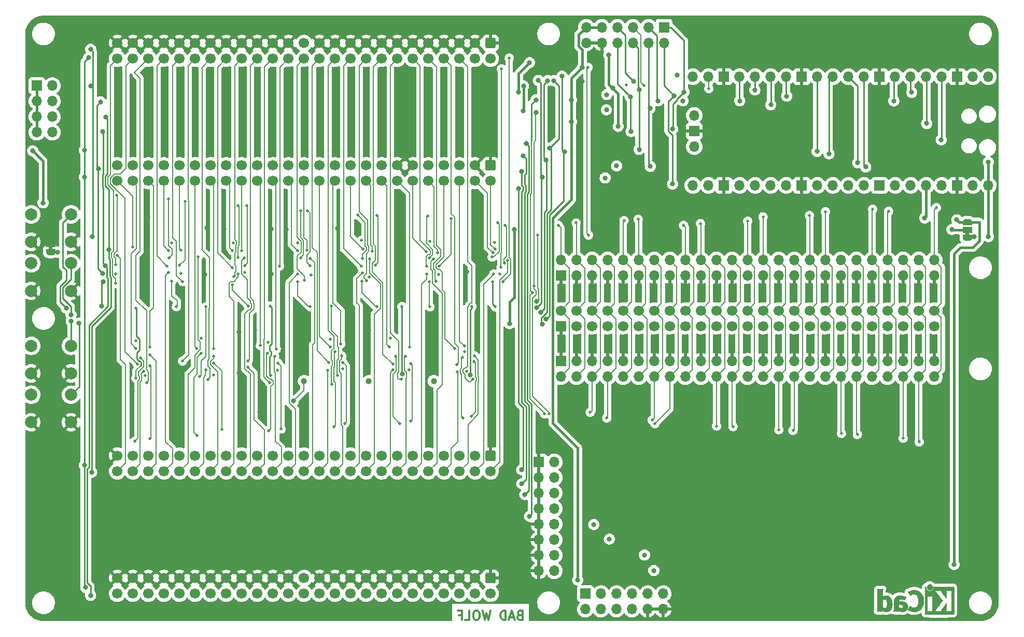
<source format=gbl>
G04 #@! TF.GenerationSoftware,KiCad,Pcbnew,(6.0.5-0)*
G04 #@! TF.CreationDate,2022-12-16T22:27:12-06:00*
G04 #@! TF.ProjectId,scsi_switcher,73637369-5f73-4776-9974-636865722e6b,rev?*
G04 #@! TF.SameCoordinates,Original*
G04 #@! TF.FileFunction,Copper,L4,Bot*
G04 #@! TF.FilePolarity,Positive*
%FSLAX46Y46*%
G04 Gerber Fmt 4.6, Leading zero omitted, Abs format (unit mm)*
G04 Created by KiCad (PCBNEW (6.0.5-0)) date 2022-12-16 22:27:12*
%MOMM*%
%LPD*%
G01*
G04 APERTURE LIST*
G04 Aperture macros list*
%AMRoundRect*
0 Rectangle with rounded corners*
0 $1 Rounding radius*
0 $2 $3 $4 $5 $6 $7 $8 $9 X,Y pos of 4 corners*
0 Add a 4 corners polygon primitive as box body*
4,1,4,$2,$3,$4,$5,$6,$7,$8,$9,$2,$3,0*
0 Add four circle primitives for the rounded corners*
1,1,$1+$1,$2,$3*
1,1,$1+$1,$4,$5*
1,1,$1+$1,$6,$7*
1,1,$1+$1,$8,$9*
0 Add four rect primitives between the rounded corners*
20,1,$1+$1,$2,$3,$4,$5,0*
20,1,$1+$1,$4,$5,$6,$7,0*
20,1,$1+$1,$6,$7,$8,$9,0*
20,1,$1+$1,$8,$9,$2,$3,0*%
%AMFreePoly0*
4,1,22,0.500000,-0.750000,0.000000,-0.750000,0.000000,-0.745033,-0.079941,-0.743568,-0.215256,-0.701293,-0.333266,-0.622738,-0.424486,-0.514219,-0.481581,-0.384460,-0.499164,-0.250000,-0.500000,-0.250000,-0.500000,0.250000,-0.499164,0.250000,-0.499963,0.256109,-0.478152,0.396186,-0.417904,0.524511,-0.324060,0.630769,-0.204165,0.706417,-0.067858,0.745374,0.000000,0.744959,0.000000,0.750000,
0.500000,0.750000,0.500000,-0.750000,0.500000,-0.750000,$1*%
%AMFreePoly1*
4,1,20,0.000000,0.744959,0.073905,0.744508,0.209726,0.703889,0.328688,0.626782,0.421226,0.519385,0.479903,0.390333,0.500000,0.250000,0.500000,-0.250000,0.499851,-0.262216,0.476331,-0.402017,0.414519,-0.529596,0.319384,-0.634700,0.198574,-0.708877,0.061801,-0.746166,0.000000,-0.745033,0.000000,-0.750000,-0.500000,-0.750000,-0.500000,0.750000,0.000000,0.750000,0.000000,0.744959,
0.000000,0.744959,$1*%
%AMFreePoly2*
4,1,22,0.550000,-0.750000,0.000000,-0.750000,0.000000,-0.745033,-0.079941,-0.743568,-0.215256,-0.701293,-0.333266,-0.622738,-0.424486,-0.514219,-0.481581,-0.384460,-0.499164,-0.250000,-0.500000,-0.250000,-0.500000,0.250000,-0.499164,0.250000,-0.499963,0.256109,-0.478152,0.396186,-0.417904,0.524511,-0.324060,0.630769,-0.204165,0.706417,-0.067858,0.745374,0.000000,0.744959,0.000000,0.750000,
0.550000,0.750000,0.550000,-0.750000,0.550000,-0.750000,$1*%
%AMFreePoly3*
4,1,20,0.000000,0.744959,0.073905,0.744508,0.209726,0.703889,0.328688,0.626782,0.421226,0.519385,0.479903,0.390333,0.500000,0.250000,0.500000,-0.250000,0.499851,-0.262216,0.476331,-0.402017,0.414519,-0.529596,0.319384,-0.634700,0.198574,-0.708877,0.061801,-0.746166,0.000000,-0.745033,0.000000,-0.750000,-0.550000,-0.750000,-0.550000,0.750000,0.000000,0.750000,0.000000,0.744959,
0.000000,0.744959,$1*%
G04 Aperture macros list end*
%ADD10C,0.300000*%
G04 #@! TA.AperFunction,NonConductor*
%ADD11C,0.300000*%
G04 #@! TD*
G04 #@! TA.AperFunction,EtchedComponent*
%ADD12C,0.010000*%
G04 #@! TD*
G04 #@! TA.AperFunction,ComponentPad*
%ADD13C,1.000000*%
G04 #@! TD*
G04 #@! TA.AperFunction,ComponentPad*
%ADD14C,2.000000*%
G04 #@! TD*
G04 #@! TA.AperFunction,ComponentPad*
%ADD15R,1.700000X1.700000*%
G04 #@! TD*
G04 #@! TA.AperFunction,ComponentPad*
%ADD16O,1.700000X1.700000*%
G04 #@! TD*
G04 #@! TA.AperFunction,ComponentPad*
%ADD17RoundRect,0.250000X-0.600000X0.600000X-0.600000X-0.600000X0.600000X-0.600000X0.600000X0.600000X0*%
G04 #@! TD*
G04 #@! TA.AperFunction,ComponentPad*
%ADD18C,1.700000*%
G04 #@! TD*
G04 #@! TA.AperFunction,ComponentPad*
%ADD19RoundRect,0.250000X0.600000X-0.600000X0.600000X0.600000X-0.600000X0.600000X-0.600000X-0.600000X0*%
G04 #@! TD*
G04 #@! TA.AperFunction,SMDPad,CuDef*
%ADD20FreePoly0,90.000000*%
G04 #@! TD*
G04 #@! TA.AperFunction,SMDPad,CuDef*
%ADD21FreePoly1,90.000000*%
G04 #@! TD*
G04 #@! TA.AperFunction,SMDPad,CuDef*
%ADD22FreePoly2,90.000000*%
G04 #@! TD*
G04 #@! TA.AperFunction,SMDPad,CuDef*
%ADD23R,1.500000X1.000000*%
G04 #@! TD*
G04 #@! TA.AperFunction,SMDPad,CuDef*
%ADD24FreePoly3,90.000000*%
G04 #@! TD*
G04 #@! TA.AperFunction,ViaPad*
%ADD25C,0.800000*%
G04 #@! TD*
G04 #@! TA.AperFunction,ViaPad*
%ADD26C,0.500000*%
G04 #@! TD*
G04 #@! TA.AperFunction,Conductor*
%ADD27C,0.400000*%
G04 #@! TD*
G04 #@! TA.AperFunction,Conductor*
%ADD28C,0.200000*%
G04 #@! TD*
G04 #@! TA.AperFunction,Conductor*
%ADD29C,0.250000*%
G04 #@! TD*
G04 APERTURE END LIST*
D10*
D11*
X101270000Y-118510857D02*
X101055714Y-118582285D01*
X100984285Y-118653714D01*
X100912857Y-118796571D01*
X100912857Y-119010857D01*
X100984285Y-119153714D01*
X101055714Y-119225142D01*
X101198571Y-119296571D01*
X101770000Y-119296571D01*
X101770000Y-117796571D01*
X101270000Y-117796571D01*
X101127142Y-117868000D01*
X101055714Y-117939428D01*
X100984285Y-118082285D01*
X100984285Y-118225142D01*
X101055714Y-118368000D01*
X101127142Y-118439428D01*
X101270000Y-118510857D01*
X101770000Y-118510857D01*
X100341428Y-118868000D02*
X99627142Y-118868000D01*
X100484285Y-119296571D02*
X99984285Y-117796571D01*
X99484285Y-119296571D01*
X98984285Y-119296571D02*
X98984285Y-117796571D01*
X98627142Y-117796571D01*
X98412857Y-117868000D01*
X98270000Y-118010857D01*
X98198571Y-118153714D01*
X98127142Y-118439428D01*
X98127142Y-118653714D01*
X98198571Y-118939428D01*
X98270000Y-119082285D01*
X98412857Y-119225142D01*
X98627142Y-119296571D01*
X98984285Y-119296571D01*
X96484285Y-117796571D02*
X96127142Y-119296571D01*
X95841428Y-118225142D01*
X95555714Y-119296571D01*
X95198571Y-117796571D01*
X94341428Y-117796571D02*
X94055714Y-117796571D01*
X93912857Y-117868000D01*
X93770000Y-118010857D01*
X93698571Y-118296571D01*
X93698571Y-118796571D01*
X93770000Y-119082285D01*
X93912857Y-119225142D01*
X94055714Y-119296571D01*
X94341428Y-119296571D01*
X94484285Y-119225142D01*
X94627142Y-119082285D01*
X94698571Y-118796571D01*
X94698571Y-118296571D01*
X94627142Y-118010857D01*
X94484285Y-117868000D01*
X94341428Y-117796571D01*
X92341428Y-119296571D02*
X93055714Y-119296571D01*
X93055714Y-117796571D01*
X91341428Y-118510857D02*
X91841428Y-118510857D01*
X91841428Y-119296571D02*
X91841428Y-117796571D01*
X91127142Y-117796571D01*
G36*
X24960000Y-58760000D02*
G01*
X24360000Y-58760000D01*
X24360000Y-58260000D01*
X24960000Y-58260000D01*
X24960000Y-58760000D01*
G37*
G36*
X165874654Y-114431207D02*
G01*
X165970211Y-114448697D01*
X166134501Y-114493738D01*
X166288532Y-114556830D01*
X166434452Y-114639089D01*
X166574409Y-114741631D01*
X166710551Y-114865573D01*
X166754416Y-114910835D01*
X166866701Y-115043039D01*
X166959915Y-115181006D01*
X167036662Y-115328924D01*
X167099546Y-115490977D01*
X167103363Y-115502565D01*
X167153450Y-115688566D01*
X167186842Y-115884695D01*
X167203527Y-116086742D01*
X167203494Y-116290499D01*
X167186734Y-116491755D01*
X167153235Y-116686302D01*
X167102987Y-116869930D01*
X167059133Y-116987227D01*
X166981291Y-117150125D01*
X166887771Y-117304040D01*
X166780765Y-117445845D01*
X166662462Y-117572413D01*
X166535054Y-117680615D01*
X166457549Y-117733294D01*
X166330668Y-117802924D01*
X166193186Y-117861642D01*
X166051659Y-117906761D01*
X165912645Y-117935596D01*
X165898540Y-117937280D01*
X165855096Y-117940608D01*
X165797666Y-117943449D01*
X165732065Y-117945547D01*
X165664110Y-117946642D01*
X165537321Y-117944314D01*
X165389616Y-117931310D01*
X165251722Y-117906307D01*
X165117957Y-117868492D01*
X165094505Y-117860063D01*
X165046555Y-117840582D01*
X164990083Y-117815647D01*
X164928322Y-117786896D01*
X164864506Y-117755964D01*
X164801869Y-117724489D01*
X164743646Y-117694108D01*
X164693070Y-117666457D01*
X164653376Y-117643173D01*
X164627797Y-117625892D01*
X164619568Y-117616253D01*
X164621019Y-117613158D01*
X164632193Y-117593253D01*
X164653077Y-117557594D01*
X164682208Y-117508633D01*
X164718124Y-117448820D01*
X164759363Y-117380607D01*
X164804460Y-117306445D01*
X164985728Y-117009182D01*
X165032258Y-117053713D01*
X165123666Y-117132039D01*
X165237277Y-117206613D01*
X165355065Y-117260648D01*
X165475502Y-117293464D01*
X165597060Y-117304385D01*
X165638528Y-117303042D01*
X165756023Y-117284786D01*
X165866032Y-117245791D01*
X165967373Y-117186844D01*
X166058864Y-117108731D01*
X166139323Y-117012238D01*
X166207570Y-116898152D01*
X166223851Y-116863898D01*
X166269925Y-116740414D01*
X166305049Y-116602092D01*
X166329140Y-116452735D01*
X166342116Y-116296147D01*
X166343892Y-116136130D01*
X166334386Y-115976488D01*
X166313515Y-115821024D01*
X166281195Y-115673540D01*
X166237342Y-115537841D01*
X166199925Y-115451250D01*
X166135128Y-115337862D01*
X166059715Y-115244244D01*
X165973361Y-115170133D01*
X165875738Y-115115268D01*
X165766520Y-115079386D01*
X165645382Y-115062225D01*
X165575981Y-115061054D01*
X165453111Y-115075315D01*
X165337607Y-115110415D01*
X165230896Y-115165856D01*
X165134407Y-115241138D01*
X165118663Y-115255614D01*
X165088093Y-115282136D01*
X165065752Y-115299312D01*
X165055634Y-115303961D01*
X165053649Y-115301771D01*
X165039184Y-115282895D01*
X165015343Y-115249571D01*
X164983972Y-115204554D01*
X164946917Y-115150599D01*
X164906026Y-115090459D01*
X164863145Y-115026892D01*
X164820121Y-114962650D01*
X164778800Y-114900489D01*
X164741029Y-114843165D01*
X164708655Y-114793431D01*
X164683525Y-114754042D01*
X164667485Y-114727754D01*
X164662382Y-114717321D01*
X164666993Y-114713115D01*
X164686210Y-114708107D01*
X164695781Y-114705560D01*
X164723752Y-114694423D01*
X164765391Y-114675976D01*
X164816938Y-114651899D01*
X164874633Y-114623873D01*
X164885900Y-114618328D01*
X165063630Y-114539063D01*
X165233433Y-114479559D01*
X165397373Y-114439419D01*
X165557514Y-114418245D01*
X165715920Y-114415640D01*
X165874654Y-114431207D01*
G37*
D12*
X165874654Y-114431207D02*
X165970211Y-114448697D01*
X166134501Y-114493738D01*
X166288532Y-114556830D01*
X166434452Y-114639089D01*
X166574409Y-114741631D01*
X166710551Y-114865573D01*
X166754416Y-114910835D01*
X166866701Y-115043039D01*
X166959915Y-115181006D01*
X167036662Y-115328924D01*
X167099546Y-115490977D01*
X167103363Y-115502565D01*
X167153450Y-115688566D01*
X167186842Y-115884695D01*
X167203527Y-116086742D01*
X167203494Y-116290499D01*
X167186734Y-116491755D01*
X167153235Y-116686302D01*
X167102987Y-116869930D01*
X167059133Y-116987227D01*
X166981291Y-117150125D01*
X166887771Y-117304040D01*
X166780765Y-117445845D01*
X166662462Y-117572413D01*
X166535054Y-117680615D01*
X166457549Y-117733294D01*
X166330668Y-117802924D01*
X166193186Y-117861642D01*
X166051659Y-117906761D01*
X165912645Y-117935596D01*
X165898540Y-117937280D01*
X165855096Y-117940608D01*
X165797666Y-117943449D01*
X165732065Y-117945547D01*
X165664110Y-117946642D01*
X165537321Y-117944314D01*
X165389616Y-117931310D01*
X165251722Y-117906307D01*
X165117957Y-117868492D01*
X165094505Y-117860063D01*
X165046555Y-117840582D01*
X164990083Y-117815647D01*
X164928322Y-117786896D01*
X164864506Y-117755964D01*
X164801869Y-117724489D01*
X164743646Y-117694108D01*
X164693070Y-117666457D01*
X164653376Y-117643173D01*
X164627797Y-117625892D01*
X164619568Y-117616253D01*
X164621019Y-117613158D01*
X164632193Y-117593253D01*
X164653077Y-117557594D01*
X164682208Y-117508633D01*
X164718124Y-117448820D01*
X164759363Y-117380607D01*
X164804460Y-117306445D01*
X164985728Y-117009182D01*
X165032258Y-117053713D01*
X165123666Y-117132039D01*
X165237277Y-117206613D01*
X165355065Y-117260648D01*
X165475502Y-117293464D01*
X165597060Y-117304385D01*
X165638528Y-117303042D01*
X165756023Y-117284786D01*
X165866032Y-117245791D01*
X165967373Y-117186844D01*
X166058864Y-117108731D01*
X166139323Y-117012238D01*
X166207570Y-116898152D01*
X166223851Y-116863898D01*
X166269925Y-116740414D01*
X166305049Y-116602092D01*
X166329140Y-116452735D01*
X166342116Y-116296147D01*
X166343892Y-116136130D01*
X166334386Y-115976488D01*
X166313515Y-115821024D01*
X166281195Y-115673540D01*
X166237342Y-115537841D01*
X166199925Y-115451250D01*
X166135128Y-115337862D01*
X166059715Y-115244244D01*
X165973361Y-115170133D01*
X165875738Y-115115268D01*
X165766520Y-115079386D01*
X165645382Y-115062225D01*
X165575981Y-115061054D01*
X165453111Y-115075315D01*
X165337607Y-115110415D01*
X165230896Y-115165856D01*
X165134407Y-115241138D01*
X165118663Y-115255614D01*
X165088093Y-115282136D01*
X165065752Y-115299312D01*
X165055634Y-115303961D01*
X165053649Y-115301771D01*
X165039184Y-115282895D01*
X165015343Y-115249571D01*
X164983972Y-115204554D01*
X164946917Y-115150599D01*
X164906026Y-115090459D01*
X164863145Y-115026892D01*
X164820121Y-114962650D01*
X164778800Y-114900489D01*
X164741029Y-114843165D01*
X164708655Y-114793431D01*
X164683525Y-114754042D01*
X164667485Y-114727754D01*
X164662382Y-114717321D01*
X164666993Y-114713115D01*
X164686210Y-114708107D01*
X164695781Y-114705560D01*
X164723752Y-114694423D01*
X164765391Y-114675976D01*
X164816938Y-114651899D01*
X164874633Y-114623873D01*
X164885900Y-114618328D01*
X165063630Y-114539063D01*
X165233433Y-114479559D01*
X165397373Y-114439419D01*
X165557514Y-114418245D01*
X165715920Y-114415640D01*
X165874654Y-114431207D01*
G36*
X164613204Y-117146537D02*
G01*
X164609575Y-117221376D01*
X164601965Y-117283575D01*
X164589631Y-117340158D01*
X164545256Y-117466250D01*
X164482343Y-117580853D01*
X164402181Y-117681742D01*
X164305683Y-117768098D01*
X164193765Y-117839106D01*
X164067340Y-117893950D01*
X163927321Y-117931812D01*
X163891092Y-117937525D01*
X163812098Y-117943487D01*
X163723784Y-117943820D01*
X163634018Y-117938833D01*
X163550665Y-117928840D01*
X163481594Y-117914152D01*
X163395130Y-117883923D01*
X163285229Y-117829231D01*
X163187899Y-117761717D01*
X163125810Y-117710730D01*
X163122548Y-117806796D01*
X163119286Y-117902863D01*
X162696393Y-117902863D01*
X162685486Y-117902860D01*
X162590999Y-117902554D01*
X162504274Y-117901790D01*
X162427780Y-117900625D01*
X162363986Y-117899116D01*
X162315361Y-117897321D01*
X162284376Y-117895295D01*
X162273499Y-117893096D01*
X162273521Y-117892637D01*
X162280557Y-117877084D01*
X162296377Y-117854245D01*
X162300677Y-117848812D01*
X162311720Y-117834780D01*
X162321254Y-117821360D01*
X162329404Y-117806896D01*
X162336295Y-117789730D01*
X162342054Y-117768208D01*
X162346805Y-117740672D01*
X162350674Y-117705466D01*
X162353787Y-117660934D01*
X162356268Y-117605420D01*
X162358243Y-117537267D01*
X162359837Y-117454819D01*
X162361177Y-117356420D01*
X162362387Y-117240413D01*
X162362839Y-117189636D01*
X163165321Y-117189636D01*
X163209991Y-117246147D01*
X163222728Y-117261386D01*
X163269547Y-117304018D01*
X163330198Y-117339846D01*
X163340840Y-117345024D01*
X163379619Y-117361919D01*
X163414635Y-117372083D01*
X163454665Y-117377499D01*
X163508484Y-117380152D01*
X163526591Y-117380557D01*
X163601954Y-117377714D01*
X163662686Y-117365794D01*
X163714395Y-117343211D01*
X163762689Y-117308385D01*
X163767746Y-117303972D01*
X163816215Y-117248334D01*
X163844402Y-117184507D01*
X163853695Y-117109456D01*
X163846463Y-117037867D01*
X163821739Y-116974819D01*
X163777192Y-116916932D01*
X163722262Y-116869982D01*
X163649837Y-116830135D01*
X163563283Y-116802437D01*
X163460613Y-116786270D01*
X163339837Y-116781016D01*
X163330950Y-116781031D01*
X163275603Y-116781829D01*
X163228679Y-116783662D01*
X163194896Y-116786285D01*
X163178971Y-116789448D01*
X163174886Y-116795915D01*
X163170515Y-116818049D01*
X163167547Y-116857162D01*
X163165857Y-116915113D01*
X163165321Y-116993760D01*
X163165321Y-117189636D01*
X162362839Y-117189636D01*
X162363592Y-117105142D01*
X162364918Y-116948952D01*
X162366171Y-116806186D01*
X162367594Y-116661116D01*
X162369119Y-116535201D01*
X162370876Y-116426610D01*
X162372994Y-116333508D01*
X162375603Y-116254065D01*
X162378833Y-116186447D01*
X162382812Y-116128823D01*
X162387671Y-116079359D01*
X162393540Y-116036224D01*
X162400547Y-115997584D01*
X162408823Y-115961608D01*
X162418497Y-115926463D01*
X162429699Y-115890316D01*
X162442559Y-115851335D01*
X162458033Y-115808265D01*
X162500937Y-115716045D01*
X162554678Y-115636273D01*
X162623519Y-115562139D01*
X162701128Y-115498579D01*
X162805704Y-115436899D01*
X162925187Y-115389376D01*
X163060451Y-115355741D01*
X163212369Y-115335726D01*
X163381815Y-115329063D01*
X163439833Y-115329461D01*
X163505341Y-115331509D01*
X163566636Y-115335878D01*
X163628040Y-115343209D01*
X163693875Y-115354143D01*
X163768463Y-115369321D01*
X163856127Y-115389383D01*
X163961188Y-115414971D01*
X163989749Y-115421994D01*
X164064997Y-115439950D01*
X164135331Y-115455994D01*
X164196510Y-115469202D01*
X164244297Y-115478648D01*
X164274454Y-115483405D01*
X164302726Y-115487084D01*
X164329003Y-115492361D01*
X164339002Y-115497116D01*
X164335895Y-115505955D01*
X164325137Y-115533246D01*
X164307807Y-115576080D01*
X164285069Y-115631599D01*
X164258090Y-115696946D01*
X164228033Y-115769263D01*
X164221436Y-115785053D01*
X164182850Y-115875658D01*
X164151711Y-115945391D01*
X164127860Y-115994579D01*
X164111141Y-116023548D01*
X164101397Y-116032626D01*
X164093709Y-116030579D01*
X164067358Y-116020934D01*
X164028925Y-116005364D01*
X163983765Y-115985989D01*
X163889236Y-115947988D01*
X163752423Y-115906954D01*
X163611232Y-115881786D01*
X163573257Y-115877785D01*
X163470002Y-115875621D01*
X163382895Y-115888796D01*
X163311072Y-115917930D01*
X163253674Y-115963640D01*
X163209839Y-116026546D01*
X163178705Y-116107266D01*
X163159413Y-116206419D01*
X163151993Y-116265398D01*
X163313879Y-116258619D01*
X163440438Y-116256987D01*
X163591894Y-116263368D01*
X163740339Y-116277951D01*
X163876521Y-116300056D01*
X163941188Y-116314995D01*
X164073433Y-116357915D01*
X164195705Y-116414514D01*
X164305628Y-116483191D01*
X164400826Y-116562344D01*
X164478923Y-116650370D01*
X164537542Y-116745667D01*
X164561538Y-116798038D01*
X164587175Y-116868764D01*
X164603421Y-116939986D01*
X164611765Y-117018886D01*
X164613633Y-117109456D01*
X164613698Y-117112641D01*
X164613204Y-117146537D01*
G37*
X164613204Y-117146537D02*
X164609575Y-117221376D01*
X164601965Y-117283575D01*
X164589631Y-117340158D01*
X164545256Y-117466250D01*
X164482343Y-117580853D01*
X164402181Y-117681742D01*
X164305683Y-117768098D01*
X164193765Y-117839106D01*
X164067340Y-117893950D01*
X163927321Y-117931812D01*
X163891092Y-117937525D01*
X163812098Y-117943487D01*
X163723784Y-117943820D01*
X163634018Y-117938833D01*
X163550665Y-117928840D01*
X163481594Y-117914152D01*
X163395130Y-117883923D01*
X163285229Y-117829231D01*
X163187899Y-117761717D01*
X163125810Y-117710730D01*
X163122548Y-117806796D01*
X163119286Y-117902863D01*
X162696393Y-117902863D01*
X162685486Y-117902860D01*
X162590999Y-117902554D01*
X162504274Y-117901790D01*
X162427780Y-117900625D01*
X162363986Y-117899116D01*
X162315361Y-117897321D01*
X162284376Y-117895295D01*
X162273499Y-117893096D01*
X162273521Y-117892637D01*
X162280557Y-117877084D01*
X162296377Y-117854245D01*
X162300677Y-117848812D01*
X162311720Y-117834780D01*
X162321254Y-117821360D01*
X162329404Y-117806896D01*
X162336295Y-117789730D01*
X162342054Y-117768208D01*
X162346805Y-117740672D01*
X162350674Y-117705466D01*
X162353787Y-117660934D01*
X162356268Y-117605420D01*
X162358243Y-117537267D01*
X162359837Y-117454819D01*
X162361177Y-117356420D01*
X162362387Y-117240413D01*
X162362839Y-117189636D01*
X163165321Y-117189636D01*
X163209991Y-117246147D01*
X163222728Y-117261386D01*
X163269547Y-117304018D01*
X163330198Y-117339846D01*
X163340840Y-117345024D01*
X163379619Y-117361919D01*
X163414635Y-117372083D01*
X163454665Y-117377499D01*
X163508484Y-117380152D01*
X163526591Y-117380557D01*
X163601954Y-117377714D01*
X163662686Y-117365794D01*
X163714395Y-117343211D01*
X163762689Y-117308385D01*
X163767746Y-117303972D01*
X163816215Y-117248334D01*
X163844402Y-117184507D01*
X163853695Y-117109456D01*
X163846463Y-117037867D01*
X163821739Y-116974819D01*
X163777192Y-116916932D01*
X163722262Y-116869982D01*
X163649837Y-116830135D01*
X163563283Y-116802437D01*
X163460613Y-116786270D01*
X163339837Y-116781016D01*
X163330950Y-116781031D01*
X163275603Y-116781829D01*
X163228679Y-116783662D01*
X163194896Y-116786285D01*
X163178971Y-116789448D01*
X163174886Y-116795915D01*
X163170515Y-116818049D01*
X163167547Y-116857162D01*
X163165857Y-116915113D01*
X163165321Y-116993760D01*
X163165321Y-117189636D01*
X162362839Y-117189636D01*
X162363592Y-117105142D01*
X162364918Y-116948952D01*
X162366171Y-116806186D01*
X162367594Y-116661116D01*
X162369119Y-116535201D01*
X162370876Y-116426610D01*
X162372994Y-116333508D01*
X162375603Y-116254065D01*
X162378833Y-116186447D01*
X162382812Y-116128823D01*
X162387671Y-116079359D01*
X162393540Y-116036224D01*
X162400547Y-115997584D01*
X162408823Y-115961608D01*
X162418497Y-115926463D01*
X162429699Y-115890316D01*
X162442559Y-115851335D01*
X162458033Y-115808265D01*
X162500937Y-115716045D01*
X162554678Y-115636273D01*
X162623519Y-115562139D01*
X162701128Y-115498579D01*
X162805704Y-115436899D01*
X162925187Y-115389376D01*
X163060451Y-115355741D01*
X163212369Y-115335726D01*
X163381815Y-115329063D01*
X163439833Y-115329461D01*
X163505341Y-115331509D01*
X163566636Y-115335878D01*
X163628040Y-115343209D01*
X163693875Y-115354143D01*
X163768463Y-115369321D01*
X163856127Y-115389383D01*
X163961188Y-115414971D01*
X163989749Y-115421994D01*
X164064997Y-115439950D01*
X164135331Y-115455994D01*
X164196510Y-115469202D01*
X164244297Y-115478648D01*
X164274454Y-115483405D01*
X164302726Y-115487084D01*
X164329003Y-115492361D01*
X164339002Y-115497116D01*
X164335895Y-115505955D01*
X164325137Y-115533246D01*
X164307807Y-115576080D01*
X164285069Y-115631599D01*
X164258090Y-115696946D01*
X164228033Y-115769263D01*
X164221436Y-115785053D01*
X164182850Y-115875658D01*
X164151711Y-115945391D01*
X164127860Y-115994579D01*
X164111141Y-116023548D01*
X164101397Y-116032626D01*
X164093709Y-116030579D01*
X164067358Y-116020934D01*
X164028925Y-116005364D01*
X163983765Y-115985989D01*
X163889236Y-115947988D01*
X163752423Y-115906954D01*
X163611232Y-115881786D01*
X163573257Y-115877785D01*
X163470002Y-115875621D01*
X163382895Y-115888796D01*
X163311072Y-115917930D01*
X163253674Y-115963640D01*
X163209839Y-116026546D01*
X163178705Y-116107266D01*
X163159413Y-116206419D01*
X163151993Y-116265398D01*
X163313879Y-116258619D01*
X163440438Y-116256987D01*
X163591894Y-116263368D01*
X163740339Y-116277951D01*
X163876521Y-116300056D01*
X163941188Y-116314995D01*
X164073433Y-116357915D01*
X164195705Y-116414514D01*
X164305628Y-116483191D01*
X164400826Y-116562344D01*
X164478923Y-116650370D01*
X164537542Y-116745667D01*
X164561538Y-116798038D01*
X164587175Y-116868764D01*
X164603421Y-116939986D01*
X164611765Y-117018886D01*
X164613633Y-117109456D01*
X164613698Y-117112641D01*
X164613204Y-117146537D01*
G36*
X168340505Y-113502024D02*
G01*
X168423256Y-113529227D01*
X168498349Y-113574658D01*
X168570241Y-113640476D01*
X168608789Y-113684741D01*
X168648199Y-113743135D01*
X168673389Y-113803760D01*
X168686804Y-113873039D01*
X168690891Y-113957396D01*
X168690612Y-114003481D01*
X168688403Y-114044624D01*
X168682837Y-114076756D01*
X168672529Y-114107296D01*
X168656091Y-114143663D01*
X168642143Y-114170902D01*
X168583608Y-114256603D01*
X168511562Y-114325791D01*
X168427890Y-114376915D01*
X168334474Y-114408424D01*
X168301377Y-114415399D01*
X168260903Y-114422268D01*
X168227942Y-114424093D01*
X168193641Y-114421121D01*
X168149143Y-114413600D01*
X168097877Y-114401176D01*
X168007377Y-114363286D01*
X167928288Y-114309010D01*
X167862471Y-114240944D01*
X167811783Y-114161685D01*
X167778083Y-114073828D01*
X167763229Y-113979969D01*
X167769079Y-113882704D01*
X167795342Y-113786394D01*
X167840361Y-113697668D01*
X167901316Y-113622593D01*
X167976127Y-113562815D01*
X168062711Y-113519983D01*
X168158986Y-113495745D01*
X168262871Y-113491750D01*
X168340505Y-113502024D01*
G37*
X168340505Y-113502024D02*
X168423256Y-113529227D01*
X168498349Y-113574658D01*
X168570241Y-113640476D01*
X168608789Y-113684741D01*
X168648199Y-113743135D01*
X168673389Y-113803760D01*
X168686804Y-113873039D01*
X168690891Y-113957396D01*
X168690612Y-114003481D01*
X168688403Y-114044624D01*
X168682837Y-114076756D01*
X168672529Y-114107296D01*
X168656091Y-114143663D01*
X168642143Y-114170902D01*
X168583608Y-114256603D01*
X168511562Y-114325791D01*
X168427890Y-114376915D01*
X168334474Y-114408424D01*
X168301377Y-114415399D01*
X168260903Y-114422268D01*
X168227942Y-114424093D01*
X168193641Y-114421121D01*
X168149143Y-114413600D01*
X168097877Y-114401176D01*
X168007377Y-114363286D01*
X167928288Y-114309010D01*
X167862471Y-114240944D01*
X167811783Y-114161685D01*
X167778083Y-114073828D01*
X167763229Y-113979969D01*
X167769079Y-113882704D01*
X167795342Y-113786394D01*
X167840361Y-113697668D01*
X167901316Y-113622593D01*
X167976127Y-113562815D01*
X168062711Y-113519983D01*
X168158986Y-113495745D01*
X168262871Y-113491750D01*
X168340505Y-113502024D01*
G36*
X172162002Y-114712185D02*
G01*
X172162305Y-114859390D01*
X172162491Y-115023523D01*
X172162585Y-115205526D01*
X172162614Y-115406339D01*
X172162604Y-115626906D01*
X172162579Y-115868166D01*
X172162565Y-116131063D01*
X172162565Y-116173214D01*
X172162589Y-116433842D01*
X172162628Y-116672970D01*
X172162651Y-116891534D01*
X172162630Y-117090469D01*
X172162536Y-117270709D01*
X172162338Y-117433189D01*
X172162006Y-117578844D01*
X172161512Y-117708608D01*
X172160826Y-117823417D01*
X172159919Y-117924204D01*
X172158760Y-118011904D01*
X172157321Y-118087453D01*
X172155572Y-118151785D01*
X172153483Y-118205835D01*
X172151026Y-118250537D01*
X172148170Y-118286826D01*
X172144886Y-118315637D01*
X172141145Y-118337905D01*
X172136917Y-118354564D01*
X172132172Y-118366549D01*
X172126882Y-118374795D01*
X172121016Y-118380236D01*
X172114545Y-118383808D01*
X172107440Y-118386444D01*
X172099671Y-118389080D01*
X172091209Y-118392651D01*
X172086851Y-118394319D01*
X172078338Y-118396285D01*
X172065637Y-118398085D01*
X172047828Y-118399729D01*
X172023992Y-118401221D01*
X171993209Y-118402571D01*
X171954560Y-118403785D01*
X171907125Y-118404871D01*
X171849986Y-118405835D01*
X171782222Y-118406685D01*
X171702914Y-118407427D01*
X171611142Y-118408071D01*
X171505987Y-118408621D01*
X171386530Y-118409087D01*
X171251851Y-118409474D01*
X171101031Y-118409790D01*
X170933149Y-118410043D01*
X170747288Y-118410240D01*
X170542526Y-118410387D01*
X170317945Y-118410492D01*
X170072625Y-118410563D01*
X169805647Y-118410606D01*
X169767264Y-118410611D01*
X169501865Y-118410654D01*
X169257993Y-118410699D01*
X169034726Y-118410722D01*
X168831139Y-118410698D01*
X168646310Y-118410604D01*
X168479316Y-118410417D01*
X168329233Y-118410113D01*
X168195139Y-118409668D01*
X168076109Y-118409059D01*
X167971222Y-118408263D01*
X167879553Y-118407254D01*
X167800180Y-118406011D01*
X167732180Y-118404509D01*
X167674629Y-118402725D01*
X167626605Y-118400635D01*
X167587183Y-118398216D01*
X167555442Y-118395444D01*
X167530457Y-118392295D01*
X167511307Y-118388746D01*
X167497066Y-118384772D01*
X167486814Y-118380352D01*
X167479625Y-118375460D01*
X167474578Y-118370074D01*
X167470748Y-118364170D01*
X167467214Y-118357723D01*
X167463051Y-118350711D01*
X167461968Y-118348861D01*
X167459756Y-118343354D01*
X167457729Y-118335042D01*
X167455881Y-118322983D01*
X167454204Y-118306237D01*
X167452688Y-118283861D01*
X167451326Y-118254914D01*
X167450110Y-118218454D01*
X167449032Y-118173541D01*
X167448083Y-118119231D01*
X167447255Y-118054584D01*
X167446540Y-117978658D01*
X167445930Y-117890512D01*
X167445885Y-117881667D01*
X167737321Y-117881667D01*
X167741203Y-117882939D01*
X167764463Y-117884965D01*
X167806817Y-117886800D01*
X167866075Y-117888401D01*
X167940050Y-117889723D01*
X168026553Y-117890722D01*
X168123395Y-117891354D01*
X168228388Y-117891574D01*
X168926594Y-117891574D01*
X170081033Y-117891574D01*
X170080399Y-117815374D01*
X170081517Y-117773334D01*
X170087247Y-117737508D01*
X170099833Y-117699946D01*
X170121511Y-117651751D01*
X170124732Y-117645071D01*
X170150131Y-117595533D01*
X170176939Y-117547543D01*
X170199860Y-117510640D01*
X170204428Y-117504008D01*
X170226459Y-117472767D01*
X170258636Y-117427828D01*
X170299400Y-117371321D01*
X170347188Y-117305378D01*
X170400441Y-117232131D01*
X170457598Y-117153710D01*
X170517098Y-117072246D01*
X170577380Y-116989872D01*
X170636883Y-116908718D01*
X170694048Y-116830916D01*
X170747313Y-116758597D01*
X170795117Y-116693892D01*
X170835900Y-116638933D01*
X170868101Y-116595850D01*
X170890159Y-116566776D01*
X170900514Y-116553841D01*
X170904987Y-116549525D01*
X170909179Y-116547486D01*
X170912586Y-116550100D01*
X170915268Y-116559160D01*
X170917284Y-116576459D01*
X170918691Y-116603788D01*
X170919548Y-116642939D01*
X170919913Y-116695707D01*
X170919846Y-116763881D01*
X170919403Y-116849256D01*
X170918645Y-116953623D01*
X170917628Y-117078774D01*
X170917251Y-117123474D01*
X170916112Y-117244569D01*
X170914915Y-117345862D01*
X170913579Y-117429436D01*
X170912020Y-117497378D01*
X170910158Y-117551773D01*
X170907909Y-117594706D01*
X170905191Y-117628263D01*
X170901922Y-117654529D01*
X170898021Y-117675590D01*
X170893404Y-117693531D01*
X170885135Y-117719944D01*
X170861526Y-117781946D01*
X170835628Y-117834747D01*
X170810478Y-117871819D01*
X170809282Y-117873249D01*
X170807111Y-117877598D01*
X170809271Y-117881200D01*
X170817587Y-117884125D01*
X170833883Y-117886443D01*
X170859984Y-117888225D01*
X170897714Y-117889541D01*
X170948899Y-117890460D01*
X171015363Y-117891052D01*
X171098930Y-117891389D01*
X171201426Y-117891539D01*
X171324675Y-117891574D01*
X171856239Y-117891574D01*
X171817466Y-117833957D01*
X171811375Y-117825067D01*
X171800919Y-117810243D01*
X171791522Y-117796596D01*
X171783126Y-117782939D01*
X171775676Y-117768085D01*
X171769116Y-117750844D01*
X171763389Y-117730029D01*
X171758438Y-117704454D01*
X171754209Y-117672929D01*
X171750644Y-117634267D01*
X171747687Y-117587281D01*
X171745283Y-117530782D01*
X171743374Y-117463583D01*
X171741905Y-117384496D01*
X171740819Y-117292334D01*
X171740061Y-117185908D01*
X171739573Y-117064031D01*
X171739301Y-116925515D01*
X171739186Y-116769173D01*
X171739174Y-116593816D01*
X171739208Y-116398256D01*
X171739232Y-116181307D01*
X171739223Y-116058687D01*
X171739186Y-115853621D01*
X171739170Y-115669290D01*
X171739231Y-115504508D01*
X171739427Y-115358090D01*
X171739813Y-115228848D01*
X171740448Y-115115596D01*
X171741387Y-115017149D01*
X171742688Y-114932318D01*
X171744407Y-114859918D01*
X171746602Y-114798763D01*
X171749328Y-114747666D01*
X171752644Y-114705441D01*
X171756605Y-114670901D01*
X171761268Y-114642860D01*
X171766690Y-114620132D01*
X171772929Y-114601530D01*
X171780040Y-114585867D01*
X171788081Y-114571958D01*
X171797109Y-114558615D01*
X171807179Y-114544653D01*
X171818350Y-114528885D01*
X171858140Y-114471041D01*
X170798257Y-114471041D01*
X170836254Y-114534140D01*
X170850936Y-114559179D01*
X170865474Y-114586760D01*
X170877570Y-114614874D01*
X170887475Y-114645725D01*
X170895437Y-114681518D01*
X170901704Y-114724457D01*
X170906525Y-114776748D01*
X170910149Y-114840593D01*
X170912824Y-114918199D01*
X170914800Y-115011768D01*
X170916325Y-115123507D01*
X170917647Y-115255619D01*
X170918556Y-115375608D01*
X170918963Y-115492237D01*
X170918710Y-115587705D01*
X170917800Y-115661730D01*
X170916236Y-115714029D01*
X170914022Y-115744323D01*
X170911163Y-115752330D01*
X170908104Y-115749032D01*
X170889949Y-115727582D01*
X170860218Y-115691063D01*
X170820582Y-115641616D01*
X170772714Y-115581381D01*
X170718286Y-115512501D01*
X170658970Y-115437117D01*
X170596438Y-115357370D01*
X170532364Y-115275402D01*
X170468418Y-115193354D01*
X170406274Y-115113368D01*
X170347604Y-115037585D01*
X170294080Y-114968147D01*
X170247373Y-114907195D01*
X170209157Y-114856870D01*
X170181104Y-114819314D01*
X170164886Y-114796669D01*
X170119578Y-114724386D01*
X170079604Y-114644637D01*
X170058073Y-114576362D01*
X170054770Y-114519018D01*
X170060059Y-114471041D01*
X168928299Y-114471291D01*
X168967810Y-114501896D01*
X168977191Y-114509263D01*
X169040126Y-114563612D01*
X169108940Y-114631433D01*
X169185539Y-114714690D01*
X169271831Y-114815352D01*
X169288995Y-114836021D01*
X169329776Y-114885583D01*
X169379531Y-114946500D01*
X169436898Y-115017072D01*
X169500512Y-115095598D01*
X169569012Y-115180378D01*
X169641033Y-115269711D01*
X169715213Y-115361896D01*
X169730460Y-115380876D01*
X169790189Y-115455234D01*
X169864596Y-115548022D01*
X169937074Y-115638562D01*
X170006257Y-115725152D01*
X170070784Y-115806092D01*
X170129290Y-115879680D01*
X170180413Y-115944218D01*
X170222790Y-115998003D01*
X170255058Y-116039336D01*
X170275853Y-116066516D01*
X170283812Y-116077842D01*
X170282054Y-116081945D01*
X170269173Y-116102508D01*
X170244828Y-116138735D01*
X170210190Y-116188998D01*
X170166429Y-116251666D01*
X170114718Y-116325110D01*
X170056227Y-116407701D01*
X169992127Y-116497810D01*
X169923589Y-116593805D01*
X169851786Y-116694059D01*
X169777887Y-116796942D01*
X169703064Y-116900824D01*
X169628488Y-117004075D01*
X169555330Y-117105066D01*
X169484762Y-117202168D01*
X169417954Y-117293751D01*
X169356078Y-117378185D01*
X169300304Y-117453841D01*
X169251805Y-117519090D01*
X169211750Y-117572302D01*
X169181312Y-117611847D01*
X169160887Y-117637200D01*
X169114842Y-117691469D01*
X169064555Y-117747949D01*
X169017758Y-117797843D01*
X168926594Y-117891574D01*
X168228388Y-117891574D01*
X168297299Y-117891523D01*
X168395550Y-117891265D01*
X168484973Y-117890811D01*
X168563276Y-117890184D01*
X168628166Y-117889409D01*
X168677354Y-117888509D01*
X168708547Y-117887508D01*
X168719454Y-117886431D01*
X168718265Y-117883211D01*
X168708119Y-117865626D01*
X168690983Y-117839332D01*
X168682483Y-117826865D01*
X168673272Y-117812796D01*
X168665176Y-117798525D01*
X168658128Y-117782653D01*
X168652060Y-117763783D01*
X168646904Y-117740515D01*
X168642594Y-117711452D01*
X168639062Y-117675195D01*
X168636240Y-117630344D01*
X168634061Y-117575502D01*
X168632457Y-117509271D01*
X168631362Y-117430251D01*
X168630708Y-117337045D01*
X168630427Y-117228253D01*
X168630452Y-117102477D01*
X168630715Y-116958319D01*
X168631149Y-116794381D01*
X168631688Y-116609263D01*
X168632222Y-116430406D01*
X168632748Y-116271548D01*
X168633293Y-116132490D01*
X168633888Y-116011839D01*
X168634562Y-115908202D01*
X168635346Y-115820185D01*
X168636269Y-115746397D01*
X168637362Y-115685443D01*
X168638655Y-115635931D01*
X168640178Y-115596467D01*
X168641962Y-115565658D01*
X168644035Y-115542112D01*
X168646429Y-115524434D01*
X168649173Y-115511233D01*
X168652299Y-115501114D01*
X168655835Y-115492685D01*
X168659734Y-115484549D01*
X168679381Y-115447718D01*
X168698168Y-115417565D01*
X168699215Y-115416082D01*
X168713545Y-115393833D01*
X168719454Y-115380876D01*
X168718447Y-115380423D01*
X168701248Y-115378977D01*
X168664599Y-115377654D01*
X168610905Y-115376490D01*
X168542573Y-115375521D01*
X168462007Y-115374785D01*
X168371613Y-115374316D01*
X168273796Y-115374152D01*
X167828138Y-115374152D01*
X167825063Y-116551019D01*
X167821988Y-117727885D01*
X167795350Y-117786796D01*
X167783428Y-117811357D01*
X167766189Y-117841608D01*
X167753017Y-117858734D01*
X167745019Y-117866765D01*
X167737321Y-117881667D01*
X167445885Y-117881667D01*
X167445417Y-117789203D01*
X167444993Y-117673791D01*
X167444649Y-117543334D01*
X167444377Y-117396890D01*
X167444170Y-117233518D01*
X167444019Y-117052275D01*
X167443915Y-116852222D01*
X167443851Y-116632415D01*
X167443819Y-116391913D01*
X167443810Y-116129776D01*
X167443810Y-113938205D01*
X167482192Y-113899823D01*
X167509298Y-113876085D01*
X167536196Y-113864285D01*
X167572503Y-113861441D01*
X167624432Y-113861441D01*
X167624432Y-113949380D01*
X167626370Y-113999276D01*
X167645142Y-114109697D01*
X167682160Y-114211161D01*
X167735312Y-114302326D01*
X167802489Y-114381847D01*
X167881581Y-114448379D01*
X167970477Y-114500580D01*
X168067068Y-114537104D01*
X168169243Y-114556608D01*
X168274893Y-114557747D01*
X168381907Y-114539179D01*
X168488175Y-114499558D01*
X168585162Y-114441690D01*
X168670236Y-114366858D01*
X168738958Y-114278789D01*
X168789861Y-114179790D01*
X168821478Y-114072167D01*
X168832343Y-113958228D01*
X168832343Y-113861441D01*
X170452696Y-113861441D01*
X170663840Y-113861454D01*
X170867963Y-113861504D01*
X171051629Y-113861604D01*
X171215934Y-113861766D01*
X171361972Y-113862003D01*
X171490837Y-113862327D01*
X171603626Y-113862749D01*
X171701431Y-113863283D01*
X171785347Y-113863941D01*
X171856470Y-113864735D01*
X171915893Y-113865678D01*
X171964711Y-113866782D01*
X172004020Y-113868058D01*
X172034912Y-113869521D01*
X172058484Y-113871181D01*
X172075829Y-113873052D01*
X172088042Y-113875146D01*
X172096218Y-113877474D01*
X172101451Y-113880050D01*
X172107447Y-113883619D01*
X172114222Y-113887152D01*
X172120421Y-113890662D01*
X172126069Y-113895092D01*
X172131190Y-113901382D01*
X172135812Y-113910475D01*
X172139958Y-113923313D01*
X172143656Y-113940836D01*
X172146930Y-113963987D01*
X172149806Y-113993708D01*
X172152310Y-114030939D01*
X172154467Y-114076623D01*
X172156303Y-114131701D01*
X172157843Y-114197115D01*
X172159113Y-114273807D01*
X172160138Y-114362718D01*
X172160944Y-114464791D01*
X172160977Y-114471041D01*
X172161557Y-114580966D01*
X172162002Y-114712185D01*
G37*
X172162002Y-114712185D02*
X172162305Y-114859390D01*
X172162491Y-115023523D01*
X172162585Y-115205526D01*
X172162614Y-115406339D01*
X172162604Y-115626906D01*
X172162579Y-115868166D01*
X172162565Y-116131063D01*
X172162565Y-116173214D01*
X172162589Y-116433842D01*
X172162628Y-116672970D01*
X172162651Y-116891534D01*
X172162630Y-117090469D01*
X172162536Y-117270709D01*
X172162338Y-117433189D01*
X172162006Y-117578844D01*
X172161512Y-117708608D01*
X172160826Y-117823417D01*
X172159919Y-117924204D01*
X172158760Y-118011904D01*
X172157321Y-118087453D01*
X172155572Y-118151785D01*
X172153483Y-118205835D01*
X172151026Y-118250537D01*
X172148170Y-118286826D01*
X172144886Y-118315637D01*
X172141145Y-118337905D01*
X172136917Y-118354564D01*
X172132172Y-118366549D01*
X172126882Y-118374795D01*
X172121016Y-118380236D01*
X172114545Y-118383808D01*
X172107440Y-118386444D01*
X172099671Y-118389080D01*
X172091209Y-118392651D01*
X172086851Y-118394319D01*
X172078338Y-118396285D01*
X172065637Y-118398085D01*
X172047828Y-118399729D01*
X172023992Y-118401221D01*
X171993209Y-118402571D01*
X171954560Y-118403785D01*
X171907125Y-118404871D01*
X171849986Y-118405835D01*
X171782222Y-118406685D01*
X171702914Y-118407427D01*
X171611142Y-118408071D01*
X171505987Y-118408621D01*
X171386530Y-118409087D01*
X171251851Y-118409474D01*
X171101031Y-118409790D01*
X170933149Y-118410043D01*
X170747288Y-118410240D01*
X170542526Y-118410387D01*
X170317945Y-118410492D01*
X170072625Y-118410563D01*
X169805647Y-118410606D01*
X169767264Y-118410611D01*
X169501865Y-118410654D01*
X169257993Y-118410699D01*
X169034726Y-118410722D01*
X168831139Y-118410698D01*
X168646310Y-118410604D01*
X168479316Y-118410417D01*
X168329233Y-118410113D01*
X168195139Y-118409668D01*
X168076109Y-118409059D01*
X167971222Y-118408263D01*
X167879553Y-118407254D01*
X167800180Y-118406011D01*
X167732180Y-118404509D01*
X167674629Y-118402725D01*
X167626605Y-118400635D01*
X167587183Y-118398216D01*
X167555442Y-118395444D01*
X167530457Y-118392295D01*
X167511307Y-118388746D01*
X167497066Y-118384772D01*
X167486814Y-118380352D01*
X167479625Y-118375460D01*
X167474578Y-118370074D01*
X167470748Y-118364170D01*
X167467214Y-118357723D01*
X167463051Y-118350711D01*
X167461968Y-118348861D01*
X167459756Y-118343354D01*
X167457729Y-118335042D01*
X167455881Y-118322983D01*
X167454204Y-118306237D01*
X167452688Y-118283861D01*
X167451326Y-118254914D01*
X167450110Y-118218454D01*
X167449032Y-118173541D01*
X167448083Y-118119231D01*
X167447255Y-118054584D01*
X167446540Y-117978658D01*
X167445930Y-117890512D01*
X167445885Y-117881667D01*
X167737321Y-117881667D01*
X167741203Y-117882939D01*
X167764463Y-117884965D01*
X167806817Y-117886800D01*
X167866075Y-117888401D01*
X167940050Y-117889723D01*
X168026553Y-117890722D01*
X168123395Y-117891354D01*
X168228388Y-117891574D01*
X168926594Y-117891574D01*
X170081033Y-117891574D01*
X170080399Y-117815374D01*
X170081517Y-117773334D01*
X170087247Y-117737508D01*
X170099833Y-117699946D01*
X170121511Y-117651751D01*
X170124732Y-117645071D01*
X170150131Y-117595533D01*
X170176939Y-117547543D01*
X170199860Y-117510640D01*
X170204428Y-117504008D01*
X170226459Y-117472767D01*
X170258636Y-117427828D01*
X170299400Y-117371321D01*
X170347188Y-117305378D01*
X170400441Y-117232131D01*
X170457598Y-117153710D01*
X170517098Y-117072246D01*
X170577380Y-116989872D01*
X170636883Y-116908718D01*
X170694048Y-116830916D01*
X170747313Y-116758597D01*
X170795117Y-116693892D01*
X170835900Y-116638933D01*
X170868101Y-116595850D01*
X170890159Y-116566776D01*
X170900514Y-116553841D01*
X170904987Y-116549525D01*
X170909179Y-116547486D01*
X170912586Y-116550100D01*
X170915268Y-116559160D01*
X170917284Y-116576459D01*
X170918691Y-116603788D01*
X170919548Y-116642939D01*
X170919913Y-116695707D01*
X170919846Y-116763881D01*
X170919403Y-116849256D01*
X170918645Y-116953623D01*
X170917628Y-117078774D01*
X170917251Y-117123474D01*
X170916112Y-117244569D01*
X170914915Y-117345862D01*
X170913579Y-117429436D01*
X170912020Y-117497378D01*
X170910158Y-117551773D01*
X170907909Y-117594706D01*
X170905191Y-117628263D01*
X170901922Y-117654529D01*
X170898021Y-117675590D01*
X170893404Y-117693531D01*
X170885135Y-117719944D01*
X170861526Y-117781946D01*
X170835628Y-117834747D01*
X170810478Y-117871819D01*
X170809282Y-117873249D01*
X170807111Y-117877598D01*
X170809271Y-117881200D01*
X170817587Y-117884125D01*
X170833883Y-117886443D01*
X170859984Y-117888225D01*
X170897714Y-117889541D01*
X170948899Y-117890460D01*
X171015363Y-117891052D01*
X171098930Y-117891389D01*
X171201426Y-117891539D01*
X171324675Y-117891574D01*
X171856239Y-117891574D01*
X171817466Y-117833957D01*
X171811375Y-117825067D01*
X171800919Y-117810243D01*
X171791522Y-117796596D01*
X171783126Y-117782939D01*
X171775676Y-117768085D01*
X171769116Y-117750844D01*
X171763389Y-117730029D01*
X171758438Y-117704454D01*
X171754209Y-117672929D01*
X171750644Y-117634267D01*
X171747687Y-117587281D01*
X171745283Y-117530782D01*
X171743374Y-117463583D01*
X171741905Y-117384496D01*
X171740819Y-117292334D01*
X171740061Y-117185908D01*
X171739573Y-117064031D01*
X171739301Y-116925515D01*
X171739186Y-116769173D01*
X171739174Y-116593816D01*
X171739208Y-116398256D01*
X171739232Y-116181307D01*
X171739223Y-116058687D01*
X171739186Y-115853621D01*
X171739170Y-115669290D01*
X171739231Y-115504508D01*
X171739427Y-115358090D01*
X171739813Y-115228848D01*
X171740448Y-115115596D01*
X171741387Y-115017149D01*
X171742688Y-114932318D01*
X171744407Y-114859918D01*
X171746602Y-114798763D01*
X171749328Y-114747666D01*
X171752644Y-114705441D01*
X171756605Y-114670901D01*
X171761268Y-114642860D01*
X171766690Y-114620132D01*
X171772929Y-114601530D01*
X171780040Y-114585867D01*
X171788081Y-114571958D01*
X171797109Y-114558615D01*
X171807179Y-114544653D01*
X171818350Y-114528885D01*
X171858140Y-114471041D01*
X170798257Y-114471041D01*
X170836254Y-114534140D01*
X170850936Y-114559179D01*
X170865474Y-114586760D01*
X170877570Y-114614874D01*
X170887475Y-114645725D01*
X170895437Y-114681518D01*
X170901704Y-114724457D01*
X170906525Y-114776748D01*
X170910149Y-114840593D01*
X170912824Y-114918199D01*
X170914800Y-115011768D01*
X170916325Y-115123507D01*
X170917647Y-115255619D01*
X170918556Y-115375608D01*
X170918963Y-115492237D01*
X170918710Y-115587705D01*
X170917800Y-115661730D01*
X170916236Y-115714029D01*
X170914022Y-115744323D01*
X170911163Y-115752330D01*
X170908104Y-115749032D01*
X170889949Y-115727582D01*
X170860218Y-115691063D01*
X170820582Y-115641616D01*
X170772714Y-115581381D01*
X170718286Y-115512501D01*
X170658970Y-115437117D01*
X170596438Y-115357370D01*
X170532364Y-115275402D01*
X170468418Y-115193354D01*
X170406274Y-115113368D01*
X170347604Y-115037585D01*
X170294080Y-114968147D01*
X170247373Y-114907195D01*
X170209157Y-114856870D01*
X170181104Y-114819314D01*
X170164886Y-114796669D01*
X170119578Y-114724386D01*
X170079604Y-114644637D01*
X170058073Y-114576362D01*
X170054770Y-114519018D01*
X170060059Y-114471041D01*
X168928299Y-114471291D01*
X168967810Y-114501896D01*
X168977191Y-114509263D01*
X169040126Y-114563612D01*
X169108940Y-114631433D01*
X169185539Y-114714690D01*
X169271831Y-114815352D01*
X169288995Y-114836021D01*
X169329776Y-114885583D01*
X169379531Y-114946500D01*
X169436898Y-115017072D01*
X169500512Y-115095598D01*
X169569012Y-115180378D01*
X169641033Y-115269711D01*
X169715213Y-115361896D01*
X169730460Y-115380876D01*
X169790189Y-115455234D01*
X169864596Y-115548022D01*
X169937074Y-115638562D01*
X170006257Y-115725152D01*
X170070784Y-115806092D01*
X170129290Y-115879680D01*
X170180413Y-115944218D01*
X170222790Y-115998003D01*
X170255058Y-116039336D01*
X170275853Y-116066516D01*
X170283812Y-116077842D01*
X170282054Y-116081945D01*
X170269173Y-116102508D01*
X170244828Y-116138735D01*
X170210190Y-116188998D01*
X170166429Y-116251666D01*
X170114718Y-116325110D01*
X170056227Y-116407701D01*
X169992127Y-116497810D01*
X169923589Y-116593805D01*
X169851786Y-116694059D01*
X169777887Y-116796942D01*
X169703064Y-116900824D01*
X169628488Y-117004075D01*
X169555330Y-117105066D01*
X169484762Y-117202168D01*
X169417954Y-117293751D01*
X169356078Y-117378185D01*
X169300304Y-117453841D01*
X169251805Y-117519090D01*
X169211750Y-117572302D01*
X169181312Y-117611847D01*
X169160887Y-117637200D01*
X169114842Y-117691469D01*
X169064555Y-117747949D01*
X169017758Y-117797843D01*
X168926594Y-117891574D01*
X168228388Y-117891574D01*
X168297299Y-117891523D01*
X168395550Y-117891265D01*
X168484973Y-117890811D01*
X168563276Y-117890184D01*
X168628166Y-117889409D01*
X168677354Y-117888509D01*
X168708547Y-117887508D01*
X168719454Y-117886431D01*
X168718265Y-117883211D01*
X168708119Y-117865626D01*
X168690983Y-117839332D01*
X168682483Y-117826865D01*
X168673272Y-117812796D01*
X168665176Y-117798525D01*
X168658128Y-117782653D01*
X168652060Y-117763783D01*
X168646904Y-117740515D01*
X168642594Y-117711452D01*
X168639062Y-117675195D01*
X168636240Y-117630344D01*
X168634061Y-117575502D01*
X168632457Y-117509271D01*
X168631362Y-117430251D01*
X168630708Y-117337045D01*
X168630427Y-117228253D01*
X168630452Y-117102477D01*
X168630715Y-116958319D01*
X168631149Y-116794381D01*
X168631688Y-116609263D01*
X168632222Y-116430406D01*
X168632748Y-116271548D01*
X168633293Y-116132490D01*
X168633888Y-116011839D01*
X168634562Y-115908202D01*
X168635346Y-115820185D01*
X168636269Y-115746397D01*
X168637362Y-115685443D01*
X168638655Y-115635931D01*
X168640178Y-115596467D01*
X168641962Y-115565658D01*
X168644035Y-115542112D01*
X168646429Y-115524434D01*
X168649173Y-115511233D01*
X168652299Y-115501114D01*
X168655835Y-115492685D01*
X168659734Y-115484549D01*
X168679381Y-115447718D01*
X168698168Y-115417565D01*
X168699215Y-115416082D01*
X168713545Y-115393833D01*
X168719454Y-115380876D01*
X168718447Y-115380423D01*
X168701248Y-115378977D01*
X168664599Y-115377654D01*
X168610905Y-115376490D01*
X168542573Y-115375521D01*
X168462007Y-115374785D01*
X168371613Y-115374316D01*
X168273796Y-115374152D01*
X167828138Y-115374152D01*
X167825063Y-116551019D01*
X167821988Y-117727885D01*
X167795350Y-117786796D01*
X167783428Y-117811357D01*
X167766189Y-117841608D01*
X167753017Y-117858734D01*
X167745019Y-117866765D01*
X167737321Y-117881667D01*
X167445885Y-117881667D01*
X167445417Y-117789203D01*
X167444993Y-117673791D01*
X167444649Y-117543334D01*
X167444377Y-117396890D01*
X167444170Y-117233518D01*
X167444019Y-117052275D01*
X167443915Y-116852222D01*
X167443851Y-116632415D01*
X167443819Y-116391913D01*
X167443810Y-116129776D01*
X167443810Y-113938205D01*
X167482192Y-113899823D01*
X167509298Y-113876085D01*
X167536196Y-113864285D01*
X167572503Y-113861441D01*
X167624432Y-113861441D01*
X167624432Y-113949380D01*
X167626370Y-113999276D01*
X167645142Y-114109697D01*
X167682160Y-114211161D01*
X167735312Y-114302326D01*
X167802489Y-114381847D01*
X167881581Y-114448379D01*
X167970477Y-114500580D01*
X168067068Y-114537104D01*
X168169243Y-114556608D01*
X168274893Y-114557747D01*
X168381907Y-114539179D01*
X168488175Y-114499558D01*
X168585162Y-114441690D01*
X168670236Y-114366858D01*
X168738958Y-114278789D01*
X168789861Y-114179790D01*
X168821478Y-114072167D01*
X168832343Y-113958228D01*
X168832343Y-113861441D01*
X170452696Y-113861441D01*
X170663840Y-113861454D01*
X170867963Y-113861504D01*
X171051629Y-113861604D01*
X171215934Y-113861766D01*
X171361972Y-113862003D01*
X171490837Y-113862327D01*
X171603626Y-113862749D01*
X171701431Y-113863283D01*
X171785347Y-113863941D01*
X171856470Y-113864735D01*
X171915893Y-113865678D01*
X171964711Y-113866782D01*
X172004020Y-113868058D01*
X172034912Y-113869521D01*
X172058484Y-113871181D01*
X172075829Y-113873052D01*
X172088042Y-113875146D01*
X172096218Y-113877474D01*
X172101451Y-113880050D01*
X172107447Y-113883619D01*
X172114222Y-113887152D01*
X172120421Y-113890662D01*
X172126069Y-113895092D01*
X172131190Y-113901382D01*
X172135812Y-113910475D01*
X172139958Y-113923313D01*
X172143656Y-113940836D01*
X172146930Y-113963987D01*
X172149806Y-113993708D01*
X172152310Y-114030939D01*
X172154467Y-114076623D01*
X172156303Y-114131701D01*
X172157843Y-114197115D01*
X172159113Y-114273807D01*
X172160138Y-114362718D01*
X172160944Y-114464791D01*
X172160977Y-114471041D01*
X172161557Y-114580966D01*
X172162002Y-114712185D01*
G36*
X162071211Y-116789332D02*
G01*
X162062632Y-116940768D01*
X162043776Y-117077457D01*
X162013780Y-117203450D01*
X161971779Y-117322799D01*
X161916912Y-117439555D01*
X161850110Y-117550353D01*
X161759306Y-117663913D01*
X161655651Y-117759385D01*
X161539830Y-117836247D01*
X161412529Y-117893971D01*
X161274432Y-117932032D01*
X161236736Y-117937840D01*
X161157695Y-117943570D01*
X161069572Y-117943757D01*
X160980179Y-117938713D01*
X160897327Y-117928752D01*
X160828830Y-117914186D01*
X160797978Y-117904538D01*
X160720673Y-117874297D01*
X160643622Y-117836791D01*
X160574143Y-117795788D01*
X160519558Y-117755053D01*
X160496859Y-117735679D01*
X160474144Y-117717836D01*
X160462722Y-117710952D01*
X160461480Y-117712598D01*
X160458671Y-117730379D01*
X160456719Y-117763544D01*
X160455988Y-117806907D01*
X160455988Y-117902863D01*
X159597839Y-117902863D01*
X159632104Y-117842148D01*
X159637298Y-117833042D01*
X159645658Y-117818423D01*
X159653231Y-117804347D01*
X159660055Y-117789714D01*
X159666170Y-117773423D01*
X159671616Y-117754372D01*
X159676430Y-117731460D01*
X159680651Y-117703587D01*
X159684320Y-117669652D01*
X159687474Y-117628553D01*
X159690154Y-117579189D01*
X159692397Y-117520460D01*
X159694242Y-117451264D01*
X159695730Y-117370500D01*
X159696898Y-117277068D01*
X159697621Y-117189895D01*
X160501143Y-117189895D01*
X160571699Y-117236263D01*
X160612360Y-117259965D01*
X160666489Y-117285813D01*
X160715632Y-117304003D01*
X160779108Y-117319725D01*
X160875274Y-117330715D01*
X160959843Y-117322539D01*
X161033162Y-117294979D01*
X161095580Y-117247816D01*
X161147445Y-117180832D01*
X161189103Y-117093807D01*
X161220905Y-116986524D01*
X161223488Y-116974183D01*
X161231943Y-116912946D01*
X161237606Y-116835866D01*
X161240519Y-116748176D01*
X161240726Y-116655108D01*
X161238273Y-116561894D01*
X161233204Y-116473768D01*
X161225562Y-116395962D01*
X161215391Y-116333707D01*
X161214110Y-116327840D01*
X161185069Y-116217295D01*
X161150553Y-116126749D01*
X161109399Y-116054127D01*
X161060442Y-115997355D01*
X161002517Y-115954358D01*
X160970563Y-115938789D01*
X160897727Y-115919896D01*
X160816386Y-115916639D01*
X160731262Y-115928563D01*
X160647076Y-115955214D01*
X160568551Y-115996136D01*
X160501143Y-116039704D01*
X160501143Y-117189895D01*
X159697621Y-117189895D01*
X159697787Y-117169866D01*
X159698434Y-117047794D01*
X159698879Y-116909750D01*
X159699161Y-116754633D01*
X159699318Y-116581342D01*
X159699391Y-116388777D01*
X159699417Y-116175836D01*
X159699436Y-115941419D01*
X159699632Y-114256552D01*
X160604960Y-114256552D01*
X160580528Y-114293241D01*
X160574261Y-114302821D01*
X160548151Y-114349155D01*
X160530412Y-114396276D01*
X160518851Y-114451425D01*
X160511274Y-114521841D01*
X160510782Y-114528824D01*
X160509005Y-114566815D01*
X160507387Y-114620750D01*
X160505942Y-114687877D01*
X160504683Y-114765445D01*
X160503623Y-114850702D01*
X160502772Y-114940898D01*
X160502146Y-115033281D01*
X160501755Y-115125099D01*
X160501613Y-115213601D01*
X160501733Y-115296036D01*
X160502126Y-115369653D01*
X160502805Y-115431700D01*
X160503784Y-115479425D01*
X160505075Y-115510078D01*
X160506690Y-115520907D01*
X160514900Y-115516507D01*
X160536590Y-115501536D01*
X160565957Y-115479622D01*
X160614822Y-115445410D01*
X160703068Y-115398888D01*
X160801859Y-115365220D01*
X160914453Y-115343405D01*
X161044107Y-115332439D01*
X161136613Y-115331393D01*
X161257954Y-115341188D01*
X161368042Y-115365348D01*
X161471332Y-115404959D01*
X161572281Y-115461106D01*
X161617446Y-115492057D01*
X161722854Y-115583289D01*
X161814481Y-115692280D01*
X161892275Y-115818900D01*
X161956184Y-115963019D01*
X162006157Y-116124506D01*
X162042141Y-116303233D01*
X162064086Y-116499069D01*
X162069843Y-116655108D01*
X162071937Y-116711885D01*
X162071211Y-116789332D01*
G37*
X162071211Y-116789332D02*
X162062632Y-116940768D01*
X162043776Y-117077457D01*
X162013780Y-117203450D01*
X161971779Y-117322799D01*
X161916912Y-117439555D01*
X161850110Y-117550353D01*
X161759306Y-117663913D01*
X161655651Y-117759385D01*
X161539830Y-117836247D01*
X161412529Y-117893971D01*
X161274432Y-117932032D01*
X161236736Y-117937840D01*
X161157695Y-117943570D01*
X161069572Y-117943757D01*
X160980179Y-117938713D01*
X160897327Y-117928752D01*
X160828830Y-117914186D01*
X160797978Y-117904538D01*
X160720673Y-117874297D01*
X160643622Y-117836791D01*
X160574143Y-117795788D01*
X160519558Y-117755053D01*
X160496859Y-117735679D01*
X160474144Y-117717836D01*
X160462722Y-117710952D01*
X160461480Y-117712598D01*
X160458671Y-117730379D01*
X160456719Y-117763544D01*
X160455988Y-117806907D01*
X160455988Y-117902863D01*
X159597839Y-117902863D01*
X159632104Y-117842148D01*
X159637298Y-117833042D01*
X159645658Y-117818423D01*
X159653231Y-117804347D01*
X159660055Y-117789714D01*
X159666170Y-117773423D01*
X159671616Y-117754372D01*
X159676430Y-117731460D01*
X159680651Y-117703587D01*
X159684320Y-117669652D01*
X159687474Y-117628553D01*
X159690154Y-117579189D01*
X159692397Y-117520460D01*
X159694242Y-117451264D01*
X159695730Y-117370500D01*
X159696898Y-117277068D01*
X159697621Y-117189895D01*
X160501143Y-117189895D01*
X160571699Y-117236263D01*
X160612360Y-117259965D01*
X160666489Y-117285813D01*
X160715632Y-117304003D01*
X160779108Y-117319725D01*
X160875274Y-117330715D01*
X160959843Y-117322539D01*
X161033162Y-117294979D01*
X161095580Y-117247816D01*
X161147445Y-117180832D01*
X161189103Y-117093807D01*
X161220905Y-116986524D01*
X161223488Y-116974183D01*
X161231943Y-116912946D01*
X161237606Y-116835866D01*
X161240519Y-116748176D01*
X161240726Y-116655108D01*
X161238273Y-116561894D01*
X161233204Y-116473768D01*
X161225562Y-116395962D01*
X161215391Y-116333707D01*
X161214110Y-116327840D01*
X161185069Y-116217295D01*
X161150553Y-116126749D01*
X161109399Y-116054127D01*
X161060442Y-115997355D01*
X161002517Y-115954358D01*
X160970563Y-115938789D01*
X160897727Y-115919896D01*
X160816386Y-115916639D01*
X160731262Y-115928563D01*
X160647076Y-115955214D01*
X160568551Y-115996136D01*
X160501143Y-116039704D01*
X160501143Y-117189895D01*
X159697621Y-117189895D01*
X159697787Y-117169866D01*
X159698434Y-117047794D01*
X159698879Y-116909750D01*
X159699161Y-116754633D01*
X159699318Y-116581342D01*
X159699391Y-116388777D01*
X159699417Y-116175836D01*
X159699436Y-115941419D01*
X159699632Y-114256552D01*
X160604960Y-114256552D01*
X160580528Y-114293241D01*
X160574261Y-114302821D01*
X160548151Y-114349155D01*
X160530412Y-114396276D01*
X160518851Y-114451425D01*
X160511274Y-114521841D01*
X160510782Y-114528824D01*
X160509005Y-114566815D01*
X160507387Y-114620750D01*
X160505942Y-114687877D01*
X160504683Y-114765445D01*
X160503623Y-114850702D01*
X160502772Y-114940898D01*
X160502146Y-115033281D01*
X160501755Y-115125099D01*
X160501613Y-115213601D01*
X160501733Y-115296036D01*
X160502126Y-115369653D01*
X160502805Y-115431700D01*
X160503784Y-115479425D01*
X160505075Y-115510078D01*
X160506690Y-115520907D01*
X160514900Y-115516507D01*
X160536590Y-115501536D01*
X160565957Y-115479622D01*
X160614822Y-115445410D01*
X160703068Y-115398888D01*
X160801859Y-115365220D01*
X160914453Y-115343405D01*
X161044107Y-115332439D01*
X161136613Y-115331393D01*
X161257954Y-115341188D01*
X161368042Y-115365348D01*
X161471332Y-115404959D01*
X161572281Y-115461106D01*
X161617446Y-115492057D01*
X161722854Y-115583289D01*
X161814481Y-115692280D01*
X161892275Y-115818900D01*
X161956184Y-115963019D01*
X162006157Y-116124506D01*
X162042141Y-116303233D01*
X162064086Y-116499069D01*
X162069843Y-116655108D01*
X162071937Y-116711885D01*
X162071211Y-116789332D01*
G36*
X174660000Y-56460000D02*
G01*
X174060000Y-56460000D01*
X174060000Y-55960000D01*
X174660000Y-55960000D01*
X174660000Y-56460000D01*
G37*
D13*
X66039998Y-80264000D03*
X87226665Y-80264000D03*
X76633331Y-80264000D03*
D14*
X28000000Y-82500000D03*
X21500000Y-82500000D03*
X28000000Y-87000000D03*
X21500000Y-87000000D03*
D15*
X104389000Y-93487000D03*
D16*
X106929000Y-93487000D03*
X104389000Y-96027000D03*
X106929000Y-96027000D03*
X104389000Y-98567000D03*
X106929000Y-98567000D03*
X104389000Y-101107000D03*
X106929000Y-101107000D03*
X104389000Y-103647000D03*
X106929000Y-103647000D03*
X104389000Y-106187000D03*
X106929000Y-106187000D03*
X104389000Y-108727000D03*
X106929000Y-108727000D03*
X104389000Y-111267000D03*
X106929000Y-111267000D03*
D17*
X96520000Y-45000000D03*
D18*
X96520000Y-47540000D03*
X93980000Y-45000000D03*
X93980000Y-47540000D03*
X91440000Y-45000000D03*
X91440000Y-47540000D03*
X88900000Y-45000000D03*
X88900000Y-47540000D03*
X86360000Y-45000000D03*
X86360000Y-47540000D03*
X83820000Y-45000000D03*
X83820000Y-47540000D03*
X81280000Y-45000000D03*
X81280000Y-47540000D03*
X78740000Y-45000000D03*
X78740000Y-47540000D03*
X76200000Y-45000000D03*
X76200000Y-47540000D03*
X73660000Y-45000000D03*
X73660000Y-47540000D03*
X71120000Y-45000000D03*
X71120000Y-47540000D03*
X68580000Y-45000000D03*
X68580000Y-47540000D03*
X66040000Y-45000000D03*
X66040000Y-47540000D03*
X63500000Y-45000000D03*
X63500000Y-47540000D03*
X60960000Y-45000000D03*
X60960000Y-47540000D03*
X58420000Y-45000000D03*
X58420000Y-47540000D03*
X55880000Y-45000000D03*
X55880000Y-47540000D03*
X53340000Y-45000000D03*
X53340000Y-47540000D03*
X50800000Y-45000000D03*
X50800000Y-47540000D03*
X48260000Y-45000000D03*
X48260000Y-47540000D03*
X45720000Y-45000000D03*
X45720000Y-47540000D03*
X43180000Y-45000000D03*
X43180000Y-47540000D03*
X40640000Y-45000000D03*
X40640000Y-47540000D03*
X38100000Y-45000000D03*
X38100000Y-47540000D03*
X35560000Y-45000000D03*
X35560000Y-47540000D03*
D19*
X108000000Y-71270000D03*
D18*
X108000000Y-68730000D03*
X110540000Y-71270000D03*
X110540000Y-68730000D03*
X113080000Y-71270000D03*
X113080000Y-68730000D03*
X115620000Y-71270000D03*
X115620000Y-68730000D03*
X118160000Y-71270000D03*
X118160000Y-68730000D03*
X120700000Y-71270000D03*
X120700000Y-68730000D03*
X123240000Y-71270000D03*
X123240000Y-68730000D03*
X125780000Y-71270000D03*
X125780000Y-68730000D03*
X128320000Y-71270000D03*
X128320000Y-68730000D03*
X130860000Y-71270000D03*
X130860000Y-68730000D03*
X133400000Y-71270000D03*
X133400000Y-68730000D03*
X135940000Y-71270000D03*
X135940000Y-68730000D03*
X138480000Y-71270000D03*
X138480000Y-68730000D03*
X141020000Y-71270000D03*
X141020000Y-68730000D03*
X143560000Y-71270000D03*
X143560000Y-68730000D03*
X146100000Y-71270000D03*
X146100000Y-68730000D03*
X148640000Y-71270000D03*
X148640000Y-68730000D03*
X151180000Y-71270000D03*
X151180000Y-68730000D03*
X153720000Y-71270000D03*
X153720000Y-68730000D03*
X156260000Y-71270000D03*
X156260000Y-68730000D03*
X158800000Y-71270000D03*
X158800000Y-68730000D03*
X161340000Y-71270000D03*
X161340000Y-68730000D03*
X163880000Y-71270000D03*
X163880000Y-68730000D03*
X166420000Y-71270000D03*
X166420000Y-68730000D03*
X168960000Y-71270000D03*
X168960000Y-68730000D03*
D17*
X96520000Y-25000000D03*
D18*
X96520000Y-27540000D03*
X93980000Y-25000000D03*
X93980000Y-27540000D03*
X91440000Y-25000000D03*
X91440000Y-27540000D03*
X88900000Y-25000000D03*
X88900000Y-27540000D03*
X86360000Y-25000000D03*
X86360000Y-27540000D03*
X83820000Y-25000000D03*
X83820000Y-27540000D03*
X81280000Y-25000000D03*
X81280000Y-27540000D03*
X78740000Y-25000000D03*
X78740000Y-27540000D03*
X76200000Y-25000000D03*
X76200000Y-27540000D03*
X73660000Y-25000000D03*
X73660000Y-27540000D03*
X71120000Y-25000000D03*
X71120000Y-27540000D03*
X68580000Y-25000000D03*
X68580000Y-27540000D03*
X66040000Y-25000000D03*
X66040000Y-27540000D03*
X63500000Y-25000000D03*
X63500000Y-27540000D03*
X60960000Y-25000000D03*
X60960000Y-27540000D03*
X58420000Y-25000000D03*
X58420000Y-27540000D03*
X55880000Y-25000000D03*
X55880000Y-27540000D03*
X53340000Y-25000000D03*
X53340000Y-27540000D03*
X50800000Y-25000000D03*
X50800000Y-27540000D03*
X48260000Y-25000000D03*
X48260000Y-27540000D03*
X45720000Y-25000000D03*
X45720000Y-27540000D03*
X43180000Y-25000000D03*
X43180000Y-27540000D03*
X40640000Y-25000000D03*
X40640000Y-27540000D03*
X38100000Y-25000000D03*
X38100000Y-27540000D03*
X35560000Y-25000000D03*
X35560000Y-27540000D03*
D16*
X177800000Y-30480000D03*
X175260000Y-30480000D03*
D15*
X172720000Y-30480000D03*
D16*
X170180000Y-30480000D03*
X167640000Y-30480000D03*
X165100000Y-30480000D03*
X162560000Y-30480000D03*
D15*
X160020000Y-30480000D03*
D16*
X157480000Y-30480000D03*
X154940000Y-30480000D03*
X152400000Y-30480000D03*
X149860000Y-30480000D03*
D15*
X147320000Y-30480000D03*
D16*
X144780000Y-30480000D03*
X142240000Y-30480000D03*
X139700000Y-30480000D03*
X137160000Y-30480000D03*
D15*
X134620000Y-30480000D03*
D16*
X132080000Y-30480000D03*
X129540000Y-30480000D03*
X129540000Y-48260000D03*
X132080000Y-48260000D03*
D15*
X134620000Y-48260000D03*
D16*
X137160000Y-48260000D03*
X139700000Y-48260000D03*
X142240000Y-48260000D03*
X144780000Y-48260000D03*
D15*
X147320000Y-48260000D03*
D16*
X149860000Y-48260000D03*
X152400000Y-48260000D03*
X154940000Y-48260000D03*
X157480000Y-48260000D03*
D15*
X160020000Y-48260000D03*
D16*
X162560000Y-48260000D03*
X165100000Y-48260000D03*
X167640000Y-48260000D03*
X170180000Y-48260000D03*
D15*
X172720000Y-48260000D03*
D16*
X175260000Y-48260000D03*
X177800000Y-48260000D03*
X129770000Y-36830000D03*
D15*
X129770000Y-39370000D03*
D16*
X129770000Y-41910000D03*
D14*
X28000000Y-53000000D03*
X21500000Y-53000000D03*
X28000000Y-57500000D03*
X21500000Y-57500000D03*
X28000000Y-61000000D03*
X21500000Y-61000000D03*
X28000000Y-65500000D03*
X21500000Y-65500000D03*
D17*
X96520000Y-112460000D03*
D18*
X96520000Y-115000000D03*
X93980000Y-112460000D03*
X93980000Y-115000000D03*
X91440000Y-112460000D03*
X91440000Y-115000000D03*
X88900000Y-112460000D03*
X88900000Y-115000000D03*
X86360000Y-112460000D03*
X86360000Y-115000000D03*
X83820000Y-112460000D03*
X83820000Y-115000000D03*
X81280000Y-112460000D03*
X81280000Y-115000000D03*
X78740000Y-112460000D03*
X78740000Y-115000000D03*
X76200000Y-112460000D03*
X76200000Y-115000000D03*
X73660000Y-112460000D03*
X73660000Y-115000000D03*
X71120000Y-112460000D03*
X71120000Y-115000000D03*
X68580000Y-112460000D03*
X68580000Y-115000000D03*
X66040000Y-112460000D03*
X66040000Y-115000000D03*
X63500000Y-112460000D03*
X63500000Y-115000000D03*
X60960000Y-112460000D03*
X60960000Y-115000000D03*
X58420000Y-112460000D03*
X58420000Y-115000000D03*
X55880000Y-112460000D03*
X55880000Y-115000000D03*
X53340000Y-112460000D03*
X53340000Y-115000000D03*
X50800000Y-112460000D03*
X50800000Y-115000000D03*
X48260000Y-112460000D03*
X48260000Y-115000000D03*
X45720000Y-112460000D03*
X45720000Y-115000000D03*
X43180000Y-112460000D03*
X43180000Y-115000000D03*
X40640000Y-112460000D03*
X40640000Y-115000000D03*
X38100000Y-112460000D03*
X38100000Y-115000000D03*
X35560000Y-112460000D03*
X35560000Y-115000000D03*
D14*
X28000000Y-74500000D03*
X21500000Y-74500000D03*
X28000000Y-79000000D03*
X21500000Y-79000000D03*
D15*
X22425000Y-31952500D03*
D16*
X24965000Y-31952500D03*
X22425000Y-34492500D03*
X24965000Y-34492500D03*
X22425000Y-37032500D03*
X24965000Y-37032500D03*
X22425000Y-39572500D03*
X24965000Y-39572500D03*
D17*
X96520000Y-92460000D03*
D18*
X96520000Y-95000000D03*
X93980000Y-92460000D03*
X93980000Y-95000000D03*
X91440000Y-92460000D03*
X91440000Y-95000000D03*
X88900000Y-92460000D03*
X88900000Y-95000000D03*
X86360000Y-92460000D03*
X86360000Y-95000000D03*
X83820000Y-92460000D03*
X83820000Y-95000000D03*
X81280000Y-92460000D03*
X81280000Y-95000000D03*
X78740000Y-92460000D03*
X78740000Y-95000000D03*
X76200000Y-92460000D03*
X76200000Y-95000000D03*
X73660000Y-92460000D03*
X73660000Y-95000000D03*
X71120000Y-92460000D03*
X71120000Y-95000000D03*
X68580000Y-92460000D03*
X68580000Y-95000000D03*
X66040000Y-92460000D03*
X66040000Y-95000000D03*
X63500000Y-92460000D03*
X63500000Y-95000000D03*
X60960000Y-92460000D03*
X60960000Y-95000000D03*
X58420000Y-92460000D03*
X58420000Y-95000000D03*
X55880000Y-92460000D03*
X55880000Y-95000000D03*
X53340000Y-92460000D03*
X53340000Y-95000000D03*
X50800000Y-92460000D03*
X50800000Y-95000000D03*
X48260000Y-92460000D03*
X48260000Y-95000000D03*
X45720000Y-92460000D03*
X45720000Y-95000000D03*
X43180000Y-92460000D03*
X43180000Y-95000000D03*
X40640000Y-92460000D03*
X40640000Y-95000000D03*
X38100000Y-92460000D03*
X38100000Y-95000000D03*
X35560000Y-92460000D03*
X35560000Y-95000000D03*
D15*
X108000000Y-77000000D03*
D16*
X108000000Y-79540000D03*
X110540000Y-77000000D03*
X110540000Y-79540000D03*
X113080000Y-77000000D03*
X113080000Y-79540000D03*
X115620000Y-77000000D03*
X115620000Y-79540000D03*
X118160000Y-77000000D03*
X118160000Y-79540000D03*
X120700000Y-77000000D03*
X120700000Y-79540000D03*
X123240000Y-77000000D03*
X123240000Y-79540000D03*
X125780000Y-77000000D03*
X125780000Y-79540000D03*
X128320000Y-77000000D03*
X128320000Y-79540000D03*
X130860000Y-77000000D03*
X130860000Y-79540000D03*
X133400000Y-77000000D03*
X133400000Y-79540000D03*
X135940000Y-77000000D03*
X135940000Y-79540000D03*
X138480000Y-77000000D03*
X138480000Y-79540000D03*
X141020000Y-77000000D03*
X141020000Y-79540000D03*
X143560000Y-77000000D03*
X143560000Y-79540000D03*
X146100000Y-77000000D03*
X146100000Y-79540000D03*
X148640000Y-77000000D03*
X148640000Y-79540000D03*
X151180000Y-77000000D03*
X151180000Y-79540000D03*
X153720000Y-77000000D03*
X153720000Y-79540000D03*
X156260000Y-77000000D03*
X156260000Y-79540000D03*
X158800000Y-77000000D03*
X158800000Y-79540000D03*
X161340000Y-77000000D03*
X161340000Y-79540000D03*
X163880000Y-77000000D03*
X163880000Y-79540000D03*
X166420000Y-77000000D03*
X166420000Y-79540000D03*
X168960000Y-77000000D03*
X168960000Y-79540000D03*
D20*
X24660000Y-59160000D03*
D21*
X24660000Y-57860000D03*
D15*
X108000000Y-63000000D03*
D16*
X108000000Y-60460000D03*
X110540000Y-63000000D03*
X110540000Y-60460000D03*
X113080000Y-63000000D03*
X113080000Y-60460000D03*
X115620000Y-63000000D03*
X115620000Y-60460000D03*
X118160000Y-63000000D03*
X118160000Y-60460000D03*
X120700000Y-63000000D03*
X120700000Y-60460000D03*
X123240000Y-63000000D03*
X123240000Y-60460000D03*
X125780000Y-63000000D03*
X125780000Y-60460000D03*
X128320000Y-63000000D03*
X128320000Y-60460000D03*
X130860000Y-63000000D03*
X130860000Y-60460000D03*
X133400000Y-63000000D03*
X133400000Y-60460000D03*
X135940000Y-63000000D03*
X135940000Y-60460000D03*
X138480000Y-63000000D03*
X138480000Y-60460000D03*
X141020000Y-63000000D03*
X141020000Y-60460000D03*
X143560000Y-63000000D03*
X143560000Y-60460000D03*
X146100000Y-63000000D03*
X146100000Y-60460000D03*
X148640000Y-63000000D03*
X148640000Y-60460000D03*
X151180000Y-63000000D03*
X151180000Y-60460000D03*
X153720000Y-63000000D03*
X153720000Y-60460000D03*
X156260000Y-63000000D03*
X156260000Y-60460000D03*
X158800000Y-63000000D03*
X158800000Y-60460000D03*
X161340000Y-63000000D03*
X161340000Y-60460000D03*
X163880000Y-63000000D03*
X163880000Y-60460000D03*
X166420000Y-63000000D03*
X166420000Y-60460000D03*
X168960000Y-63000000D03*
X168960000Y-60460000D03*
D15*
X112000000Y-115000000D03*
D16*
X112000000Y-117540000D03*
X114540000Y-115000000D03*
X114540000Y-117540000D03*
X117080000Y-115000000D03*
X117080000Y-117540000D03*
X119620000Y-115000000D03*
X119620000Y-117540000D03*
X122160000Y-115000000D03*
X122160000Y-117540000D03*
X124700000Y-115000000D03*
X124700000Y-117540000D03*
D22*
X174360000Y-56860000D03*
D23*
X174360000Y-55560000D03*
D24*
X174360000Y-54260000D03*
D15*
X124830000Y-22420000D03*
D16*
X124830000Y-24960000D03*
X122290000Y-22420000D03*
X122290000Y-24960000D03*
X119750000Y-22420000D03*
X119750000Y-24960000D03*
X117210000Y-22420000D03*
X117210000Y-24960000D03*
X114670000Y-22420000D03*
X114670000Y-24960000D03*
X112130000Y-22420000D03*
X112130000Y-24960000D03*
D25*
X177800000Y-56642000D03*
X175514000Y-56642000D03*
D26*
X58166000Y-71882000D03*
X58674000Y-85344000D03*
X63754000Y-86106000D03*
X66294000Y-86106000D03*
D25*
X64313166Y-83514834D03*
X39624000Y-62992000D03*
X111506000Y-31242000D03*
X106426000Y-35814000D03*
X102870000Y-28194000D03*
X101092000Y-33020000D03*
X103918697Y-34265787D03*
X103923022Y-36338034D03*
X109728000Y-37846000D03*
X109728000Y-34290000D03*
X101891500Y-32004000D03*
X101854000Y-36068000D03*
X116459000Y-32385000D03*
X117348000Y-38608000D03*
X115824000Y-26924000D03*
X177800000Y-44450000D03*
X111506000Y-28956000D03*
D26*
X112522000Y-56388000D03*
X112417017Y-28948483D03*
X104164512Y-56363488D03*
D25*
X165280000Y-33050000D03*
D26*
X96520000Y-30226000D03*
X93980000Y-30226000D03*
X81280000Y-30226000D03*
X83820000Y-30226000D03*
X35560000Y-30226000D03*
X37804500Y-30267975D03*
X40640000Y-30226000D03*
X43180000Y-30226000D03*
X45720000Y-30226000D03*
X48260000Y-30226000D03*
X50800000Y-30226000D03*
X53340000Y-30226000D03*
X55880000Y-30226000D03*
X58420000Y-30226000D03*
X60960000Y-30226000D03*
X91440000Y-30226000D03*
X88900000Y-30226000D03*
X86360000Y-30226000D03*
X78740000Y-30226000D03*
X76200000Y-30226000D03*
X63500000Y-30226000D03*
X66040000Y-30226000D03*
X68580000Y-30226000D03*
X71120000Y-30226000D03*
X73660000Y-30226000D03*
X103598032Y-64736032D03*
X45212000Y-68072000D03*
X60452000Y-80518000D03*
X70612000Y-80772000D03*
X97282000Y-68113500D03*
X93472000Y-68072000D03*
X86614000Y-68113500D03*
X82030000Y-68084000D03*
X60549069Y-67984332D03*
X56942668Y-68023946D03*
X50038000Y-68113500D03*
X38608000Y-68326000D03*
X60608812Y-79332706D03*
X60198000Y-73914000D03*
X51308000Y-79248000D03*
X49022000Y-79502000D03*
X38608000Y-79756000D03*
X96814511Y-64015488D03*
D25*
X104022544Y-67257789D03*
D26*
X67056000Y-68072000D03*
D25*
X93177209Y-79230412D03*
D26*
X44450000Y-63966500D03*
D25*
X82122497Y-79122890D03*
D26*
X132150000Y-32430000D03*
X65024000Y-64009556D03*
D25*
X33020000Y-67970000D03*
D26*
X71561011Y-79355500D03*
X86490000Y-64000000D03*
X75460000Y-63950000D03*
X70507206Y-67980195D03*
D25*
X33274000Y-64008000D03*
D26*
X118680000Y-31850000D03*
X54340887Y-64531113D03*
X77978000Y-68113500D03*
X121520000Y-31890000D03*
X106025063Y-85598000D03*
X103378000Y-65786000D03*
X105325560Y-85598000D03*
D25*
X104937404Y-46872611D03*
X104022544Y-68263089D03*
X104310000Y-31120980D03*
X27200000Y-68300000D03*
X28000000Y-69424500D03*
X105571744Y-44131711D03*
X105833851Y-31125500D03*
X104681569Y-69014547D03*
X108184484Y-30401000D03*
X105591531Y-70153784D03*
X108589299Y-42803299D03*
X28026657Y-70423647D03*
X104983159Y-70946809D03*
X106833354Y-31125500D03*
X29300000Y-70800000D03*
X106172000Y-42164000D03*
X172639500Y-53890000D03*
X172212000Y-110236000D03*
X167400000Y-53600000D03*
X110744000Y-112776000D03*
D26*
X98766741Y-61002546D03*
X107603788Y-54810500D03*
X98875671Y-54810500D03*
X96764331Y-59993171D03*
X110500000Y-54400000D03*
X97700000Y-54349500D03*
X112790989Y-85358350D03*
X93400000Y-86000000D03*
X93794500Y-77060207D03*
X92000000Y-86300000D03*
X115500000Y-86300000D03*
X91900000Y-76400000D03*
X90075509Y-53690500D03*
X88137996Y-61468000D03*
X118300000Y-54000000D03*
X120600000Y-53800000D03*
X86235487Y-53255500D03*
X86521076Y-60149465D03*
X83500000Y-86800000D03*
X122930120Y-86629938D03*
X83500000Y-77400000D03*
X81700000Y-87200000D03*
X80965989Y-76205857D03*
X123335500Y-87200000D03*
X77979170Y-53150500D03*
X128033553Y-54810500D03*
X77724000Y-61300000D03*
X130800500Y-54500000D03*
X75600000Y-60200000D03*
X74800000Y-53100000D03*
X72407871Y-77217574D03*
X133400000Y-87600000D03*
X72700000Y-87200000D03*
X70900000Y-87700000D03*
X71115520Y-75479084D03*
X136100000Y-87700000D03*
X138500000Y-54100000D03*
X66607984Y-52405500D03*
X67000000Y-61400000D03*
X65508983Y-52396517D03*
X141000000Y-53400000D03*
X65500000Y-60100000D03*
X62300000Y-88100000D03*
X61800000Y-77300000D03*
X143600000Y-88200000D03*
X60119011Y-75740796D03*
X145900000Y-88300000D03*
X60300000Y-88400000D03*
X148600000Y-53200000D03*
X56388000Y-61400000D03*
X56700000Y-51600500D03*
X55300000Y-51600000D03*
X55300000Y-60000000D03*
X151200000Y-52558033D03*
X51308000Y-77300000D03*
X52619500Y-88121274D03*
X153800000Y-88800000D03*
X156400000Y-89000000D03*
X48600000Y-89200000D03*
X49275500Y-75704062D03*
X158900000Y-52158522D03*
X46600000Y-50900000D03*
X45720000Y-61300000D03*
X44000000Y-60100000D03*
X43900000Y-50500000D03*
X161500000Y-52500000D03*
X40900000Y-89700000D03*
X163900000Y-89600000D03*
X40894000Y-77724000D03*
X38400000Y-90100000D03*
X166500000Y-90200000D03*
X39346737Y-76422778D03*
X35306000Y-61214000D03*
X169300000Y-51900000D03*
X35460978Y-49900000D03*
X98044000Y-62738000D03*
X97210850Y-57571737D03*
X92562409Y-78644174D03*
X92245989Y-75480956D03*
X88059011Y-62795035D03*
X86614000Y-57404000D03*
X83165553Y-78399589D03*
X80173053Y-73242947D03*
X76659287Y-63263597D03*
X75438000Y-57248388D03*
X72400071Y-78234180D03*
X70358000Y-73406000D03*
X67231478Y-62947154D03*
X65024000Y-57658000D03*
X61722000Y-78486000D03*
X56388000Y-62484000D03*
X54469500Y-57658000D03*
X49285500Y-73285349D03*
X45974000Y-62663814D03*
X44450000Y-57658000D03*
X40106510Y-79361337D03*
X38608000Y-73660000D03*
X35306000Y-62738000D03*
X99258600Y-60505174D03*
X97028000Y-62738000D03*
X93867998Y-76132478D03*
X91063898Y-78740000D03*
X87208643Y-60278134D03*
X86106000Y-62738000D03*
X82604500Y-76199495D03*
X80540504Y-78398147D03*
X76800011Y-60258217D03*
X75586921Y-62573967D03*
X72214520Y-76146863D03*
X69946956Y-78496714D03*
X67056000Y-60198000D03*
X65024000Y-62738000D03*
X61255500Y-76218174D03*
X56896000Y-77978000D03*
X56250500Y-60138227D03*
X55289159Y-62724880D03*
X51308000Y-76200000D03*
X50021655Y-78415128D03*
X48768000Y-59944000D03*
X43942000Y-62484000D03*
X40893999Y-75946000D03*
X39842891Y-78679040D03*
X35560000Y-59690000D03*
X97271589Y-58715618D03*
X96896990Y-59306363D03*
X92245989Y-74553987D03*
X90678000Y-74930000D03*
X87858511Y-59270853D03*
X86037645Y-59113643D03*
X83312000Y-74676000D03*
X80010000Y-74676000D03*
X77190517Y-58997566D03*
X75692006Y-58646871D03*
X72069011Y-74142530D03*
X70358000Y-74676000D03*
X66522511Y-58871467D03*
X65024000Y-58928000D03*
X61509500Y-75034191D03*
X58928000Y-74422000D03*
X55880000Y-58928000D03*
X54356000Y-58928000D03*
X51308000Y-74930000D03*
X48504669Y-74920669D03*
X45950500Y-58834213D03*
X43942000Y-58928000D03*
X40893999Y-74676000D03*
X38608000Y-74930000D03*
X38100000Y-58382660D03*
X99568000Y-27432000D03*
X98552000Y-64008000D03*
X98298000Y-29210000D03*
X98217241Y-61670025D03*
X93627907Y-79950500D03*
X90997548Y-77535548D03*
X87589001Y-63946153D03*
X86106000Y-61468000D03*
X81930884Y-79950500D03*
X80566478Y-77490050D03*
X76295041Y-63860781D03*
X75438000Y-61509500D03*
X70104000Y-77216000D03*
X66120676Y-63731444D03*
X62029001Y-61468000D03*
X56896000Y-76962000D03*
X54604280Y-63168719D03*
X54356000Y-61722000D03*
X50350989Y-80041269D03*
X46228000Y-76962000D03*
X46188201Y-63976992D03*
X43688000Y-61468000D03*
X40350500Y-80527751D03*
X38833169Y-77501357D03*
X35306000Y-64262000D03*
D25*
X31496000Y-56642000D03*
X31200000Y-32000000D03*
X31200000Y-26000000D03*
X32800000Y-34600000D03*
X32525989Y-45539180D03*
X33157978Y-62674990D03*
X34148178Y-58770473D03*
X33700000Y-37100000D03*
X31374011Y-95175133D03*
X33607488Y-61427369D03*
X33200000Y-39500000D03*
X31200000Y-115300000D03*
X115430000Y-35910000D03*
X126230011Y-39072440D03*
X128118625Y-32990999D03*
X144860000Y-33665500D03*
X126484500Y-33596858D03*
X126230011Y-48039117D03*
X115220000Y-47050000D03*
X113365489Y-103713489D03*
X123880989Y-34442079D03*
X162360000Y-34450000D03*
X115480000Y-33420000D03*
X142270000Y-35080000D03*
X122540203Y-35676890D03*
X115905489Y-106090511D03*
X122599011Y-45153776D03*
X117093600Y-45073600D03*
X121642000Y-108688000D03*
X120764882Y-32574500D03*
X139670000Y-32670000D03*
X120760000Y-42390000D03*
X119888000Y-31242000D03*
X126970000Y-30200000D03*
X123169000Y-111231000D03*
X119450000Y-39460000D03*
X137200000Y-34440000D03*
X127920000Y-34440000D03*
X119358725Y-33825500D03*
X101590946Y-94742000D03*
X157765633Y-45249500D03*
X101092000Y-48768000D03*
X101600000Y-45974000D03*
X101600000Y-97028000D03*
X156462144Y-44562809D03*
X101854000Y-43434000D03*
X151770000Y-43095989D03*
X102108000Y-98806000D03*
X102362000Y-41402000D03*
X102870000Y-102362000D03*
X149820000Y-42709500D03*
X170090000Y-40810000D03*
X167720000Y-38150000D03*
X171840000Y-55460000D03*
X21750000Y-42610000D03*
X99605500Y-70866000D03*
X100367500Y-55470388D03*
X23430000Y-51120000D03*
X25830000Y-59200000D03*
X55430000Y-78880000D03*
X71540000Y-55290000D03*
X40535999Y-53470000D03*
X50170000Y-55190000D03*
X74640000Y-55360000D03*
X94385055Y-55274500D03*
X55400000Y-72240000D03*
X33310000Y-81680000D03*
X60650000Y-62740000D03*
X76500000Y-78486000D03*
X60700000Y-55400000D03*
X92620000Y-62390000D03*
X138430000Y-73914000D03*
X81850000Y-62570000D03*
X82050000Y-55520000D03*
X45790000Y-71810000D03*
X76570000Y-71970000D03*
X45410000Y-79170000D03*
X99115434Y-73595968D03*
X37990000Y-81840000D03*
X49880000Y-62830000D03*
X86990000Y-72840000D03*
X52990000Y-55350000D03*
X63150000Y-55470000D03*
X138430000Y-66040000D03*
X66080000Y-71810000D03*
X30400000Y-114000000D03*
X30200000Y-46900000D03*
X30200000Y-42500000D03*
X30863284Y-27361314D03*
X30200000Y-94000000D03*
D27*
X177800000Y-56700000D02*
X177800000Y-56642000D01*
X175514000Y-56642000D02*
X174578000Y-56642000D01*
D28*
X89045511Y-65738629D02*
X89045511Y-73297511D01*
X89045511Y-73297511D02*
X90678000Y-74930000D01*
X88650499Y-65343616D02*
X89045511Y-65738629D01*
X87910384Y-62017501D02*
X88164388Y-62017501D01*
X87039501Y-64297612D02*
X87039501Y-62276797D01*
X87588495Y-61240388D02*
X87588495Y-61695612D01*
X86789478Y-60697299D02*
X87208643Y-60278134D01*
X88650499Y-62503612D02*
X88650499Y-65343616D01*
X88164388Y-62017501D02*
X88650499Y-62503612D01*
X88646000Y-80833245D02*
X88646000Y-65904111D01*
X88900000Y-59928883D02*
X87588495Y-61240388D01*
X87588495Y-61695612D02*
X87910384Y-62017501D01*
X88900000Y-47540000D02*
X88900000Y-59928883D01*
X88646000Y-65904111D02*
X87039501Y-64297612D01*
X86360000Y-95000000D02*
X87750489Y-93609511D01*
X87750489Y-93609511D02*
X87750489Y-81728756D01*
X87750489Y-81728756D02*
X88646000Y-80833245D01*
X86789478Y-62026774D02*
X86789478Y-60697299D01*
X87039501Y-62276797D02*
X86789478Y-62026774D01*
X58420000Y-27540000D02*
X57270489Y-28689511D01*
X57270489Y-28689511D02*
X57270489Y-66554501D01*
X57270489Y-66554501D02*
X57845012Y-67129024D01*
X57845012Y-67129024D02*
X57845012Y-67584183D01*
X57845012Y-67584183D02*
X57891680Y-67630852D01*
X57891680Y-67630852D02*
X57891679Y-68417042D01*
X57891679Y-68417042D02*
X57150000Y-69158721D01*
X57150000Y-69158721D02*
X57150000Y-76708000D01*
X57150000Y-76708000D02*
X56896000Y-76962000D01*
X58378499Y-47581501D02*
X58928000Y-48131002D01*
X58928000Y-48131002D02*
X58928000Y-74422000D01*
X63613665Y-64148335D02*
X65024000Y-62738000D01*
X66039998Y-81788002D02*
X64313166Y-83514834D01*
X64687887Y-84878800D02*
X63613665Y-83804578D01*
X63500000Y-95000000D02*
X64687887Y-93812113D01*
X66039998Y-80264000D02*
X66039998Y-81788002D01*
X63613665Y-83804578D02*
X63613665Y-64148335D01*
X64687887Y-93812113D02*
X64687887Y-84878800D01*
X40344499Y-78409092D02*
X40656011Y-78720604D01*
X40656011Y-80222240D02*
X40350500Y-80527751D01*
X40344499Y-68792499D02*
X40344499Y-78409092D01*
X38608000Y-67056000D02*
X40344499Y-68792499D01*
X39249511Y-59048489D02*
X38608000Y-59690000D01*
X40656011Y-78720604D02*
X40656011Y-80222240D01*
X38354000Y-29826000D02*
X39249511Y-30721511D01*
X39249511Y-30721511D02*
X39249511Y-59048489D01*
X38608000Y-59690000D02*
X38608000Y-67056000D01*
X40640000Y-27540000D02*
X38354000Y-29826000D01*
X41490000Y-68211992D02*
X40893999Y-68807993D01*
X40640000Y-95000000D02*
X41899510Y-93740490D01*
X41490000Y-48390000D02*
X41490000Y-68211992D01*
X40893999Y-68807993D02*
X40893999Y-74676000D01*
X40640000Y-47540000D02*
X41490000Y-48390000D01*
X41899510Y-76951511D02*
X40893999Y-75946000D01*
X41899510Y-93740490D02*
X41899510Y-76951511D01*
D29*
X105833851Y-31125500D02*
X105193499Y-31765852D01*
X105193499Y-31765852D02*
X105193499Y-43753466D01*
X105193499Y-43753466D02*
X105571744Y-44131711D01*
X106833354Y-31125500D02*
X107696000Y-31988146D01*
X107696000Y-31988146D02*
X107696000Y-40640000D01*
X107696000Y-40640000D02*
X106172000Y-42164000D01*
X104937404Y-46872611D02*
X104743988Y-46679195D01*
X104743988Y-46679195D02*
X104743988Y-31554968D01*
X104743988Y-31554968D02*
X104310000Y-31120980D01*
D27*
X101891501Y-36030499D02*
X101891500Y-32004000D01*
X101092000Y-29972000D02*
X102870000Y-28194000D01*
X101854000Y-36068000D02*
X101891501Y-36030499D01*
X101092000Y-33020000D02*
X101092000Y-29972000D01*
D28*
X103869966Y-40940273D02*
X103869966Y-36391090D01*
X103598032Y-41212207D02*
X103869966Y-40940273D01*
X103869966Y-36391090D02*
X103923022Y-36338034D01*
X103598032Y-64736032D02*
X103598032Y-41212207D01*
D29*
X103918697Y-34265787D02*
X103198522Y-34985962D01*
X103198522Y-34985962D02*
X103198522Y-41046723D01*
D27*
X109728000Y-34290000D02*
X109728000Y-37846000D01*
X109728000Y-37846000D02*
X109728000Y-50592000D01*
X109728000Y-30734000D02*
X109728000Y-34290000D01*
X111506000Y-28956000D02*
X109728000Y-30734000D01*
X109728000Y-50592000D02*
X106691553Y-53628447D01*
X106691553Y-87133553D02*
X110744000Y-91186000D01*
X106691553Y-53628447D02*
X106691553Y-87133553D01*
X110744000Y-91186000D02*
X110744000Y-112776000D01*
D29*
X102774011Y-41814011D02*
X102362000Y-41402000D01*
X102774011Y-49381997D02*
X102774011Y-41814011D01*
X102499022Y-83344364D02*
X102499022Y-49656986D01*
X102499022Y-49656986D02*
X102774011Y-49381997D01*
X103214490Y-84059832D02*
X102499022Y-83344364D01*
X103214490Y-102017510D02*
X103214490Y-84059832D01*
X102870000Y-102362000D02*
X103214490Y-102017510D01*
D28*
X103198522Y-41046723D02*
X103198522Y-49557835D01*
X103040511Y-49715846D02*
X103040511Y-65448511D01*
X103198522Y-49557835D02*
X103040511Y-49715846D01*
X103040511Y-65448511D02*
X103378000Y-65786000D01*
D27*
X117348000Y-38608000D02*
X117348000Y-33274000D01*
X115824000Y-31750000D02*
X115824000Y-26924000D01*
X117348000Y-33274000D02*
X116078000Y-32004000D01*
X116078000Y-32004000D02*
X115824000Y-31750000D01*
D29*
X149820000Y-30520000D02*
X149820000Y-42709500D01*
X157480000Y-30480000D02*
X157480000Y-44963867D01*
X157480000Y-44963867D02*
X157765633Y-45249500D01*
X154940000Y-30480000D02*
X156462144Y-32002144D01*
X156462144Y-32002144D02*
X156462144Y-44562809D01*
D27*
X177800000Y-48260000D02*
X177800000Y-44450000D01*
X177800000Y-48260000D02*
X177800000Y-56700000D01*
D28*
X112268000Y-29097500D02*
X112417017Y-28948483D01*
X112268000Y-56134000D02*
X112268000Y-29097500D01*
X112522000Y-56388000D02*
X112268000Y-56134000D01*
D27*
X111506000Y-26103076D02*
X111506000Y-28956000D01*
X112130000Y-22420000D02*
X110880489Y-23669511D01*
X110880489Y-25477565D02*
X111506000Y-26103076D01*
X110880489Y-23669511D02*
X110880489Y-25477565D01*
D29*
X118530000Y-29884000D02*
X119888000Y-31242000D01*
X118530000Y-23740000D02*
X118530000Y-29884000D01*
X117210000Y-22420000D02*
X118530000Y-23740000D01*
X119750000Y-24960000D02*
X120612501Y-25822501D01*
D28*
X121037012Y-31407012D02*
X121520000Y-31890000D01*
X121037012Y-23707012D02*
X121037012Y-31407012D01*
D29*
X120612501Y-25822501D02*
X120612501Y-32422119D01*
X120612501Y-32422119D02*
X120764882Y-32574500D01*
D28*
X119750000Y-22420000D02*
X121037012Y-23707012D01*
D29*
X104818511Y-67486420D02*
X104041842Y-68263089D01*
X104818511Y-46991504D02*
X104818511Y-67486420D01*
D28*
X103598032Y-64736032D02*
X103598032Y-65017868D01*
D29*
X105717532Y-69003184D02*
X105717532Y-52894994D01*
X108458000Y-42934598D02*
X108589299Y-42803299D01*
X105717532Y-52894994D02*
X106379002Y-52233524D01*
D28*
X103590011Y-65220898D02*
X103927501Y-65558388D01*
D29*
X104983159Y-70946809D02*
X104815999Y-70779649D01*
D28*
X103927501Y-66149253D02*
X103323044Y-66753710D01*
D29*
X104041842Y-68263089D02*
X104022544Y-68263089D01*
X105591531Y-70153784D02*
X106167043Y-69578272D01*
X104815999Y-70779649D02*
X104815999Y-69904717D01*
D28*
X103323044Y-66753710D02*
X103323044Y-82733931D01*
D29*
X108458000Y-50790230D02*
X108458000Y-42934598D01*
X105571744Y-44131711D02*
X105678522Y-44238489D01*
D28*
X103598032Y-65017868D02*
X103590011Y-65025889D01*
X105325560Y-85513560D02*
X105325560Y-85598000D01*
D29*
X105678522Y-44238489D02*
X105678522Y-52298300D01*
X106167043Y-69578272D02*
X106167043Y-53081187D01*
X106379002Y-42371002D02*
X106172000Y-42164000D01*
X105268021Y-52708801D02*
X105268022Y-68428094D01*
X104815999Y-69904717D02*
X105717532Y-69003184D01*
X106167043Y-53081187D02*
X108458000Y-50790230D01*
D28*
X104164512Y-65048512D02*
X104394000Y-65278000D01*
X103927501Y-65558388D02*
X103927501Y-66149253D01*
X103323044Y-82733931D02*
X106025063Y-85435950D01*
X104394000Y-66886333D02*
X104022544Y-67257789D01*
X106025063Y-85435950D02*
X106025063Y-85598000D01*
X103590011Y-65025889D02*
X103590011Y-65220898D01*
D29*
X106379002Y-52233524D02*
X106379002Y-42371002D01*
D28*
X102923533Y-83111533D02*
X105325560Y-85513560D01*
D29*
X105678522Y-52298300D02*
X105268021Y-52708801D01*
X104937404Y-46872611D02*
X104818511Y-46991504D01*
X105268022Y-68428094D02*
X104681569Y-69014547D01*
D28*
X102923533Y-66240467D02*
X102923533Y-83111533D01*
X103378000Y-65786000D02*
X102923533Y-66240467D01*
X104164512Y-56363488D02*
X104164512Y-65048512D01*
X104394000Y-65278000D02*
X104394000Y-66886333D01*
D29*
X108184484Y-30401000D02*
X108184484Y-42398484D01*
X108184484Y-42398484D02*
X108589299Y-42803299D01*
X104352012Y-66928321D02*
X104022544Y-67257789D01*
X101854000Y-94478946D02*
X101590946Y-94742000D01*
X101092000Y-83844454D02*
X101854000Y-84606454D01*
X101092000Y-48768000D02*
X101092000Y-83844454D01*
X101600000Y-48251400D02*
X101816501Y-48467903D01*
X101600000Y-49284600D02*
X101600002Y-83716756D01*
X101816501Y-48467903D02*
X101816501Y-49068099D01*
X101600002Y-83716756D02*
X102315468Y-84432217D01*
X102315468Y-84432217D02*
X102315468Y-96312532D01*
X101600000Y-45974000D02*
X101600000Y-48251400D01*
X101854000Y-84606454D02*
X101854000Y-94478946D01*
X102315468Y-96312532D02*
X101600000Y-97028000D01*
X102764979Y-98149021D02*
X102108000Y-98806000D01*
X102049511Y-49470793D02*
X102049512Y-83530561D01*
X102266011Y-49254293D02*
X102049511Y-49470793D01*
X102324501Y-43904501D02*
X102324501Y-46274099D01*
X101854000Y-43434000D02*
X102324501Y-43904501D01*
X102266012Y-48281710D02*
X102266011Y-49254293D01*
X102049511Y-46549089D02*
X102049511Y-48065207D01*
X101816501Y-49068099D02*
X101600000Y-49284600D01*
X102049512Y-83530561D02*
X102764979Y-84246023D01*
X102324501Y-46274099D02*
X102049511Y-46549089D01*
X102764979Y-84246023D02*
X102764979Y-98149021D01*
X102049511Y-48065207D02*
X102266012Y-48281710D01*
X165100000Y-32870000D02*
X165100000Y-30480000D01*
X167720000Y-38150000D02*
X167720000Y-30560000D01*
X170180000Y-40720000D02*
X170180000Y-30480000D01*
X165280000Y-33050000D02*
X165100000Y-32870000D01*
D28*
X98297999Y-59247461D02*
X98217241Y-59328218D01*
X98217241Y-59328218D02*
X98217241Y-61670025D01*
X98298000Y-29210000D02*
X98297999Y-59247461D01*
X97898489Y-54547989D02*
X97898489Y-59081977D01*
X97700000Y-54349500D02*
X97898489Y-54547989D01*
X97898489Y-59081977D02*
X96987295Y-59993171D01*
X96987295Y-59993171D02*
X96764331Y-59993171D01*
X96520000Y-95000000D02*
X98002499Y-93517501D01*
X99138522Y-55073351D02*
X99138522Y-59848139D01*
X96012000Y-49572000D02*
X96012000Y-58421373D01*
X99568000Y-60037461D02*
X99808101Y-60277562D01*
X96012000Y-58421373D02*
X96896990Y-59306363D01*
X93980000Y-47540000D02*
X96012000Y-49572000D01*
X96520000Y-57964029D02*
X97271589Y-58715618D01*
X98709099Y-60944904D02*
X98766741Y-61002546D01*
X98002499Y-63780388D02*
X99316242Y-62466645D01*
X96520000Y-47540000D02*
X96520000Y-57964029D01*
X98002499Y-93517501D02*
X98002499Y-63780388D01*
X99808101Y-60277562D02*
X99808101Y-62751899D01*
X99316242Y-62466645D02*
X99316242Y-60562816D01*
X99138522Y-59848139D02*
X98709099Y-60277562D01*
X99568000Y-27432000D02*
X99568000Y-60037461D01*
X98875671Y-54810500D02*
X99138522Y-55073351D01*
X99316242Y-60562816D02*
X99258600Y-60505174D01*
X98709099Y-60277562D02*
X98709099Y-60944904D01*
X99808101Y-62751899D02*
X98552000Y-64008000D01*
D29*
X96814511Y-67646011D02*
X97282000Y-68113500D01*
X96814511Y-64015488D02*
X96814511Y-67646011D01*
D28*
X86490000Y-64000000D02*
X86490000Y-67989500D01*
X86490000Y-67989500D02*
X86614000Y-68113500D01*
X69957705Y-68207807D02*
X69970489Y-68220591D01*
X70907501Y-74903612D02*
X70496457Y-75314656D01*
X71452526Y-78028578D02*
X71452526Y-76811368D01*
X71440989Y-78040115D02*
X71452526Y-78028578D01*
X70519989Y-71986995D02*
X70519989Y-67992978D01*
X69957705Y-28702295D02*
X69957705Y-68207807D01*
X71452526Y-76811368D02*
X71665020Y-76598874D01*
X71440989Y-79235478D02*
X71440989Y-78040115D01*
X70496457Y-80656457D02*
X70612000Y-80772000D01*
X70653505Y-76988392D02*
X70653505Y-77697612D01*
X70907501Y-72939501D02*
X70907501Y-74903612D01*
X70653505Y-77697612D02*
X70496457Y-77854660D01*
X70496457Y-77854660D02*
X70496457Y-80656457D01*
X69970489Y-72002489D02*
X70907501Y-72939501D01*
X69970489Y-68220591D02*
X69970489Y-72002489D01*
X70519989Y-67992978D02*
X70507206Y-67980195D01*
X71519511Y-74587482D02*
X71519510Y-72986516D01*
X71519510Y-72986516D02*
X70519989Y-71986995D01*
X71665020Y-74732991D02*
X71519511Y-74587482D01*
X71665020Y-76598874D02*
X71665020Y-74732991D01*
X71561011Y-79355500D02*
X71440989Y-79235478D01*
X70496457Y-75314656D02*
X70496457Y-76831344D01*
X70496457Y-76831344D02*
X70653505Y-76988392D01*
X71120000Y-27540000D02*
X69957705Y-28702295D01*
D29*
X60772501Y-68207764D02*
X60549069Y-67984332D01*
X60693512Y-75502829D02*
X60415489Y-75224806D01*
X60693512Y-75978763D02*
X60693512Y-75502829D01*
X60608812Y-79332706D02*
X60415489Y-79139383D01*
X60772501Y-74151967D02*
X60772501Y-68207764D01*
X60415489Y-74508979D02*
X60772501Y-74151967D01*
X60415489Y-79139383D02*
X60415489Y-76256786D01*
X60415489Y-75224806D02*
X60415489Y-74508979D01*
X60415489Y-76256786D02*
X60693512Y-75978763D01*
D28*
X50038000Y-76200000D02*
X50038000Y-68113500D01*
X49276000Y-79248000D02*
X49276000Y-76962000D01*
X49276000Y-76962000D02*
X50038000Y-76200000D01*
X49022000Y-79502000D02*
X49276000Y-79248000D01*
X57492169Y-68251558D02*
X57492169Y-67796334D01*
X57270489Y-93609511D02*
X57270489Y-79129602D01*
X54340887Y-65397443D02*
X56942668Y-67999224D01*
X55838499Y-60550228D02*
X56250500Y-60138227D01*
X56829012Y-66678018D02*
X56829012Y-63702125D01*
X57295510Y-67144516D02*
X56829012Y-66678018D01*
X57295510Y-67517959D02*
X57295510Y-67144516D01*
X57445501Y-67667950D02*
X57295510Y-67517959D01*
X57492169Y-67796334D02*
X57445501Y-67749666D01*
X57170280Y-68573447D02*
X57492169Y-68251558D01*
X57052222Y-68573447D02*
X57170280Y-68573447D01*
X55880000Y-95000000D02*
X57270489Y-93609511D01*
X56346499Y-69279170D02*
X57052222Y-68573447D01*
X56346499Y-78205612D02*
X56346499Y-69279170D01*
X56942668Y-67999224D02*
X56942668Y-68023946D01*
X54340887Y-64531113D02*
X54340887Y-65397443D01*
X57445501Y-67749666D02*
X57445501Y-67667950D01*
X55838499Y-62711612D02*
X55838499Y-60550228D01*
X56829012Y-63702125D02*
X55838499Y-62711612D01*
X57270489Y-79129602D02*
X56346499Y-78205612D01*
X54905501Y-57999112D02*
X54905501Y-59155612D01*
X54739658Y-62497268D02*
X54739658Y-63033341D01*
X54749001Y-61337888D02*
X54905501Y-61494388D01*
X54905501Y-61494388D02*
X54905501Y-62331425D01*
X54749001Y-59312112D02*
X54749001Y-61337888D01*
X54905501Y-59155612D02*
X54749001Y-59312112D01*
X54730489Y-57141876D02*
X55019001Y-57430388D01*
X54730489Y-28689511D02*
X54730489Y-57141876D01*
X55880000Y-27540000D02*
X54730489Y-28689511D01*
X54568498Y-63981613D02*
X55289159Y-63260952D01*
X54739658Y-63033341D02*
X54604280Y-63168719D01*
X54905501Y-62331425D02*
X54739658Y-62497268D01*
X55019001Y-57430388D02*
X55019001Y-57885612D01*
X55019001Y-57885612D02*
X54905501Y-57999112D01*
X55289159Y-63260952D02*
X55289159Y-62724880D01*
X53791387Y-66428949D02*
X53791387Y-64303486D01*
X54583612Y-67221174D02*
X53791387Y-66428949D01*
X53791387Y-64303486D02*
X54113260Y-63981613D01*
X54583612Y-93756388D02*
X54583612Y-67221174D01*
X53340000Y-95000000D02*
X54583612Y-93756388D01*
X54113260Y-63981613D02*
X54568498Y-63981613D01*
X45340000Y-67944000D02*
X45212000Y-68072000D01*
X44450000Y-63966500D02*
X44450000Y-66294000D01*
X45340000Y-67184000D02*
X45340000Y-67944000D01*
X44450000Y-66294000D02*
X45340000Y-67184000D01*
X65024000Y-64009556D02*
X65024000Y-66294000D01*
X66802000Y-68072000D02*
X67056000Y-68072000D01*
X65024000Y-66294000D02*
X66802000Y-68072000D01*
X78527501Y-64354698D02*
X76774989Y-62602186D01*
X76774989Y-62602186D02*
X76774989Y-60283239D01*
X77511501Y-93688499D02*
X77511501Y-69357112D01*
X78527501Y-68341112D02*
X78527501Y-64354698D01*
X77511501Y-69357112D02*
X78527501Y-68341112D01*
X76200000Y-95000000D02*
X77511501Y-93688499D01*
X77765500Y-68113500D02*
X77978000Y-68113500D01*
X75460000Y-65808000D02*
X77765500Y-68113500D01*
X75460000Y-63950000D02*
X75460000Y-65808000D01*
X76774989Y-60283239D02*
X76800011Y-60258217D01*
X78927011Y-75850583D02*
X80566478Y-77490050D01*
X77174499Y-62436702D02*
X78927011Y-64189214D01*
X77174500Y-61072387D02*
X77174499Y-62436702D01*
X77394816Y-57877593D02*
X77740018Y-58222795D01*
X77394816Y-28885184D02*
X77394816Y-57877593D01*
X78927011Y-64189214D02*
X78927011Y-75850583D01*
X77740018Y-60506869D02*
X77174500Y-61072387D01*
X78740000Y-27540000D02*
X77394816Y-28885184D01*
X79590000Y-74256000D02*
X80010000Y-74676000D01*
X79590000Y-48390000D02*
X79590000Y-74256000D01*
X78740000Y-47540000D02*
X79590000Y-48390000D01*
X77740018Y-58222795D02*
X77740018Y-60506869D01*
X61172499Y-76301175D02*
X61255500Y-76218174D01*
X61172499Y-78713612D02*
X61172499Y-76301175D01*
X60597510Y-88102490D02*
X60597510Y-81149603D01*
X61001501Y-80745612D02*
X61001501Y-80290388D01*
X60960000Y-95000000D02*
X62350489Y-93609511D01*
X60679612Y-79968499D02*
X60467493Y-79968499D01*
X61401011Y-90103011D02*
X61401011Y-78942124D01*
X62350489Y-91052489D02*
X61401011Y-90103011D01*
X60300000Y-88400000D02*
X60597510Y-88102490D01*
X59940978Y-79441984D02*
X59940978Y-75918829D01*
X60597510Y-81149603D02*
X61001501Y-80745612D01*
X59940978Y-75918829D02*
X60119011Y-75740796D01*
X60467493Y-79968499D02*
X59940978Y-79441984D01*
X59502988Y-79568988D02*
X60452000Y-80518000D01*
X62350489Y-93609511D02*
X62350489Y-91052489D01*
X61001501Y-80290388D02*
X60679612Y-79968499D01*
X61401011Y-78942124D02*
X61172499Y-78713612D01*
X59502988Y-73379875D02*
X59502988Y-79568988D01*
X72334516Y-87611629D02*
X72110512Y-87387625D01*
X71053013Y-77863097D02*
X71053013Y-75541591D01*
X67399511Y-58406360D02*
X68180490Y-59187339D01*
X68580000Y-27540000D02*
X67399511Y-28720489D01*
X68180490Y-75292490D02*
X70104000Y-77216000D01*
X72110512Y-87387625D02*
X72110512Y-79040618D01*
X70900000Y-87700000D02*
X71161501Y-87438499D01*
X71161501Y-80544388D02*
X70933086Y-80315973D01*
X72214520Y-76614367D02*
X72214520Y-76146863D01*
X71161501Y-87438499D02*
X71161501Y-80544388D01*
X72949572Y-77759275D02*
X72407871Y-77217574D01*
X70933086Y-80315973D02*
X70933086Y-77983024D01*
X72110512Y-79040618D02*
X71840499Y-78770605D01*
X70933086Y-77983024D02*
X71053013Y-77863097D01*
X71053013Y-75541591D02*
X71115520Y-75479084D01*
X72334516Y-93785484D02*
X72334516Y-87611629D01*
X71852037Y-78194059D02*
X71852035Y-76976852D01*
X71120000Y-95000000D02*
X72334516Y-93785484D01*
X72700000Y-87200000D02*
X72949572Y-86950428D01*
X71840499Y-78770605D02*
X71840500Y-78205596D01*
X67399511Y-28720489D02*
X67399511Y-58406360D01*
X71852035Y-76976852D02*
X72214520Y-76614367D01*
X68180490Y-59187339D02*
X68180490Y-75292490D01*
X71840500Y-78205596D02*
X71852037Y-78194059D01*
X72949572Y-86950428D02*
X72949572Y-77759275D01*
X68580000Y-95000000D02*
X69946956Y-93633044D01*
X69946956Y-93633044D02*
X69946956Y-78496714D01*
X68580000Y-72898000D02*
X70358000Y-74676000D01*
X68580000Y-47540000D02*
X68580000Y-72898000D01*
X70780499Y-67448764D02*
X72069011Y-68737276D01*
X72069011Y-68737276D02*
X72069011Y-74142530D01*
X70780499Y-47879501D02*
X70780499Y-67448764D01*
X92499079Y-78094673D02*
X92334797Y-78094673D01*
X93420000Y-67522499D02*
X93244388Y-67522499D01*
X92922499Y-68037724D02*
X92795489Y-68164734D01*
D29*
X93472000Y-68326000D02*
X93472000Y-68072000D01*
D28*
X92344538Y-79737427D02*
X92558793Y-79951682D01*
X92558793Y-79968336D02*
X92968550Y-80378093D01*
X92340709Y-79198668D02*
X92344538Y-79202497D01*
X92334797Y-79193675D02*
X92335040Y-79193675D01*
X92334797Y-78094673D02*
X92012908Y-78416562D01*
X92335040Y-79193675D02*
X92340033Y-79198668D01*
X92795489Y-68164734D02*
X92795489Y-77798263D01*
X93244388Y-67522499D02*
X92922499Y-67844388D01*
X93420000Y-61370000D02*
X93420000Y-67522499D01*
X92785489Y-60735489D02*
X93420000Y-61370000D01*
X92558793Y-79951682D02*
X92558793Y-79968336D01*
X92795489Y-77798263D02*
X92499079Y-78094673D01*
X92012908Y-78416562D02*
X92012908Y-78871786D01*
X92012908Y-78871786D02*
X92334797Y-79193675D01*
X93200314Y-80378093D02*
X93627907Y-79950500D01*
X92968550Y-80378093D02*
X93200314Y-80378093D01*
X92344538Y-79202497D02*
X92344538Y-79737427D01*
X91440000Y-27540000D02*
X92785489Y-28885489D01*
X92785489Y-28885489D02*
X92785489Y-60735489D01*
X92340033Y-79198668D02*
X92340709Y-79198668D01*
X92922499Y-67844388D02*
X92922499Y-68037724D01*
D29*
X93220000Y-68578000D02*
X93472000Y-68326000D01*
X93177209Y-79230412D02*
X93220000Y-79187621D01*
X93220000Y-79187621D02*
X93220000Y-68578000D01*
X82030000Y-68084000D02*
X82030000Y-79030393D01*
X82030000Y-79030393D02*
X82122497Y-79122890D01*
D28*
X50721478Y-79670780D02*
X50350989Y-80041269D01*
X50358988Y-77818932D02*
X50721478Y-78181422D01*
X50544990Y-76720904D02*
X50358988Y-76906906D01*
X50544990Y-68342123D02*
X50544990Y-76720904D01*
X50721478Y-78181422D02*
X50721478Y-79670780D01*
X50358988Y-76906906D02*
X50358988Y-77818932D01*
X50587501Y-60042494D02*
X50587501Y-68299612D01*
X49409511Y-58864504D02*
X50587501Y-60042494D01*
X50587501Y-68299612D02*
X50544990Y-68342123D01*
X49409511Y-28930489D02*
X49409511Y-58864504D01*
X50800000Y-27540000D02*
X49409511Y-28930489D01*
D29*
X39108770Y-76997279D02*
X38772236Y-76660745D01*
X38705489Y-72945021D02*
X38705489Y-68423489D01*
X38772236Y-75578232D02*
X39182501Y-75167967D01*
X39436503Y-77707967D02*
X39436503Y-77232035D01*
X39436503Y-77232035D02*
X39201748Y-76997279D01*
X39201748Y-76997279D02*
X39108770Y-76997279D01*
X38772236Y-76660745D02*
X38772236Y-75578232D01*
X39182501Y-75167967D02*
X39182501Y-73422033D01*
X39182501Y-73422033D02*
X38705489Y-72945021D01*
X38705489Y-68423489D02*
X38608000Y-68326000D01*
D28*
X60960000Y-27540000D02*
X59590988Y-28909012D01*
X59590988Y-28909012D02*
X59590988Y-73291875D01*
X59590988Y-73291875D02*
X59502988Y-73379875D01*
X59569511Y-88234505D02*
X57912000Y-86576994D01*
X59569511Y-93850489D02*
X59569511Y-88234505D01*
X57912000Y-86576994D02*
X57912000Y-78994000D01*
X57912000Y-78994000D02*
X56896000Y-77978000D01*
X58420000Y-95000000D02*
X59569511Y-93850489D01*
X61800000Y-77300000D02*
X62300000Y-77800000D01*
X62300000Y-77800000D02*
X62300000Y-88100000D01*
X61479501Y-75004192D02*
X61509500Y-75034191D01*
X61479501Y-48059501D02*
X61479501Y-75004192D01*
X47110489Y-50633376D02*
X47244000Y-50766887D01*
X47244000Y-75946000D02*
X46228000Y-76962000D01*
X47244000Y-50766887D02*
X47244000Y-75946000D01*
X47110489Y-28689511D02*
X47110489Y-50633376D01*
X48260000Y-27540000D02*
X47110489Y-28689511D01*
X51308000Y-76522887D02*
X51308000Y-76200000D01*
X50800000Y-95000000D02*
X51949511Y-93850489D01*
X50758499Y-77527612D02*
X50758499Y-77072388D01*
X51949511Y-78718624D02*
X50758499Y-77527612D01*
X51949511Y-93850489D02*
X51949511Y-78718624D01*
X52619500Y-78611500D02*
X51308000Y-77300000D01*
X52619500Y-88121274D02*
X52619500Y-78611500D01*
X50758499Y-77072388D02*
X51308000Y-76522887D01*
X49634511Y-93625489D02*
X49634511Y-79685839D01*
X50021655Y-78627246D02*
X50021655Y-78415128D01*
X48260000Y-95000000D02*
X49634511Y-93625489D01*
X49634511Y-79685839D02*
X49959478Y-79360872D01*
X49959478Y-79360872D02*
X49959477Y-78689424D01*
X49959477Y-78689424D02*
X50021655Y-78627246D01*
X41055521Y-89544479D02*
X41055521Y-77885521D01*
X40900000Y-89700000D02*
X41055521Y-89544479D01*
X41055521Y-77885521D02*
X40894000Y-77724000D01*
X36788499Y-75456687D02*
X38833169Y-77501357D01*
X36950489Y-45476144D02*
X36036144Y-46390489D01*
X38903501Y-80237612D02*
X39157501Y-79983612D01*
X36950489Y-28689511D02*
X36950489Y-45476144D01*
X38100000Y-27540000D02*
X36950489Y-28689511D01*
X36036144Y-46390489D02*
X35083856Y-46390489D01*
X34410489Y-48016144D02*
X36788499Y-50394154D01*
X39007511Y-78737308D02*
X39861012Y-77883807D01*
X35083856Y-46390489D02*
X34410489Y-47063856D01*
X34410489Y-47063856D02*
X34410489Y-48016144D01*
X39157501Y-79528388D02*
X39007511Y-79378398D01*
X38903501Y-89596499D02*
X38903501Y-80237612D01*
X36788499Y-50394154D02*
X36788499Y-75456687D01*
X39861012Y-76937053D02*
X39346737Y-76422778D01*
X38400000Y-90100000D02*
X38903501Y-89596499D01*
X39861012Y-77883807D02*
X39861012Y-76937053D01*
X39157501Y-79983612D02*
X39157501Y-79528388D01*
X39007511Y-79378398D02*
X39007511Y-78737308D01*
X38608000Y-79756000D02*
X38608000Y-78536470D01*
X38608000Y-78536470D02*
X39436503Y-77707967D01*
X38100000Y-95000000D02*
X39303011Y-93796989D01*
X39303011Y-93796989D02*
X39303011Y-80403096D01*
X39303011Y-80403096D02*
X39557012Y-80149094D01*
X39557012Y-80149094D02*
X39557011Y-79362904D01*
X39407022Y-79114909D02*
X39842891Y-78679040D01*
X39407022Y-79212915D02*
X39407022Y-79114909D01*
X39557011Y-79362904D02*
X39407022Y-79212915D01*
X37804499Y-59455274D02*
X37804499Y-74126499D01*
X38649501Y-48277525D02*
X38649501Y-58610272D01*
X37804499Y-74126499D02*
X38608000Y-74930000D01*
X38649501Y-58610272D02*
X37804499Y-59455274D01*
X38005988Y-47634012D02*
X38649501Y-48277525D01*
X95370480Y-64470275D02*
X97028000Y-62812755D01*
X95370480Y-93609520D02*
X95370480Y-64470275D01*
X93980000Y-95000000D02*
X95370480Y-93609520D01*
X97028000Y-62812755D02*
X97028000Y-62738000D01*
X85971575Y-61333575D02*
X86106000Y-61468000D01*
X86655501Y-59439148D02*
X86494685Y-59599964D01*
X86494685Y-59599964D02*
X86293464Y-59599964D01*
X90075509Y-53690500D02*
X90075509Y-59530487D01*
X87055011Y-58747023D02*
X87055011Y-59615530D01*
X86655501Y-58954388D02*
X86655501Y-59439148D01*
X87055011Y-59615530D02*
X86521076Y-60149465D01*
X84969511Y-57268398D02*
X86655501Y-58954388D01*
X86064499Y-53426488D02*
X86064499Y-57756511D01*
X85971575Y-59921853D02*
X85971575Y-61333575D01*
X84969511Y-28689511D02*
X84969511Y-57268398D01*
X87188984Y-61074906D02*
X87188985Y-61861096D01*
X83820000Y-27540000D02*
X84969511Y-28689511D01*
X88408012Y-59855878D02*
X87188984Y-61074906D01*
X86064499Y-57756511D02*
X87055011Y-58747023D01*
X87188985Y-61861096D02*
X87439012Y-62111123D01*
X88408012Y-58757917D02*
X88408012Y-59855878D01*
X87708521Y-58058426D02*
X88408012Y-58757917D01*
X87708521Y-28888521D02*
X87708521Y-58058426D01*
X83820000Y-56896000D02*
X86037645Y-59113643D01*
X86360000Y-27540000D02*
X87708521Y-28888521D01*
X83820000Y-47540000D02*
X83820000Y-56896000D01*
X90075509Y-59530487D02*
X88137996Y-61468000D01*
X86235487Y-53255500D02*
X86064499Y-53426488D01*
X86293464Y-59599964D02*
X85971575Y-59921853D01*
X87439012Y-63796164D02*
X87589001Y-63946153D01*
X87439012Y-62111123D02*
X87439012Y-63796164D01*
X87309011Y-58223910D02*
X87858511Y-58773410D01*
X87858511Y-58773410D02*
X87858511Y-59270853D01*
X87309011Y-48489011D02*
X87309011Y-58223910D01*
X86849500Y-48029500D02*
X87309011Y-48489011D01*
X75040256Y-67860479D02*
X74630499Y-67450722D01*
X75812797Y-63378537D02*
X76295041Y-63860781D01*
X76200000Y-27540000D02*
X75038490Y-28701510D01*
X75040256Y-93619744D02*
X75040256Y-67860479D01*
X75812797Y-63125203D02*
X75812797Y-63378537D01*
X73660000Y-95000000D02*
X75040256Y-93619744D01*
X74630499Y-63530389D02*
X75586921Y-62573967D01*
X74630499Y-67450722D02*
X74630499Y-63530389D01*
X75038490Y-52561377D02*
X76423278Y-53946165D01*
X75038490Y-28701510D02*
X75038490Y-52561377D01*
X76423278Y-53946165D02*
X76423278Y-58036036D01*
X76423278Y-58036036D02*
X76641018Y-58253777D01*
X76241501Y-62696499D02*
X75812797Y-63125203D01*
X76641018Y-58253777D02*
X76641017Y-59039967D01*
X76641017Y-59039967D02*
X76241501Y-59439483D01*
X76241501Y-59439483D02*
X76241501Y-62696499D01*
X77979170Y-53150500D02*
X78139529Y-53310859D01*
X78139529Y-53310859D02*
X78139529Y-60884471D01*
X78139529Y-60884471D02*
X77724000Y-61300000D01*
X76200000Y-47540000D02*
X76972779Y-48312779D01*
X76972779Y-48312779D02*
X76972779Y-58020550D01*
X77190517Y-58238288D02*
X77190517Y-58997566D01*
X73660000Y-56614865D02*
X75692006Y-58646871D01*
X76972779Y-58020550D02*
X77190517Y-58238288D01*
X75600000Y-59515990D02*
X76241507Y-58874483D01*
X76241507Y-58874483D02*
X76241507Y-58419259D01*
X76023768Y-54323768D02*
X74800000Y-53100000D01*
X76023767Y-58201519D02*
X76023768Y-54323768D01*
X73660000Y-47540000D02*
X73660000Y-56614865D01*
X75600000Y-60200000D02*
X75600000Y-59515990D01*
X76241507Y-58419259D02*
X76023767Y-58201519D01*
X64949001Y-61885888D02*
X66120676Y-63057563D01*
X65573501Y-57430388D02*
X65573501Y-59155612D01*
X64949001Y-59780112D02*
X64949001Y-61885888D01*
X64890489Y-56747376D02*
X65573501Y-57430388D01*
X64890489Y-28689511D02*
X64890489Y-56747376D01*
X66120676Y-63057563D02*
X66120676Y-63731444D01*
X65573501Y-59155612D02*
X64949001Y-59780112D01*
X66040000Y-27540000D02*
X64890489Y-28689511D01*
X67000000Y-58571843D02*
X67000000Y-52797516D01*
X67000000Y-61400000D02*
X66506499Y-60906499D01*
X66506499Y-60906499D02*
X66506499Y-59664592D01*
X67072012Y-59099079D02*
X67072012Y-58643855D01*
X67430489Y-93609511D02*
X67430489Y-74341456D01*
X67430489Y-74341456D02*
X67780979Y-73990966D01*
X66506499Y-59664592D02*
X67072012Y-59099079D01*
X67780979Y-60922979D02*
X67056000Y-60198000D01*
X66040000Y-95000000D02*
X67430489Y-93609511D01*
X67072012Y-58643855D02*
X67000000Y-58571843D01*
X67780979Y-73990966D02*
X67780979Y-60922979D01*
X67000000Y-52797516D02*
X66607984Y-52405500D01*
X66058484Y-56785384D02*
X66522511Y-57249411D01*
X65973011Y-57264904D02*
X65508983Y-56800877D01*
X65500000Y-60100000D02*
X65973011Y-59626989D01*
X66058484Y-47558484D02*
X66058484Y-56785384D01*
X65973011Y-59626989D02*
X65973011Y-57264904D01*
X64020000Y-57924000D02*
X65024000Y-58928000D01*
X64020000Y-48060000D02*
X64020000Y-57924000D01*
X66522511Y-57249411D02*
X66522511Y-58871467D01*
X65508983Y-56800877D02*
X65508983Y-52396517D01*
X56800000Y-60988000D02*
X56388000Y-61400000D01*
X56800000Y-51700500D02*
X56800000Y-60988000D01*
X56700000Y-51600500D02*
X56800000Y-51700500D01*
X51949511Y-59315511D02*
X54356000Y-61722000D01*
X53340000Y-27540000D02*
X51949511Y-28930489D01*
X51949511Y-28930489D02*
X51949511Y-59315511D01*
X55300000Y-60000000D02*
X55305012Y-59994988D01*
X55305012Y-59994988D02*
X55305012Y-58164594D01*
X55418512Y-51718512D02*
X55300000Y-51600000D01*
X53920000Y-58492000D02*
X54356000Y-58928000D01*
X53340000Y-47540000D02*
X53920000Y-48120000D01*
X55418512Y-58051094D02*
X55418512Y-51718512D01*
X55305012Y-58164594D02*
X55418512Y-58051094D01*
X53920000Y-48120000D02*
X53920000Y-58492000D01*
X48200489Y-76001960D02*
X49057888Y-75144561D01*
X48735999Y-73512961D02*
X48735999Y-59976001D01*
X48735999Y-59976001D02*
X48768000Y-59944000D01*
X45720000Y-95000000D02*
X47110489Y-93609511D01*
X47110489Y-93609511D02*
X47110489Y-79142624D01*
X49057888Y-75144561D02*
X49057888Y-73834850D01*
X48218499Y-74634499D02*
X48504669Y-74920669D01*
X48218499Y-47581501D02*
X48218499Y-74634499D01*
X48200489Y-78052624D02*
X48200489Y-76001960D01*
X49057888Y-73834850D02*
X48735999Y-73512961D01*
X47110489Y-79142624D02*
X48200489Y-78052624D01*
X45170499Y-62959290D02*
X46188201Y-63976992D01*
X45170499Y-57419493D02*
X45170499Y-62959290D01*
X46600000Y-60420000D02*
X45720000Y-61300000D01*
X44558490Y-56807484D02*
X45170499Y-57419493D01*
X46600000Y-50900000D02*
X46600000Y-60420000D01*
X44558490Y-28701510D02*
X44558490Y-56807484D01*
X45720000Y-27540000D02*
X44558490Y-28701510D01*
X43180000Y-47540000D02*
X43180000Y-58166000D01*
X43900000Y-58108887D02*
X43900000Y-50500000D01*
X43180000Y-58166000D02*
X43942000Y-58928000D01*
X44491501Y-58700388D02*
X43900000Y-58108887D01*
X44491501Y-59608499D02*
X44491501Y-58700388D01*
X44000000Y-60100000D02*
X44491501Y-59608499D01*
D29*
X33250489Y-46422811D02*
X33136956Y-46536345D01*
D28*
X35010499Y-59917612D02*
X35010499Y-59462388D01*
X34911477Y-49082126D02*
X34911477Y-58996417D01*
D29*
X33250489Y-39550489D02*
X33250489Y-46422811D01*
X33136956Y-46536345D02*
X33136958Y-48543662D01*
X33200000Y-39500000D02*
X33250489Y-39550489D01*
X33924501Y-37324501D02*
X33924501Y-46384501D01*
X33924501Y-46384501D02*
X33586467Y-46722537D01*
D28*
X35518499Y-49957521D02*
X35460978Y-49900000D01*
X35306000Y-61214000D02*
X35306000Y-60213113D01*
D29*
X33700000Y-37100000D02*
X33924501Y-37324501D01*
X33250489Y-48657192D02*
X33250489Y-61070370D01*
X33586467Y-46722537D02*
X33586468Y-48357467D01*
X34148178Y-48919177D02*
X34148178Y-58770473D01*
D28*
X35306000Y-60213113D02*
X35010499Y-59917612D01*
X35306000Y-63515113D02*
X35306000Y-64262000D01*
X34410489Y-46498862D02*
X34010978Y-46898374D01*
X35560000Y-47540000D02*
X38100000Y-50080000D01*
X38100000Y-50080000D02*
X38100000Y-58382660D01*
X34010978Y-46898374D02*
X34010979Y-48181628D01*
X34610988Y-59296906D02*
X34610989Y-60083096D01*
X35518499Y-58954388D02*
X35518499Y-49957521D01*
X34911477Y-58996417D02*
X34610988Y-59296906D01*
X34610989Y-60083096D02*
X34756499Y-60228606D01*
X34010979Y-48181628D02*
X34911477Y-49082126D01*
D29*
X33586468Y-48357467D02*
X34148178Y-48919177D01*
D28*
X34756499Y-60228606D02*
X34756499Y-62965612D01*
X35560000Y-27540000D02*
X34410489Y-28689511D01*
X34756499Y-62965612D02*
X35306000Y-63515113D01*
X34410489Y-28689511D02*
X34410489Y-46498862D01*
X35010499Y-59462388D02*
X35518499Y-58954388D01*
D29*
X33250489Y-61070370D02*
X33607488Y-61427369D01*
X33136958Y-48543662D02*
X33250489Y-48657192D01*
X34331988Y-63141450D02*
X34331988Y-60404445D01*
X34506809Y-68143495D02*
X34506809Y-63316272D01*
X31374011Y-95175133D02*
X31374011Y-71276293D01*
X31374011Y-71276293D02*
X34506809Y-68143495D01*
D28*
X36068000Y-60198000D02*
X35560000Y-59690000D01*
X36068000Y-76731154D02*
X36068000Y-60198000D01*
D29*
X34331988Y-60404445D02*
X34148178Y-60220635D01*
X34148178Y-60220635D02*
X34148178Y-58770473D01*
X34506809Y-63316272D02*
X34331988Y-63141450D01*
D28*
X35560000Y-95000000D02*
X36918516Y-93641484D01*
X36918516Y-77581670D02*
X36068000Y-76731154D01*
X36918516Y-93641484D02*
X36918516Y-77581670D01*
D29*
X33998501Y-68016099D02*
X33998501Y-63443667D01*
X30649511Y-94575089D02*
X30924500Y-94300100D01*
X31200000Y-113775400D02*
X30649511Y-113224911D01*
X33882478Y-61702359D02*
X33607488Y-61427369D01*
X30924500Y-94300100D02*
X30924501Y-71090099D01*
X33882478Y-63327644D02*
X33882478Y-61702359D01*
X30649511Y-113224911D02*
X30649511Y-94575089D01*
X31200000Y-115300000D02*
X31200000Y-113775400D01*
X30924501Y-71090099D02*
X33998501Y-68016099D01*
X33998501Y-63443667D02*
X33882478Y-63327644D01*
X32402479Y-61919491D02*
X33157978Y-62674990D01*
X32402479Y-45662690D02*
X32402479Y-61919491D01*
X32525989Y-45539180D02*
X32402479Y-45662690D01*
X33020000Y-64262000D02*
X33274000Y-64008000D01*
X33020000Y-67970000D02*
X33020000Y-64262000D01*
X31587785Y-56550215D02*
X31496000Y-56642000D01*
X31587785Y-26387785D02*
X31587785Y-56550215D01*
X31200000Y-26000000D02*
X31587785Y-26387785D01*
D28*
X132150000Y-32430000D02*
X132150000Y-30550000D01*
D29*
X26225979Y-67325979D02*
X27200000Y-68300000D01*
X27200000Y-62073143D02*
X27200000Y-63791153D01*
X26675489Y-54324511D02*
X26675489Y-61548632D01*
X26675489Y-61548632D02*
X26931769Y-61804912D01*
X27200000Y-63791153D02*
X26225978Y-64765175D01*
X26931769Y-61804915D02*
X27200000Y-62073143D01*
X26225978Y-64765175D02*
X26225979Y-67325979D01*
X28000000Y-53000000D02*
X26675489Y-54324511D01*
X26931769Y-61804912D02*
X26931769Y-61804915D01*
X26675490Y-64951369D02*
X26675490Y-66750890D01*
X26675490Y-66750890D02*
X28000000Y-68075400D01*
X28000000Y-61000000D02*
X28000000Y-63626857D01*
X28000000Y-68075400D02*
X28000000Y-69424500D01*
X28000000Y-63626857D02*
X26675490Y-64951369D01*
X28000000Y-74500000D02*
X28000000Y-70450304D01*
X28000000Y-70450304D02*
X28026657Y-70423647D01*
X28000000Y-82500000D02*
X29324511Y-81175489D01*
X29324511Y-81175489D02*
X29324511Y-70824511D01*
X29324511Y-70824511D02*
X29300000Y-70800000D01*
D27*
X176350000Y-57330000D02*
X175260000Y-58420000D01*
X174360000Y-54260000D02*
X173009500Y-54260000D01*
X167640000Y-53360000D02*
X167400000Y-53600000D01*
X173228000Y-58420000D02*
X172212000Y-59436000D01*
X112130000Y-22420000D02*
X114670000Y-22420000D01*
X174360000Y-54260000D02*
X176310000Y-54260000D01*
X176310000Y-54260000D02*
X176350000Y-54300000D01*
X172212000Y-59436000D02*
X172212000Y-110236000D01*
X173009500Y-54260000D02*
X172639500Y-53890000D01*
X167640000Y-48260000D02*
X167640000Y-53360000D01*
X176350000Y-54300000D02*
X176350000Y-57330000D01*
X175260000Y-58420000D02*
X173228000Y-58420000D01*
D28*
X109390489Y-67339511D02*
X108000000Y-68730000D01*
X108000000Y-60460000D02*
X108000000Y-55206712D01*
X109390489Y-78149511D02*
X109390489Y-70120489D01*
X109390489Y-70120489D02*
X108000000Y-68730000D01*
X108000000Y-55206712D02*
X107603788Y-54810500D01*
X108000000Y-60460000D02*
X109390489Y-61850489D01*
X109390489Y-61850489D02*
X109390489Y-67339511D01*
X108000000Y-79540000D02*
X109390489Y-78149511D01*
X111930489Y-67339511D02*
X111930489Y-61850489D01*
X110540000Y-79540000D02*
X111930489Y-78149511D01*
X110540000Y-68730000D02*
X111930489Y-67339511D01*
X111930489Y-61850489D02*
X110540000Y-60460000D01*
X111930489Y-70120489D02*
X110540000Y-68730000D01*
X110500000Y-54400000D02*
X110540000Y-54440000D01*
X111930489Y-78149511D02*
X111930489Y-70120489D01*
X110540000Y-54440000D02*
X110540000Y-60460000D01*
X113080000Y-79540000D02*
X114470489Y-78149511D01*
X113080000Y-68730000D02*
X114470489Y-67339511D01*
X114470489Y-67339511D02*
X114470489Y-61850489D01*
X94068093Y-85331907D02*
X94068093Y-80380089D01*
X113080000Y-79540000D02*
X113080000Y-85069339D01*
X94137937Y-80302708D02*
X94137937Y-80250845D01*
X94137937Y-80250845D02*
X94171998Y-80216784D01*
X94103591Y-80337054D02*
X94137937Y-80302708D01*
X114470489Y-78149511D02*
X114470489Y-70120489D01*
X94068093Y-80380089D02*
X94103591Y-80344591D01*
X94177408Y-80186904D02*
X94177408Y-79722888D01*
X113080000Y-85069339D02*
X112790989Y-85358350D01*
X94171998Y-80216784D02*
X94171998Y-80192314D01*
X94177408Y-79722888D02*
X94068093Y-79613573D01*
X94068093Y-79613573D02*
X94068093Y-77333800D01*
X114470489Y-70120489D02*
X113080000Y-68730000D01*
X114470489Y-61850489D02*
X113080000Y-60460000D01*
X93400000Y-86000000D02*
X94068093Y-85331907D01*
X94103591Y-80344591D02*
X94103591Y-80337054D01*
X94068093Y-77333800D02*
X93794500Y-77060207D01*
X94171998Y-80192314D02*
X94177408Y-80186904D01*
X117010489Y-78149511D02*
X117010489Y-70120489D01*
X91613398Y-79037270D02*
X91739092Y-79162963D01*
X115620000Y-68730000D02*
X116769511Y-67580489D01*
X91739092Y-76560908D02*
X91739092Y-78125384D01*
X91739092Y-86039092D02*
X92000000Y-86300000D01*
X91900000Y-76400000D02*
X91739092Y-76560908D01*
X91739092Y-79162963D02*
X91739092Y-86039092D01*
X116769511Y-61609511D02*
X115620000Y-60460000D01*
X116769511Y-67580489D02*
X116769511Y-61609511D01*
X117010489Y-70120489D02*
X115620000Y-68730000D01*
X91739092Y-78125384D02*
X91613397Y-78251080D01*
X115500000Y-86300000D02*
X115620000Y-86180000D01*
X115620000Y-79540000D02*
X117010489Y-78149511D01*
X115620000Y-86180000D02*
X115620000Y-79540000D01*
X91613397Y-78251080D02*
X91613398Y-79037270D01*
X118160000Y-54140000D02*
X118160000Y-60460000D01*
X119550489Y-67339511D02*
X119550489Y-61850489D01*
X118300000Y-54000000D02*
X118160000Y-54140000D01*
X119550489Y-70120489D02*
X118160000Y-68730000D01*
X119550489Y-61850489D02*
X118160000Y-60460000D01*
X119550489Y-78149511D02*
X119550489Y-70120489D01*
X118160000Y-79540000D02*
X119550489Y-78149511D01*
X118160000Y-68730000D02*
X119550489Y-67339511D01*
X121849511Y-67580489D02*
X121849511Y-61609511D01*
X120700000Y-79540000D02*
X122090489Y-78149511D01*
X122090489Y-70120489D02*
X120700000Y-68730000D01*
X120700000Y-53900000D02*
X120700000Y-60460000D01*
X122090489Y-78149511D02*
X122090489Y-70120489D01*
X120700000Y-68730000D02*
X121849511Y-67580489D01*
X121849511Y-61609511D02*
X120700000Y-60460000D01*
X120600000Y-53800000D02*
X120700000Y-53900000D01*
X123240000Y-79540000D02*
X124630489Y-78149511D01*
X123240000Y-68730000D02*
X124389511Y-67580489D01*
X83715054Y-86584946D02*
X83500000Y-86800000D01*
X124630489Y-78149511D02*
X124630489Y-70120489D01*
X123240000Y-79540000D02*
X123240000Y-86320058D01*
X83500000Y-77400000D02*
X83715054Y-77615054D01*
X124630489Y-70120489D02*
X123240000Y-68730000D01*
X124389511Y-67580489D02*
X124389511Y-61609511D01*
X83715054Y-77615054D02*
X83715054Y-86584946D01*
X124389511Y-61609511D02*
X123240000Y-60460000D01*
X123240000Y-86320058D02*
X122930120Y-86629938D01*
X81115978Y-78609784D02*
X81115978Y-76355846D01*
X81700000Y-87200000D02*
X80540988Y-86040988D01*
X125780000Y-84755500D02*
X123335500Y-87200000D01*
X80540989Y-79184772D02*
X81115978Y-78609784D01*
X81115978Y-76355846D02*
X80965989Y-76205857D01*
X80540988Y-86040988D02*
X80540989Y-79184772D01*
X125780000Y-68730000D02*
X126929511Y-67580489D01*
X125780000Y-79540000D02*
X125780000Y-84755500D01*
X126929511Y-61609511D02*
X125780000Y-60460000D01*
X125780000Y-79540000D02*
X127170489Y-78149511D01*
X126929511Y-67580489D02*
X126929511Y-61609511D01*
X127170489Y-70120489D02*
X125780000Y-68730000D01*
X127170489Y-78149511D02*
X127170489Y-70120489D01*
X128320000Y-55096947D02*
X128033553Y-54810500D01*
X129710489Y-61850489D02*
X128320000Y-60460000D01*
X129710489Y-67339511D02*
X129710489Y-61850489D01*
X128320000Y-60460000D02*
X128320000Y-55096947D01*
X129469511Y-78390489D02*
X129469511Y-69879511D01*
X128320000Y-68730000D02*
X129710489Y-67339511D01*
X128320000Y-79540000D02*
X129469511Y-78390489D01*
X129469511Y-69879511D02*
X128320000Y-68730000D01*
X132250489Y-61850489D02*
X130860000Y-60460000D01*
X130860000Y-79540000D02*
X132250489Y-78149511D01*
X132250489Y-78149511D02*
X132250489Y-70120489D01*
X132250489Y-67339511D02*
X132250489Y-61850489D01*
X130860000Y-60460000D02*
X130860000Y-54559500D01*
X130860000Y-54559500D02*
X130800500Y-54500000D01*
X130860000Y-68730000D02*
X132250489Y-67339511D01*
X132250489Y-70120489D02*
X130860000Y-68730000D01*
X133400000Y-87600000D02*
X133400000Y-79540000D01*
X134790489Y-78149511D02*
X134790489Y-70120489D01*
X134790489Y-67339511D02*
X134790489Y-61850489D01*
X134790489Y-70120489D02*
X133400000Y-68730000D01*
X134790489Y-61850489D02*
X133400000Y-60460000D01*
X133400000Y-79540000D02*
X134790489Y-78149511D01*
X133400000Y-68730000D02*
X134790489Y-67339511D01*
X137330489Y-67339511D02*
X137330489Y-61850489D01*
X135940000Y-68730000D02*
X137330489Y-67339511D01*
X137330489Y-61850489D02*
X135940000Y-60460000D01*
X136100000Y-87700000D02*
X135940000Y-87540000D01*
X135940000Y-79540000D02*
X137089511Y-78390489D01*
X137089511Y-78390489D02*
X137089511Y-69879511D01*
X137089511Y-69879511D02*
X135940000Y-68730000D01*
X135940000Y-87540000D02*
X135940000Y-79540000D01*
X139629511Y-67580489D02*
X139629511Y-61609511D01*
X139629511Y-69879511D02*
X138480000Y-68730000D01*
X139629511Y-78390489D02*
X139629511Y-69879511D01*
X138480000Y-68730000D02*
X139629511Y-67580489D01*
X138500000Y-54100000D02*
X138480000Y-54120000D01*
X139629511Y-61609511D02*
X138480000Y-60460000D01*
X138480000Y-54120000D02*
X138480000Y-60460000D01*
X138480000Y-79540000D02*
X139629511Y-78390489D01*
X142169511Y-61609511D02*
X141020000Y-60460000D01*
X141020000Y-68730000D02*
X142169511Y-67580489D01*
X142410489Y-78149511D02*
X142410489Y-70120489D01*
X141020000Y-79540000D02*
X142410489Y-78149511D01*
X141000000Y-53400000D02*
X141020000Y-53420000D01*
X142169511Y-67580489D02*
X142169511Y-61609511D01*
X142410489Y-70120489D02*
X141020000Y-68730000D01*
X141020000Y-53420000D02*
X141020000Y-60460000D01*
X143560000Y-68730000D02*
X144709511Y-67580489D01*
X144709511Y-61609511D02*
X143560000Y-60460000D01*
X144709511Y-78390489D02*
X144709511Y-69879511D01*
X143560000Y-79540000D02*
X144709511Y-78390489D01*
X143600000Y-88200000D02*
X143560000Y-88160000D01*
X143560000Y-88160000D02*
X143560000Y-79540000D01*
X144709511Y-69879511D02*
X143560000Y-68730000D01*
X144709511Y-67580489D02*
X144709511Y-61609511D01*
X147249511Y-61609511D02*
X146100000Y-60460000D01*
X147249511Y-67580489D02*
X147249511Y-61609511D01*
X147490489Y-70120489D02*
X146100000Y-68730000D01*
X146100000Y-79540000D02*
X147490489Y-78149511D01*
X146100000Y-88100000D02*
X146100000Y-79540000D01*
X147490489Y-78149511D02*
X147490489Y-70120489D01*
X146100000Y-68730000D02*
X147249511Y-67580489D01*
X145900000Y-88300000D02*
X146100000Y-88100000D01*
X148640000Y-79540000D02*
X150030489Y-78149511D01*
X148640000Y-68730000D02*
X149789511Y-67580489D01*
X149789511Y-61609511D02*
X148640000Y-60460000D01*
X150030489Y-78149511D02*
X150030489Y-70120489D01*
X148600000Y-53200000D02*
X148640000Y-53240000D01*
X149789511Y-67580489D02*
X149789511Y-61609511D01*
X150030489Y-70120489D02*
X148640000Y-68730000D01*
X148640000Y-53240000D02*
X148640000Y-60460000D01*
X151180000Y-68730000D02*
X152329511Y-67580489D01*
X152570489Y-70120489D02*
X151180000Y-68730000D01*
X151180000Y-52578033D02*
X151180000Y-60460000D01*
X151180000Y-79540000D02*
X152570489Y-78149511D01*
X151200000Y-52558033D02*
X151180000Y-52578033D01*
X152570489Y-78149511D02*
X152570489Y-70120489D01*
X152329511Y-61609511D02*
X151180000Y-60460000D01*
X152329511Y-67580489D02*
X152329511Y-61609511D01*
X153720000Y-79540000D02*
X154869511Y-78390489D01*
X153800000Y-88800000D02*
X153720000Y-88720000D01*
X154869511Y-69879511D02*
X153720000Y-68730000D01*
X154869511Y-78390489D02*
X154869511Y-69879511D01*
X153720000Y-68730000D02*
X154869511Y-67580489D01*
X153720000Y-88720000D02*
X153720000Y-79540000D01*
X154869511Y-67580489D02*
X154869511Y-61609511D01*
X154869511Y-61609511D02*
X153720000Y-60460000D01*
X48600000Y-76379562D02*
X49275500Y-75704062D01*
X156400000Y-89000000D02*
X156260000Y-88860000D01*
X157409511Y-69879511D02*
X156260000Y-68730000D01*
X156260000Y-68730000D02*
X157409511Y-67580489D01*
X157409511Y-61609511D02*
X156260000Y-60460000D01*
X48040499Y-79650256D02*
X48600000Y-79090755D01*
X157409511Y-78390489D02*
X157409511Y-69879511D01*
X48600000Y-89200000D02*
X48040499Y-88640499D01*
X156260000Y-88860000D02*
X156260000Y-79540000D01*
X48600000Y-79090755D02*
X48600000Y-76379562D01*
X157409511Y-67580489D02*
X157409511Y-61609511D01*
X48040499Y-88640499D02*
X48040499Y-79650256D01*
X156260000Y-79540000D02*
X157409511Y-78390489D01*
X158900000Y-52158522D02*
X158800000Y-52258522D01*
X158800000Y-52258522D02*
X158800000Y-60460000D01*
X158800000Y-79540000D02*
X159949511Y-78390489D01*
X159949511Y-69879511D02*
X158800000Y-68730000D01*
X158800000Y-68730000D02*
X159949511Y-67580489D01*
X159949511Y-67580489D02*
X159949511Y-61609511D01*
X159949511Y-61609511D02*
X158800000Y-60460000D01*
X159949511Y-78390489D02*
X159949511Y-69879511D01*
X161340000Y-52660000D02*
X161340000Y-60460000D01*
X161500000Y-52500000D02*
X161340000Y-52660000D01*
X162489511Y-67580489D02*
X162489511Y-61609511D01*
X161340000Y-79540000D02*
X162730489Y-78149511D01*
X162730489Y-78149511D02*
X162730489Y-70120489D01*
X162489511Y-61609511D02*
X161340000Y-60460000D01*
X161340000Y-68730000D02*
X162489511Y-67580489D01*
X162730489Y-70120489D02*
X161340000Y-68730000D01*
X163880000Y-68730000D02*
X165029511Y-67580489D01*
X163880000Y-79540000D02*
X165270489Y-78149511D01*
X165029511Y-67580489D02*
X165029511Y-61609511D01*
X163880000Y-89580000D02*
X163880000Y-79540000D01*
X163900000Y-89600000D02*
X163880000Y-89580000D01*
X165270489Y-70120489D02*
X163880000Y-68730000D01*
X165270489Y-78149511D02*
X165270489Y-70120489D01*
X165029511Y-61609511D02*
X163880000Y-60460000D01*
X167569511Y-69879511D02*
X166420000Y-68730000D01*
X166420000Y-79540000D02*
X167569511Y-78390489D01*
X167569511Y-67580489D02*
X167569511Y-61609511D01*
X167569511Y-61609511D02*
X166420000Y-60460000D01*
X166420000Y-68730000D02*
X167569511Y-67580489D01*
X166500000Y-90200000D02*
X166420000Y-90120000D01*
X166420000Y-90120000D02*
X166420000Y-79540000D01*
X167569511Y-78390489D02*
X167569511Y-69879511D01*
X168960000Y-68730000D02*
X170109511Y-67580489D01*
X170109511Y-61609511D02*
X168960000Y-60460000D01*
X170109511Y-78390489D02*
X170109511Y-69879511D01*
X168960000Y-52240000D02*
X168960000Y-60460000D01*
X169300000Y-51900000D02*
X168960000Y-52240000D01*
X170109511Y-67580489D02*
X170109511Y-61609511D01*
X168960000Y-79540000D02*
X170109511Y-78390489D01*
X170109511Y-69879511D02*
X168960000Y-68730000D01*
X94537448Y-80468190D02*
X94537448Y-80416328D01*
X94571509Y-80357797D02*
X94576919Y-80352386D01*
X92830489Y-87346624D02*
X94499510Y-85677603D01*
X94499510Y-79479997D02*
X94499510Y-76763990D01*
X94503102Y-80502537D02*
X94537448Y-80468190D01*
X94571509Y-80382266D02*
X94571509Y-80357797D01*
X94537448Y-80416328D02*
X94571509Y-80382266D01*
X92830489Y-93609511D02*
X92830489Y-87346624D01*
X91440000Y-95000000D02*
X92830489Y-93609511D01*
X94499510Y-76763990D02*
X93867998Y-76132478D01*
X94576919Y-80352386D02*
X94576918Y-79557404D01*
X94576918Y-79557404D02*
X94499510Y-79479997D01*
X94503102Y-80510073D02*
X94503102Y-80502537D01*
X94499510Y-80513666D02*
X94503102Y-80510073D01*
X94499510Y-85677603D02*
X94499510Y-80513666D01*
X88900000Y-95000000D02*
X90049511Y-93850489D01*
X90049511Y-91306489D02*
X91146989Y-90209011D01*
X91146989Y-90209011D02*
X91146989Y-78823091D01*
X91146989Y-78823091D02*
X91063898Y-78740000D01*
X90049511Y-93850489D02*
X90049511Y-91306489D01*
X85210489Y-64452398D02*
X86106000Y-63556887D01*
X85210489Y-93609511D02*
X85210489Y-64452398D01*
X86106000Y-63556887D02*
X86106000Y-62738000D01*
X83820000Y-95000000D02*
X85210489Y-93609511D01*
X82776354Y-79553376D02*
X82776354Y-79513967D01*
X82821998Y-78833146D02*
X82454511Y-78465659D01*
X82767883Y-79561847D02*
X82776354Y-79553376D01*
X82806053Y-79432266D02*
X82816857Y-79421462D01*
X82794837Y-79450320D02*
X82806053Y-79439104D01*
X82816857Y-79417775D02*
X82821998Y-79412634D01*
X82659501Y-79817522D02*
X82748088Y-79728935D01*
X82785330Y-79504991D02*
X82785330Y-79466318D01*
X82785330Y-79466318D02*
X82794837Y-79456811D01*
X82454511Y-78465659D02*
X82454511Y-76349484D01*
X82767883Y-79601943D02*
X82767883Y-79561847D01*
X82748088Y-79687267D02*
X82755369Y-79679986D01*
X82454511Y-76349484D02*
X82604500Y-76199495D01*
X82659501Y-93620499D02*
X82659501Y-79817522D01*
X82794837Y-79456811D02*
X82794837Y-79450320D01*
X82806053Y-79439104D02*
X82806053Y-79432266D01*
X82748088Y-79728935D02*
X82748088Y-79687267D01*
X82816857Y-79421462D02*
X82816857Y-79417775D01*
X82755369Y-79638891D02*
X82763089Y-79631171D01*
X82763089Y-79631171D02*
X82763089Y-79606737D01*
X82755369Y-79679986D02*
X82755369Y-79638891D01*
X82821998Y-79412634D02*
X82821998Y-78833146D01*
X82763089Y-79606737D02*
X82767883Y-79601943D01*
X82776354Y-79513967D02*
X82785330Y-79504991D01*
X81280000Y-95000000D02*
X82659501Y-93620499D01*
X80221477Y-78717174D02*
X80540504Y-78398147D01*
X80130489Y-93609511D02*
X80130489Y-79030279D01*
X78740000Y-95000000D02*
X80130489Y-93609511D01*
X80130489Y-79030279D02*
X80221477Y-78939291D01*
X80221477Y-78939291D02*
X80221477Y-78717174D01*
X44570489Y-93609511D02*
X44570489Y-91306489D01*
X43434000Y-90170000D02*
X43434000Y-62992000D01*
X43434000Y-62992000D02*
X43942000Y-62484000D01*
X43180000Y-95000000D02*
X44570489Y-93609511D01*
X44570489Y-91306489D02*
X43434000Y-90170000D01*
X91440000Y-73747998D02*
X92245989Y-74553987D01*
X91440000Y-47540000D02*
X91440000Y-73747998D01*
X81280000Y-47540000D02*
X83312000Y-49572000D01*
X83312000Y-49572000D02*
X83312000Y-74676000D01*
X55880000Y-47540000D02*
X55880000Y-58928000D01*
X51308000Y-48048000D02*
X51308000Y-74930000D01*
X45720000Y-47540000D02*
X45720000Y-58603713D01*
X45720000Y-58603713D02*
X45950500Y-58834213D01*
X91227501Y-74702388D02*
X91227501Y-77305595D01*
X90096024Y-28736024D02*
X90096024Y-52933902D01*
X90625010Y-74099897D02*
X91227501Y-74702388D01*
X90096024Y-52933902D02*
X90625010Y-53462888D01*
X90625010Y-53462888D02*
X90625010Y-74099897D01*
X91227501Y-77305595D02*
X90997548Y-77535548D01*
X88900000Y-27540000D02*
X90096024Y-28736024D01*
X81330871Y-79866587D02*
X81414784Y-79950500D01*
X81414784Y-79950500D02*
X81930884Y-79950500D01*
X80130489Y-72369162D02*
X81515489Y-73754162D01*
X81515489Y-73754162D02*
X81515489Y-78775266D01*
X81280000Y-27540000D02*
X80130489Y-28689511D01*
X81330871Y-78959884D02*
X81330871Y-79866587D01*
X80130489Y-28689511D02*
X80130489Y-72369162D01*
X81515489Y-78775266D02*
X81330871Y-78959884D01*
X72510489Y-28689511D02*
X72510489Y-58597483D01*
X75381006Y-61468000D02*
X75438000Y-61468000D01*
X75438000Y-61468000D02*
X75438000Y-61509500D01*
X72510489Y-58597483D02*
X75381006Y-61468000D01*
X73660000Y-27540000D02*
X72510489Y-28689511D01*
X63500000Y-27540000D02*
X62109511Y-28930489D01*
X62109511Y-61387490D02*
X62029001Y-61468000D01*
X62109511Y-28930489D02*
X62109511Y-61387490D01*
X43180000Y-27540000D02*
X42030489Y-28689511D01*
X42030489Y-59810489D02*
X43688000Y-61468000D01*
X42030489Y-28689511D02*
X42030489Y-59810489D01*
D29*
X32800000Y-34600000D02*
X32250999Y-35149001D01*
X32250999Y-35149001D02*
X32250999Y-45264190D01*
X32250999Y-45264190D02*
X32525989Y-45539180D01*
X126230011Y-39072440D02*
X126300000Y-39002451D01*
X124830000Y-22420000D02*
X125930000Y-22420000D01*
X128089993Y-24579993D02*
X128089993Y-32962367D01*
X126300000Y-34975982D02*
X126985499Y-34290483D01*
X126985499Y-34290483D02*
X126985499Y-34139901D01*
X128089993Y-32962367D02*
X128118625Y-32990999D01*
X127409901Y-33715499D02*
X127409901Y-33699723D01*
X126300000Y-39002451D02*
X126300000Y-34975982D01*
X126985499Y-34139901D02*
X127409901Y-33715499D01*
X125930000Y-22420000D02*
X128089993Y-24579993D01*
X127409901Y-33699723D02*
X128118625Y-32990999D01*
X126484500Y-33596858D02*
X125505510Y-34575848D01*
X126230011Y-40097040D02*
X126230011Y-48039117D01*
X144780000Y-33585500D02*
X144860000Y-33665500D01*
X124830000Y-31942358D02*
X126484500Y-33596858D01*
X144780000Y-30480000D02*
X144780000Y-33585500D01*
X124830000Y-24960000D02*
X124830000Y-31942358D01*
X125505510Y-39372539D02*
X126230011Y-40097040D01*
X125505510Y-34575848D02*
X125505510Y-39372539D01*
X162360000Y-34450000D02*
X162360000Y-30680000D01*
X123655489Y-23785489D02*
X123655489Y-34216579D01*
X122290000Y-22420000D02*
X123655489Y-23785489D01*
X123655489Y-34216579D02*
X123880989Y-34442079D01*
X122540203Y-35676890D02*
X122280000Y-35937093D01*
X122290000Y-24960000D02*
X122290000Y-35426687D01*
X122280000Y-35937093D02*
X122280000Y-44834765D01*
X122280000Y-44834765D02*
X122599011Y-45153776D01*
X122290000Y-35426687D02*
X122540203Y-35676890D01*
X142270000Y-35080000D02*
X142270000Y-30510000D01*
X139670000Y-32670000D02*
X139670000Y-30510000D01*
X120760000Y-42390000D02*
X120760000Y-32579382D01*
X120760000Y-32579382D02*
X120764882Y-32574500D01*
X119450000Y-39460000D02*
X119358725Y-39368725D01*
X119358725Y-39368725D02*
X119358725Y-33825500D01*
X117210000Y-31676775D02*
X119358725Y-33825500D01*
X117210000Y-24960000D02*
X117210000Y-31676775D01*
X137200000Y-34440000D02*
X137160000Y-34400000D01*
X137160000Y-34400000D02*
X137160000Y-30480000D01*
X152400000Y-30480000D02*
X151770000Y-31110000D01*
X151770000Y-31110000D02*
X151770000Y-43095989D01*
X170090000Y-40810000D02*
X170180000Y-40720000D01*
D27*
X23430000Y-44290000D02*
X23430000Y-51120000D01*
X100374211Y-66524019D02*
X100374211Y-55477099D01*
X21750000Y-42610000D02*
X23430000Y-44290000D01*
X100374211Y-55477099D02*
X100367500Y-55470388D01*
X174360000Y-55560000D02*
X171940000Y-55560000D01*
X99605500Y-67292730D02*
X100374211Y-66524019D01*
X171940000Y-55560000D02*
X171840000Y-55460000D01*
X22425000Y-31952500D02*
X22425000Y-39572500D01*
X99605500Y-70866000D02*
X99605500Y-67292730D01*
D29*
X174360000Y-56860000D02*
X175181336Y-56860000D01*
X25830000Y-59200000D02*
X24700000Y-59200000D01*
X30200000Y-46900000D02*
X30200000Y-113800000D01*
X30200000Y-42500000D02*
X30200000Y-46900000D01*
X30200000Y-113800000D02*
X30400000Y-114000000D01*
X30200000Y-28024598D02*
X30863284Y-27361314D01*
X30200000Y-42500000D02*
X30200000Y-28024598D01*
G04 #@! TA.AperFunction,Conductor*
G36*
X176470018Y-20510000D02*
G01*
X176484851Y-20512310D01*
X176484855Y-20512310D01*
X176493724Y-20513691D01*
X176512436Y-20511244D01*
X176535366Y-20510353D01*
X176806103Y-20524542D01*
X176819209Y-20525919D01*
X177034134Y-20559960D01*
X177115445Y-20572838D01*
X177128345Y-20575580D01*
X177273196Y-20614392D01*
X177418052Y-20653207D01*
X177430586Y-20657279D01*
X177710587Y-20764762D01*
X177722635Y-20770126D01*
X177989870Y-20906289D01*
X178001286Y-20912880D01*
X178252832Y-21076236D01*
X178263492Y-21083982D01*
X178377913Y-21176638D01*
X178496573Y-21272727D01*
X178506374Y-21281552D01*
X178718448Y-21493626D01*
X178727273Y-21503427D01*
X178843050Y-21646399D01*
X178916016Y-21736505D01*
X178923764Y-21747168D01*
X179066107Y-21966357D01*
X179087117Y-21998709D01*
X179093711Y-22010130D01*
X179229874Y-22277365D01*
X179235237Y-22289412D01*
X179320523Y-22511586D01*
X179342719Y-22569409D01*
X179346795Y-22581953D01*
X179424420Y-22871655D01*
X179427162Y-22884555D01*
X179464782Y-23122077D01*
X179474080Y-23180785D01*
X179475458Y-23193902D01*
X179489262Y-23457299D01*
X179487935Y-23483276D01*
X179487691Y-23484846D01*
X179487691Y-23484850D01*
X179486309Y-23493724D01*
X179487473Y-23502626D01*
X179487473Y-23502628D01*
X179490436Y-23525283D01*
X179491500Y-23541621D01*
X179491500Y-116450633D01*
X179490000Y-116470018D01*
X179487690Y-116484851D01*
X179487690Y-116484855D01*
X179486309Y-116493724D01*
X179488135Y-116507683D01*
X179488756Y-116512433D01*
X179489647Y-116535366D01*
X179476455Y-116787084D01*
X179475458Y-116806099D01*
X179474081Y-116819209D01*
X179447468Y-116987238D01*
X179427162Y-117115445D01*
X179424420Y-117128345D01*
X179396060Y-117234185D01*
X179352418Y-117397063D01*
X179346795Y-117418047D01*
X179342721Y-117430586D01*
X179247852Y-117677727D01*
X179235238Y-117710587D01*
X179229874Y-117722635D01*
X179093711Y-117989870D01*
X179087120Y-118001286D01*
X178923764Y-118252832D01*
X178916018Y-118263492D01*
X178758246Y-118458325D01*
X178727273Y-118496573D01*
X178718448Y-118506374D01*
X178506374Y-118718448D01*
X178496573Y-118727273D01*
X178263599Y-118915932D01*
X178263495Y-118916016D01*
X178252832Y-118923764D01*
X178001286Y-119087120D01*
X177989870Y-119093711D01*
X177722635Y-119229874D01*
X177710588Y-119235237D01*
X177430586Y-119342721D01*
X177418052Y-119346793D01*
X177273196Y-119385607D01*
X177128345Y-119424420D01*
X177115445Y-119427162D01*
X177034134Y-119440040D01*
X176819209Y-119474081D01*
X176806101Y-119475458D01*
X176730937Y-119479397D01*
X176542701Y-119489262D01*
X176516724Y-119487935D01*
X176515154Y-119487691D01*
X176515150Y-119487691D01*
X176506276Y-119486309D01*
X176497374Y-119487473D01*
X176497372Y-119487473D01*
X176482323Y-119489441D01*
X176474714Y-119490436D01*
X176458379Y-119491500D01*
X102911643Y-119491500D01*
X102843522Y-119471498D01*
X102797029Y-119417842D01*
X102785643Y-119365500D01*
X102785643Y-116677000D01*
X90254357Y-116677000D01*
X90254357Y-119365500D01*
X90234355Y-119433621D01*
X90180699Y-119480114D01*
X90128357Y-119491500D01*
X23549367Y-119491500D01*
X23529982Y-119490000D01*
X23515149Y-119487690D01*
X23515145Y-119487690D01*
X23506276Y-119486309D01*
X23487564Y-119488756D01*
X23464634Y-119489647D01*
X23193897Y-119475458D01*
X23180791Y-119474081D01*
X22965866Y-119440040D01*
X22884555Y-119427162D01*
X22871655Y-119424420D01*
X22726804Y-119385608D01*
X22581948Y-119346793D01*
X22569414Y-119342721D01*
X22289412Y-119235237D01*
X22277365Y-119229874D01*
X22010130Y-119093711D01*
X21998714Y-119087120D01*
X21747168Y-118923764D01*
X21736505Y-118916016D01*
X21736402Y-118915932D01*
X21503427Y-118727273D01*
X21493626Y-118718448D01*
X21281552Y-118506374D01*
X21272727Y-118496573D01*
X21241754Y-118458325D01*
X21083982Y-118263492D01*
X21076236Y-118252832D01*
X20912880Y-118001286D01*
X20906289Y-117989870D01*
X20770126Y-117722635D01*
X20764762Y-117710587D01*
X20752148Y-117677727D01*
X20657279Y-117430586D01*
X20653205Y-117418047D01*
X20647583Y-117397063D01*
X20603940Y-117234185D01*
X20575580Y-117128345D01*
X20572838Y-117115445D01*
X20552532Y-116987238D01*
X20525919Y-116819209D01*
X20524542Y-116806098D01*
X20523546Y-116787084D01*
X20510932Y-116546409D01*
X20511168Y-116542277D01*
X21637009Y-116542277D01*
X21662625Y-116810769D01*
X21663710Y-116815203D01*
X21663711Y-116815209D01*
X21719984Y-117045178D01*
X21726731Y-117072750D01*
X21827985Y-117322733D01*
X21964265Y-117555482D01*
X22015665Y-117619754D01*
X22119202Y-117749220D01*
X22132716Y-117766119D01*
X22329809Y-117950234D01*
X22551416Y-118103968D01*
X22555499Y-118105999D01*
X22555502Y-118106001D01*
X22611765Y-118133991D01*
X22792894Y-118224101D01*
X22797228Y-118225522D01*
X22797231Y-118225523D01*
X23044853Y-118306698D01*
X23044859Y-118306699D01*
X23049186Y-118308118D01*
X23053677Y-118308898D01*
X23053678Y-118308898D01*
X23311140Y-118353601D01*
X23311148Y-118353602D01*
X23314921Y-118354257D01*
X23318758Y-118354448D01*
X23398578Y-118358422D01*
X23398586Y-118358422D01*
X23400149Y-118358500D01*
X23568512Y-118358500D01*
X23570780Y-118358335D01*
X23570792Y-118358335D01*
X23703593Y-118348699D01*
X23769004Y-118343953D01*
X23773459Y-118342969D01*
X23773462Y-118342969D01*
X24027912Y-118286791D01*
X24027916Y-118286790D01*
X24032372Y-118285806D01*
X24179725Y-118229979D01*
X24280318Y-118191868D01*
X24280321Y-118191867D01*
X24284588Y-118190250D01*
X24469346Y-118087626D01*
X24516375Y-118061504D01*
X24516376Y-118061503D01*
X24520368Y-118059286D01*
X24687842Y-117931474D01*
X24731141Y-117898429D01*
X24731142Y-117898428D01*
X24734773Y-117895657D01*
X24756110Y-117873831D01*
X24892054Y-117734767D01*
X24923312Y-117702792D01*
X25082034Y-117484730D01*
X25165190Y-117326676D01*
X25205490Y-117250079D01*
X25205493Y-117250073D01*
X25207615Y-117246039D01*
X25210685Y-117237347D01*
X25295902Y-116996033D01*
X25295902Y-116996032D01*
X25297425Y-116991720D01*
X25333987Y-116806217D01*
X25348700Y-116731572D01*
X25348701Y-116731566D01*
X25349581Y-116727100D01*
X25350157Y-116715524D01*
X25358782Y-116542277D01*
X104137009Y-116542277D01*
X104162625Y-116810769D01*
X104163710Y-116815203D01*
X104163711Y-116815209D01*
X104219984Y-117045178D01*
X104226731Y-117072750D01*
X104327985Y-117322733D01*
X104464265Y-117555482D01*
X104515665Y-117619754D01*
X104619202Y-117749220D01*
X104632716Y-117766119D01*
X104829809Y-117950234D01*
X105051416Y-118103968D01*
X105055499Y-118105999D01*
X105055502Y-118106001D01*
X105111765Y-118133991D01*
X105292894Y-118224101D01*
X105297228Y-118225522D01*
X105297231Y-118225523D01*
X105544853Y-118306698D01*
X105544859Y-118306699D01*
X105549186Y-118308118D01*
X105553677Y-118308898D01*
X105553678Y-118308898D01*
X105811140Y-118353601D01*
X105811148Y-118353602D01*
X105814921Y-118354257D01*
X105818758Y-118354448D01*
X105898578Y-118358422D01*
X105898586Y-118358422D01*
X105900149Y-118358500D01*
X106068512Y-118358500D01*
X106070780Y-118358335D01*
X106070792Y-118358335D01*
X106203593Y-118348699D01*
X106269004Y-118343953D01*
X106273459Y-118342969D01*
X106273462Y-118342969D01*
X106527912Y-118286791D01*
X106527916Y-118286790D01*
X106532372Y-118285806D01*
X106679725Y-118229979D01*
X106780318Y-118191868D01*
X106780321Y-118191867D01*
X106784588Y-118190250D01*
X106969346Y-118087626D01*
X107016375Y-118061504D01*
X107016376Y-118061503D01*
X107020368Y-118059286D01*
X107187842Y-117931474D01*
X107231141Y-117898429D01*
X107231142Y-117898428D01*
X107234773Y-117895657D01*
X107256110Y-117873831D01*
X107392054Y-117734767D01*
X107423312Y-117702792D01*
X107582034Y-117484730D01*
X107665190Y-117326676D01*
X107705490Y-117250079D01*
X107705493Y-117250073D01*
X107707615Y-117246039D01*
X107710685Y-117237347D01*
X107795902Y-116996033D01*
X107795902Y-116996032D01*
X107797425Y-116991720D01*
X107833987Y-116806217D01*
X107848700Y-116731572D01*
X107848701Y-116731566D01*
X107849581Y-116727100D01*
X107850157Y-116715524D01*
X107862764Y-116462292D01*
X107862764Y-116462286D01*
X107862991Y-116457723D01*
X107837375Y-116189231D01*
X107833446Y-116173172D01*
X107774355Y-115931688D01*
X107773269Y-115927250D01*
X107672015Y-115677267D01*
X107535735Y-115444518D01*
X107417928Y-115297208D01*
X107370136Y-115237447D01*
X107370135Y-115237445D01*
X107367284Y-115233881D01*
X107170191Y-115049766D01*
X106948584Y-114896032D01*
X106944501Y-114894001D01*
X106944498Y-114893999D01*
X106816031Y-114830088D01*
X106707106Y-114775899D01*
X106702772Y-114774478D01*
X106702769Y-114774477D01*
X106455147Y-114693302D01*
X106455141Y-114693301D01*
X106450814Y-114691882D01*
X106429798Y-114688233D01*
X106188860Y-114646399D01*
X106188852Y-114646398D01*
X106185079Y-114645743D01*
X106173817Y-114645182D01*
X106101422Y-114641578D01*
X106101414Y-114641578D01*
X106099851Y-114641500D01*
X105931488Y-114641500D01*
X105929220Y-114641665D01*
X105929208Y-114641665D01*
X105798116Y-114651177D01*
X105730996Y-114656047D01*
X105726541Y-114657031D01*
X105726538Y-114657031D01*
X105472088Y-114713209D01*
X105472084Y-114713210D01*
X105467628Y-114714194D01*
X105405659Y-114737672D01*
X105219682Y-114808132D01*
X105219679Y-114808133D01*
X105215412Y-114809750D01*
X105055934Y-114898332D01*
X104985064Y-114937697D01*
X104979632Y-114940714D01*
X104976000Y-114943486D01*
X104790350Y-115085170D01*
X104765227Y-115104343D01*
X104762034Y-115107609D01*
X104762032Y-115107611D01*
X104681770Y-115189715D01*
X104576688Y-115297208D01*
X104417966Y-115515270D01*
X104378582Y-115590127D01*
X104294510Y-115749921D01*
X104294507Y-115749927D01*
X104292385Y-115753961D01*
X104290865Y-115758266D01*
X104290863Y-115758270D01*
X104213185Y-115978234D01*
X104202575Y-116008280D01*
X104181219Y-116116632D01*
X104151475Y-116267543D01*
X104150419Y-116272900D01*
X104150192Y-116277453D01*
X104150192Y-116277456D01*
X104137353Y-116535368D01*
X104137009Y-116542277D01*
X25358782Y-116542277D01*
X25362764Y-116462292D01*
X25362764Y-116462286D01*
X25362991Y-116457723D01*
X25337375Y-116189231D01*
X25333446Y-116173172D01*
X25274355Y-115931688D01*
X25273269Y-115927250D01*
X25172015Y-115677267D01*
X25035735Y-115444518D01*
X24917928Y-115297208D01*
X24870136Y-115237447D01*
X24870135Y-115237445D01*
X24867284Y-115233881D01*
X24670191Y-115049766D01*
X24448584Y-114896032D01*
X24444501Y-114894001D01*
X24444498Y-114893999D01*
X24316031Y-114830088D01*
X24207106Y-114775899D01*
X24202772Y-114774478D01*
X24202769Y-114774477D01*
X23955147Y-114693302D01*
X23955141Y-114693301D01*
X23950814Y-114691882D01*
X23929798Y-114688233D01*
X23688860Y-114646399D01*
X23688852Y-114646398D01*
X23685079Y-114645743D01*
X23673817Y-114645182D01*
X23601422Y-114641578D01*
X23601414Y-114641578D01*
X23599851Y-114641500D01*
X23431488Y-114641500D01*
X23429220Y-114641665D01*
X23429208Y-114641665D01*
X23298116Y-114651177D01*
X23230996Y-114656047D01*
X23226541Y-114657031D01*
X23226538Y-114657031D01*
X22972088Y-114713209D01*
X22972084Y-114713210D01*
X22967628Y-114714194D01*
X22905659Y-114737672D01*
X22719682Y-114808132D01*
X22719679Y-114808133D01*
X22715412Y-114809750D01*
X22555934Y-114898332D01*
X22485064Y-114937697D01*
X22479632Y-114940714D01*
X22476000Y-114943486D01*
X22290350Y-115085170D01*
X22265227Y-115104343D01*
X22262034Y-115107609D01*
X22262032Y-115107611D01*
X22181770Y-115189715D01*
X22076688Y-115297208D01*
X21917966Y-115515270D01*
X21878582Y-115590127D01*
X21794510Y-115749921D01*
X21794507Y-115749927D01*
X21792385Y-115753961D01*
X21790865Y-115758266D01*
X21790863Y-115758270D01*
X21713185Y-115978234D01*
X21702575Y-116008280D01*
X21681219Y-116116632D01*
X21651475Y-116267543D01*
X21650419Y-116272900D01*
X21650192Y-116277453D01*
X21650192Y-116277456D01*
X21637353Y-116535368D01*
X21637009Y-116542277D01*
X20511168Y-116542277D01*
X20512505Y-116518915D01*
X20513576Y-116512552D01*
X20513729Y-116500000D01*
X20509773Y-116472376D01*
X20508500Y-116454514D01*
X20508500Y-88386021D01*
X20528502Y-88317900D01*
X20582158Y-88271407D01*
X20652432Y-88261303D01*
X20700335Y-88278589D01*
X20809042Y-88345205D01*
X20817837Y-88349687D01*
X21027988Y-88436734D01*
X21037373Y-88439783D01*
X21258554Y-88492885D01*
X21268301Y-88494428D01*
X21495070Y-88512275D01*
X21504930Y-88512275D01*
X21731699Y-88494428D01*
X21741446Y-88492885D01*
X21962627Y-88439783D01*
X21972012Y-88436734D01*
X22182163Y-88349687D01*
X22190958Y-88345205D01*
X22358445Y-88242568D01*
X22367400Y-88232670D01*
X27132160Y-88232670D01*
X27137887Y-88240320D01*
X27309042Y-88345205D01*
X27317837Y-88349687D01*
X27527988Y-88436734D01*
X27537373Y-88439783D01*
X27758554Y-88492885D01*
X27768301Y-88494428D01*
X27995070Y-88512275D01*
X28004930Y-88512275D01*
X28231699Y-88494428D01*
X28241446Y-88492885D01*
X28462627Y-88439783D01*
X28472012Y-88436734D01*
X28682163Y-88349687D01*
X28690958Y-88345205D01*
X28858445Y-88242568D01*
X28867907Y-88232110D01*
X28864124Y-88223334D01*
X28012812Y-87372022D01*
X27998868Y-87364408D01*
X27997035Y-87364539D01*
X27990420Y-87368790D01*
X27138920Y-88220290D01*
X27132160Y-88232670D01*
X22367400Y-88232670D01*
X22367907Y-88232110D01*
X22364124Y-88223334D01*
X21229885Y-87089095D01*
X21195859Y-87026783D01*
X21197694Y-87001132D01*
X21864408Y-87001132D01*
X21864539Y-87002965D01*
X21868790Y-87009580D01*
X22720290Y-87861080D01*
X22732670Y-87867840D01*
X22740320Y-87862113D01*
X22845205Y-87690958D01*
X22849687Y-87682163D01*
X22936734Y-87472012D01*
X22939783Y-87462627D01*
X22992885Y-87241446D01*
X22994428Y-87231699D01*
X23012275Y-87004930D01*
X26487725Y-87004930D01*
X26505572Y-87231699D01*
X26507115Y-87241446D01*
X26560217Y-87462627D01*
X26563266Y-87472012D01*
X26650313Y-87682163D01*
X26654795Y-87690958D01*
X26757432Y-87858445D01*
X26767890Y-87867907D01*
X26776666Y-87864124D01*
X27627978Y-87012812D01*
X27635592Y-86998868D01*
X27635461Y-86997035D01*
X27631210Y-86990420D01*
X26779710Y-86138920D01*
X26767330Y-86132160D01*
X26759680Y-86137887D01*
X26654795Y-86309042D01*
X26650313Y-86317837D01*
X26563266Y-86527988D01*
X26560217Y-86537373D01*
X26507115Y-86758554D01*
X26505572Y-86768301D01*
X26487725Y-86995070D01*
X26487725Y-87004930D01*
X23012275Y-87004930D01*
X23012275Y-86995070D01*
X22994428Y-86768301D01*
X22992885Y-86758554D01*
X22939783Y-86537373D01*
X22936734Y-86527988D01*
X22849687Y-86317837D01*
X22845205Y-86309042D01*
X22742568Y-86141555D01*
X22732110Y-86132093D01*
X22723334Y-86135876D01*
X21872022Y-86987188D01*
X21864408Y-87001132D01*
X21197694Y-87001132D01*
X21200924Y-86955968D01*
X21229885Y-86910905D01*
X22361080Y-85779710D01*
X22367534Y-85767890D01*
X27132093Y-85767890D01*
X27135876Y-85776666D01*
X27987188Y-86627978D01*
X28001132Y-86635592D01*
X28002965Y-86635461D01*
X28009580Y-86631210D01*
X28861080Y-85779710D01*
X28867840Y-85767330D01*
X28862113Y-85759680D01*
X28690958Y-85654795D01*
X28682163Y-85650313D01*
X28472012Y-85563266D01*
X28462627Y-85560217D01*
X28241446Y-85507115D01*
X28231699Y-85505572D01*
X28004930Y-85487725D01*
X27995070Y-85487725D01*
X27768301Y-85505572D01*
X27758554Y-85507115D01*
X27537373Y-85560217D01*
X27527988Y-85563266D01*
X27317837Y-85650313D01*
X27309042Y-85654795D01*
X27141555Y-85757432D01*
X27132093Y-85767890D01*
X22367534Y-85767890D01*
X22367840Y-85767330D01*
X22362113Y-85759680D01*
X22190958Y-85654795D01*
X22182163Y-85650313D01*
X21972012Y-85563266D01*
X21962627Y-85560217D01*
X21741446Y-85507115D01*
X21731699Y-85505572D01*
X21504930Y-85487725D01*
X21495070Y-85487725D01*
X21268301Y-85505572D01*
X21258554Y-85507115D01*
X21037373Y-85560217D01*
X21027988Y-85563266D01*
X20817837Y-85650313D01*
X20809042Y-85654795D01*
X20700335Y-85721411D01*
X20631802Y-85739950D01*
X20564125Y-85718494D01*
X20518792Y-85663855D01*
X20508500Y-85613979D01*
X20508500Y-83886609D01*
X20528502Y-83818488D01*
X20582158Y-83771995D01*
X20652432Y-83761891D01*
X20700335Y-83779176D01*
X20808817Y-83845654D01*
X20813037Y-83848240D01*
X20817607Y-83850133D01*
X20817611Y-83850135D01*
X21025933Y-83936424D01*
X21032406Y-83939105D01*
X21085914Y-83951951D01*
X21258476Y-83993380D01*
X21258482Y-83993381D01*
X21263289Y-83994535D01*
X21500000Y-84013165D01*
X21736711Y-83994535D01*
X21741518Y-83993381D01*
X21741524Y-83993380D01*
X21914086Y-83951951D01*
X21967594Y-83939105D01*
X21974067Y-83936424D01*
X22182389Y-83850135D01*
X22182393Y-83850133D01*
X22186963Y-83848240D01*
X22191183Y-83845654D01*
X22385202Y-83726759D01*
X22385208Y-83726755D01*
X22389416Y-83724176D01*
X22569969Y-83569969D01*
X22724176Y-83389416D01*
X22726755Y-83385208D01*
X22726759Y-83385202D01*
X22845654Y-83191183D01*
X22848240Y-83186963D01*
X22857714Y-83164092D01*
X22937211Y-82972167D01*
X22937212Y-82972165D01*
X22939105Y-82967594D01*
X22994535Y-82736711D01*
X23013165Y-82500000D01*
X22994535Y-82263289D01*
X22985827Y-82227015D01*
X22940260Y-82037218D01*
X22939105Y-82032406D01*
X22924739Y-81997722D01*
X22850135Y-81817611D01*
X22850133Y-81817607D01*
X22848240Y-81813037D01*
X22845654Y-81808817D01*
X22726759Y-81614798D01*
X22726755Y-81614792D01*
X22724176Y-81610584D01*
X22569969Y-81430031D01*
X22389416Y-81275824D01*
X22385208Y-81273245D01*
X22385202Y-81273241D01*
X22191183Y-81154346D01*
X22186963Y-81151760D01*
X22182393Y-81149867D01*
X22182389Y-81149865D01*
X21972167Y-81062789D01*
X21972165Y-81062788D01*
X21967594Y-81060895D01*
X21857780Y-81034531D01*
X21741524Y-81006620D01*
X21741518Y-81006619D01*
X21736711Y-81005465D01*
X21500000Y-80986835D01*
X21263289Y-81005465D01*
X21258482Y-81006619D01*
X21258476Y-81006620D01*
X21142220Y-81034531D01*
X21032406Y-81060895D01*
X21027835Y-81062788D01*
X21027833Y-81062789D01*
X20817611Y-81149865D01*
X20817607Y-81149867D01*
X20813037Y-81151760D01*
X20808817Y-81154346D01*
X20700335Y-81220824D01*
X20631801Y-81239362D01*
X20564125Y-81217906D01*
X20518792Y-81163267D01*
X20508500Y-81113391D01*
X20508500Y-80386021D01*
X20528502Y-80317900D01*
X20582158Y-80271407D01*
X20652432Y-80261303D01*
X20700335Y-80278589D01*
X20809042Y-80345205D01*
X20817837Y-80349687D01*
X21027988Y-80436734D01*
X21037373Y-80439783D01*
X21258554Y-80492885D01*
X21268301Y-80494428D01*
X21495070Y-80512275D01*
X21504930Y-80512275D01*
X21731699Y-80494428D01*
X21741446Y-80492885D01*
X21962627Y-80439783D01*
X21972012Y-80436734D01*
X22182163Y-80349687D01*
X22190958Y-80345205D01*
X22358445Y-80242568D01*
X22367907Y-80232110D01*
X22364124Y-80223334D01*
X21229885Y-79089095D01*
X21195859Y-79026783D01*
X21197694Y-79001132D01*
X21864408Y-79001132D01*
X21864539Y-79002965D01*
X21868790Y-79009580D01*
X22720290Y-79861080D01*
X22732670Y-79867840D01*
X22740320Y-79862113D01*
X22845205Y-79690958D01*
X22849687Y-79682163D01*
X22936734Y-79472012D01*
X22939783Y-79462627D01*
X22992885Y-79241446D01*
X22994428Y-79231699D01*
X23012275Y-79004930D01*
X26487725Y-79004930D01*
X26505572Y-79231699D01*
X26507115Y-79241446D01*
X26560217Y-79462627D01*
X26563266Y-79472012D01*
X26650313Y-79682163D01*
X26654795Y-79690958D01*
X26757432Y-79858445D01*
X26767890Y-79867907D01*
X26776666Y-79864124D01*
X27627978Y-79012812D01*
X27635592Y-78998868D01*
X27635461Y-78997035D01*
X27631210Y-78990420D01*
X26779710Y-78138920D01*
X26767330Y-78132160D01*
X26759680Y-78137887D01*
X26654795Y-78309042D01*
X26650313Y-78317837D01*
X26563266Y-78527988D01*
X26560217Y-78537373D01*
X26507115Y-78758554D01*
X26505572Y-78768301D01*
X26487725Y-78995070D01*
X26487725Y-79004930D01*
X23012275Y-79004930D01*
X23012275Y-78995070D01*
X22994428Y-78768301D01*
X22992885Y-78758554D01*
X22939783Y-78537373D01*
X22936734Y-78527988D01*
X22849687Y-78317837D01*
X22845205Y-78309042D01*
X22742568Y-78141555D01*
X22732110Y-78132093D01*
X22723334Y-78135876D01*
X21872022Y-78987188D01*
X21864408Y-79001132D01*
X21197694Y-79001132D01*
X21200924Y-78955968D01*
X21229885Y-78910905D01*
X22361080Y-77779710D01*
X22367840Y-77767330D01*
X22362113Y-77759680D01*
X22190958Y-77654795D01*
X22182163Y-77650313D01*
X21972012Y-77563266D01*
X21962627Y-77560217D01*
X21741446Y-77507115D01*
X21731699Y-77505572D01*
X21504930Y-77487725D01*
X21495070Y-77487725D01*
X21268301Y-77505572D01*
X21258554Y-77507115D01*
X21037373Y-77560217D01*
X21027988Y-77563266D01*
X20817837Y-77650313D01*
X20809042Y-77654795D01*
X20700335Y-77721411D01*
X20631802Y-77739950D01*
X20564125Y-77718494D01*
X20518792Y-77663855D01*
X20508500Y-77613979D01*
X20508500Y-75886609D01*
X20528502Y-75818488D01*
X20582158Y-75771995D01*
X20652432Y-75761891D01*
X20700335Y-75779176D01*
X20752391Y-75811076D01*
X20813037Y-75848240D01*
X20817607Y-75850133D01*
X20817611Y-75850135D01*
X21027833Y-75937211D01*
X21032406Y-75939105D01*
X21112609Y-75958360D01*
X21258476Y-75993380D01*
X21258482Y-75993381D01*
X21263289Y-75994535D01*
X21500000Y-76013165D01*
X21736711Y-75994535D01*
X21741518Y-75993381D01*
X21741524Y-75993380D01*
X21887391Y-75958360D01*
X21967594Y-75939105D01*
X21972167Y-75937211D01*
X22182389Y-75850135D01*
X22182393Y-75850133D01*
X22186963Y-75848240D01*
X22208211Y-75835219D01*
X22385202Y-75726759D01*
X22385208Y-75726755D01*
X22389416Y-75724176D01*
X22569969Y-75569969D01*
X22724176Y-75389416D01*
X22726755Y-75385208D01*
X22726759Y-75385202D01*
X22845654Y-75191183D01*
X22848240Y-75186963D01*
X22856659Y-75166639D01*
X22937211Y-74972167D01*
X22937212Y-74972165D01*
X22939105Y-74967594D01*
X22969405Y-74841385D01*
X22993380Y-74741524D01*
X22993381Y-74741518D01*
X22994535Y-74736711D01*
X23013165Y-74500000D01*
X22994535Y-74263289D01*
X22991109Y-74249016D01*
X22945346Y-74058401D01*
X22939105Y-74032406D01*
X22921520Y-73989951D01*
X22850135Y-73817611D01*
X22850133Y-73817607D01*
X22848240Y-73813037D01*
X22845654Y-73808817D01*
X22726759Y-73614798D01*
X22726755Y-73614792D01*
X22724176Y-73610584D01*
X22569969Y-73430031D01*
X22389416Y-73275824D01*
X22385208Y-73273245D01*
X22385202Y-73273241D01*
X22191183Y-73154346D01*
X22186963Y-73151760D01*
X22182393Y-73149867D01*
X22182389Y-73149865D01*
X21972167Y-73062789D01*
X21972165Y-73062788D01*
X21967594Y-73060895D01*
X21841702Y-73030671D01*
X21741524Y-73006620D01*
X21741518Y-73006619D01*
X21736711Y-73005465D01*
X21500000Y-72986835D01*
X21263289Y-73005465D01*
X21258482Y-73006619D01*
X21258476Y-73006620D01*
X21158298Y-73030671D01*
X21032406Y-73060895D01*
X21027835Y-73062788D01*
X21027833Y-73062789D01*
X20817611Y-73149865D01*
X20817607Y-73149867D01*
X20813037Y-73151760D01*
X20808817Y-73154346D01*
X20700335Y-73220824D01*
X20631801Y-73239362D01*
X20564125Y-73217906D01*
X20518792Y-73163267D01*
X20508500Y-73113391D01*
X20508500Y-70042277D01*
X21637009Y-70042277D01*
X21662625Y-70310769D01*
X21663710Y-70315203D01*
X21663711Y-70315209D01*
X21712990Y-70516594D01*
X21726731Y-70572750D01*
X21827985Y-70822733D01*
X21964265Y-71055482D01*
X22033455Y-71142000D01*
X22109874Y-71237556D01*
X22132716Y-71266119D01*
X22329809Y-71450234D01*
X22551416Y-71603968D01*
X22555499Y-71605999D01*
X22555502Y-71606001D01*
X22585177Y-71620764D01*
X22792894Y-71724101D01*
X22797228Y-71725522D01*
X22797231Y-71725523D01*
X23044853Y-71806698D01*
X23044859Y-71806699D01*
X23049186Y-71808118D01*
X23053677Y-71808898D01*
X23053678Y-71808898D01*
X23311140Y-71853601D01*
X23311148Y-71853602D01*
X23314921Y-71854257D01*
X23318758Y-71854448D01*
X23398578Y-71858422D01*
X23398586Y-71858422D01*
X23400149Y-71858500D01*
X23568512Y-71858500D01*
X23570780Y-71858335D01*
X23570792Y-71858335D01*
X23701884Y-71848823D01*
X23769004Y-71843953D01*
X23773459Y-71842969D01*
X23773462Y-71842969D01*
X24027912Y-71786791D01*
X24027916Y-71786790D01*
X24032372Y-71785806D01*
X24174103Y-71732109D01*
X24280318Y-71691868D01*
X24280321Y-71691867D01*
X24284588Y-71690250D01*
X24520368Y-71559286D01*
X24688841Y-71430711D01*
X24731141Y-71398429D01*
X24731142Y-71398428D01*
X24734773Y-71395657D01*
X24740122Y-71390186D01*
X24920117Y-71206060D01*
X24923312Y-71202792D01*
X25082034Y-70984730D01*
X25165190Y-70826676D01*
X25205490Y-70750079D01*
X25205493Y-70750073D01*
X25207615Y-70746039D01*
X25270378Y-70568312D01*
X25295902Y-70496033D01*
X25295902Y-70496032D01*
X25297425Y-70491720D01*
X25338131Y-70285195D01*
X25348700Y-70231572D01*
X25348701Y-70231566D01*
X25349581Y-70227100D01*
X25352903Y-70160367D01*
X25362764Y-69962292D01*
X25362764Y-69962286D01*
X25362991Y-69957723D01*
X25337375Y-69689231D01*
X25310712Y-69580265D01*
X25274355Y-69431688D01*
X25273269Y-69427250D01*
X25172015Y-69177267D01*
X25052971Y-68973955D01*
X25038045Y-68948463D01*
X25038044Y-68948462D01*
X25035735Y-68944518D01*
X24916010Y-68794810D01*
X24870136Y-68737447D01*
X24870135Y-68737445D01*
X24867284Y-68733881D01*
X24670191Y-68549766D01*
X24448584Y-68396032D01*
X24444501Y-68394001D01*
X24444498Y-68393999D01*
X24299049Y-68321640D01*
X24207106Y-68275899D01*
X24202772Y-68274478D01*
X24202769Y-68274477D01*
X23955147Y-68193302D01*
X23955141Y-68193301D01*
X23950814Y-68191882D01*
X23902844Y-68183553D01*
X23688860Y-68146399D01*
X23688852Y-68146398D01*
X23685079Y-68145743D01*
X23673817Y-68145182D01*
X23601422Y-68141578D01*
X23601414Y-68141578D01*
X23599851Y-68141500D01*
X23431488Y-68141500D01*
X23429220Y-68141665D01*
X23429208Y-68141665D01*
X23307474Y-68150498D01*
X23230996Y-68156047D01*
X23226541Y-68157031D01*
X23226538Y-68157031D01*
X22972088Y-68213209D01*
X22972084Y-68213210D01*
X22967628Y-68214194D01*
X22842074Y-68261762D01*
X22719682Y-68308132D01*
X22719679Y-68308133D01*
X22715412Y-68309750D01*
X22579065Y-68385484D01*
X22504731Y-68426773D01*
X22479632Y-68440714D01*
X22427336Y-68480625D01*
X22288458Y-68586614D01*
X22265227Y-68604343D01*
X22262034Y-68607609D01*
X22262032Y-68607611D01*
X22219576Y-68651041D01*
X22076688Y-68797208D01*
X21917966Y-69015270D01*
X21878061Y-69091118D01*
X21794510Y-69249921D01*
X21794507Y-69249927D01*
X21792385Y-69253961D01*
X21790865Y-69258266D01*
X21790863Y-69258270D01*
X21722423Y-69452076D01*
X21702575Y-69508280D01*
X21680416Y-69620706D01*
X21659102Y-69728848D01*
X21650419Y-69772900D01*
X21650192Y-69777453D01*
X21650192Y-69777456D01*
X21638449Y-70013357D01*
X21637009Y-70042277D01*
X20508500Y-70042277D01*
X20508500Y-66886021D01*
X20528502Y-66817900D01*
X20582158Y-66771407D01*
X20652432Y-66761303D01*
X20700335Y-66778589D01*
X20809042Y-66845205D01*
X20817837Y-66849687D01*
X21027988Y-66936734D01*
X21037373Y-66939783D01*
X21258554Y-66992885D01*
X21268301Y-66994428D01*
X21495070Y-67012275D01*
X21504930Y-67012275D01*
X21731699Y-66994428D01*
X21741446Y-66992885D01*
X21962627Y-66939783D01*
X21972012Y-66936734D01*
X22182163Y-66849687D01*
X22190958Y-66845205D01*
X22358445Y-66742568D01*
X22367907Y-66732110D01*
X22364124Y-66723334D01*
X21229885Y-65589095D01*
X21195859Y-65526783D01*
X21197694Y-65501132D01*
X21864408Y-65501132D01*
X21864539Y-65502965D01*
X21868790Y-65509580D01*
X22720290Y-66361080D01*
X22732670Y-66367840D01*
X22740320Y-66362113D01*
X22845205Y-66190958D01*
X22849687Y-66182163D01*
X22936734Y-65972012D01*
X22939783Y-65962627D01*
X22992885Y-65741446D01*
X22994428Y-65731699D01*
X23012275Y-65504930D01*
X23012275Y-65495070D01*
X22994428Y-65268301D01*
X22992885Y-65258554D01*
X22939783Y-65037373D01*
X22936734Y-65027988D01*
X22849687Y-64817837D01*
X22845205Y-64809042D01*
X22742568Y-64641555D01*
X22732110Y-64632093D01*
X22723334Y-64635876D01*
X21872022Y-65487188D01*
X21864408Y-65501132D01*
X21197694Y-65501132D01*
X21200924Y-65455968D01*
X21229885Y-65410905D01*
X22361080Y-64279710D01*
X22367840Y-64267330D01*
X22362113Y-64259680D01*
X22190958Y-64154795D01*
X22182163Y-64150313D01*
X21972012Y-64063266D01*
X21962627Y-64060217D01*
X21741446Y-64007115D01*
X21731699Y-64005572D01*
X21504930Y-63987725D01*
X21495070Y-63987725D01*
X21268301Y-64005572D01*
X21258554Y-64007115D01*
X21037373Y-64060217D01*
X21027988Y-64063266D01*
X20817837Y-64150313D01*
X20809042Y-64154795D01*
X20700335Y-64221411D01*
X20631802Y-64239950D01*
X20564125Y-64218494D01*
X20518792Y-64163855D01*
X20508500Y-64113979D01*
X20508500Y-62386609D01*
X20528502Y-62318488D01*
X20582158Y-62271995D01*
X20652432Y-62261891D01*
X20700335Y-62279176D01*
X20806335Y-62344133D01*
X20813037Y-62348240D01*
X20817607Y-62350133D01*
X20817611Y-62350135D01*
X21032406Y-62439105D01*
X21108560Y-62457388D01*
X21258476Y-62493380D01*
X21258482Y-62493381D01*
X21263289Y-62494535D01*
X21500000Y-62513165D01*
X21736711Y-62494535D01*
X21741518Y-62493381D01*
X21741524Y-62493380D01*
X21891440Y-62457388D01*
X21967594Y-62439105D01*
X22182389Y-62350135D01*
X22182393Y-62350133D01*
X22186963Y-62348240D01*
X22193665Y-62344133D01*
X22385202Y-62226759D01*
X22385208Y-62226755D01*
X22389416Y-62224176D01*
X22569969Y-62069969D01*
X22724176Y-61889416D01*
X22726755Y-61885208D01*
X22726759Y-61885202D01*
X22845654Y-61691183D01*
X22848240Y-61686963D01*
X22851884Y-61678167D01*
X22937211Y-61472167D01*
X22937212Y-61472165D01*
X22939105Y-61467594D01*
X22973703Y-61323484D01*
X22993380Y-61241524D01*
X22993381Y-61241518D01*
X22994535Y-61236711D01*
X23013165Y-61000000D01*
X22994535Y-60763289D01*
X22992635Y-60755371D01*
X22940260Y-60537218D01*
X22939105Y-60532406D01*
X22936410Y-60525899D01*
X22850135Y-60317611D01*
X22850133Y-60317607D01*
X22848240Y-60313037D01*
X22826702Y-60277890D01*
X22726759Y-60114798D01*
X22726755Y-60114792D01*
X22724176Y-60110584D01*
X22569969Y-59930031D01*
X22565388Y-59926118D01*
X22513700Y-59881973D01*
X22389416Y-59775824D01*
X22385208Y-59773245D01*
X22385202Y-59773241D01*
X22191183Y-59654346D01*
X22186963Y-59651760D01*
X22182393Y-59649867D01*
X22182389Y-59649865D01*
X21972167Y-59562789D01*
X21972165Y-59562788D01*
X21967594Y-59560895D01*
X21851678Y-59533066D01*
X21741524Y-59506620D01*
X21741518Y-59506619D01*
X21736711Y-59505465D01*
X21500000Y-59486835D01*
X21263289Y-59505465D01*
X21258482Y-59506619D01*
X21258476Y-59506620D01*
X21148322Y-59533066D01*
X21032406Y-59560895D01*
X21027835Y-59562788D01*
X21027833Y-59562789D01*
X20817611Y-59649865D01*
X20817607Y-59649867D01*
X20813037Y-59651760D01*
X20808817Y-59654346D01*
X20700335Y-59720824D01*
X20631801Y-59739362D01*
X20564125Y-59717906D01*
X20518792Y-59663267D01*
X20508500Y-59613391D01*
X20508500Y-59225417D01*
X23395813Y-59225417D01*
X23403350Y-59280442D01*
X23413856Y-59357139D01*
X23415580Y-59369727D01*
X23454937Y-59507436D01*
X23514414Y-59640398D01*
X23516800Y-59644180D01*
X23516804Y-59644187D01*
X23560562Y-59713539D01*
X23590840Y-59761526D01*
X23685246Y-59872452D01*
X23792597Y-59967260D01*
X23796334Y-59969715D01*
X23796337Y-59969717D01*
X23866727Y-60015954D01*
X23914334Y-60047226D01*
X23918391Y-60049131D01*
X23918395Y-60049133D01*
X23963196Y-60070167D01*
X24043979Y-60108095D01*
X24048262Y-60109404D01*
X24048266Y-60109406D01*
X24164234Y-60144861D01*
X24183277Y-60150683D01*
X24187700Y-60151372D01*
X24187706Y-60151373D01*
X24247568Y-60160693D01*
X24324795Y-60172717D01*
X24329262Y-60172772D01*
X24329267Y-60172772D01*
X24402831Y-60173671D01*
X24470438Y-60174497D01*
X24474723Y-60173937D01*
X24481760Y-60173729D01*
X24871047Y-60173729D01*
X24871047Y-60173727D01*
X24874014Y-60173318D01*
X24970438Y-60174496D01*
X24974880Y-60173915D01*
X24974883Y-60173915D01*
X25108002Y-60156508D01*
X25108004Y-60156508D01*
X25112452Y-60155926D01*
X25252748Y-60116755D01*
X25361746Y-60068794D01*
X25379739Y-60060877D01*
X25379740Y-60060877D01*
X25383841Y-60059072D01*
X25387649Y-60056702D01*
X25391606Y-60054613D01*
X25392274Y-60055878D01*
X25454704Y-60038516D01*
X25504145Y-60049397D01*
X25515861Y-60054613D01*
X25547712Y-60068794D01*
X25588040Y-60077366D01*
X25728056Y-60107128D01*
X25728061Y-60107128D01*
X25734513Y-60108500D01*
X25915989Y-60108500D01*
X25984110Y-60128502D01*
X26030603Y-60182158D01*
X26041989Y-60234500D01*
X26041989Y-61469865D01*
X26041462Y-61481048D01*
X26039787Y-61488541D01*
X26040036Y-61496467D01*
X26040036Y-61496468D01*
X26041927Y-61556618D01*
X26041989Y-61560577D01*
X26041989Y-61588488D01*
X26042486Y-61592422D01*
X26042486Y-61592423D01*
X26042494Y-61592488D01*
X26043427Y-61604325D01*
X26044816Y-61648521D01*
X26050467Y-61667971D01*
X26054476Y-61687332D01*
X26054963Y-61691183D01*
X26057015Y-61707429D01*
X26059934Y-61714800D01*
X26059934Y-61714802D01*
X26073293Y-61748544D01*
X26077138Y-61759774D01*
X26082305Y-61777558D01*
X26089471Y-61802225D01*
X26093504Y-61809044D01*
X26093506Y-61809049D01*
X26099782Y-61819660D01*
X26108477Y-61837408D01*
X26115937Y-61856249D01*
X26120599Y-61862665D01*
X26120599Y-61862666D01*
X26141925Y-61892019D01*
X26148441Y-61901939D01*
X26165886Y-61931436D01*
X26170947Y-61939994D01*
X26185268Y-61954315D01*
X26198108Y-61969348D01*
X26210017Y-61985739D01*
X26242305Y-62012450D01*
X26244094Y-62013930D01*
X26252873Y-62021920D01*
X26427215Y-62196262D01*
X26427225Y-62196273D01*
X26427229Y-62196280D01*
X26441547Y-62210598D01*
X26454387Y-62225631D01*
X26461635Y-62235607D01*
X26461640Y-62235612D01*
X26466297Y-62242022D01*
X26472404Y-62247074D01*
X26500362Y-62270203D01*
X26509142Y-62278193D01*
X26529595Y-62298646D01*
X26563621Y-62360958D01*
X26566500Y-62387741D01*
X26566500Y-63476558D01*
X26546498Y-63544679D01*
X26529595Y-63565654D01*
X26180959Y-63914289D01*
X25833720Y-64261528D01*
X25825441Y-64269062D01*
X25818960Y-64273175D01*
X25779588Y-64315102D01*
X25772335Y-64322826D01*
X25769580Y-64325668D01*
X25749843Y-64345405D01*
X25747363Y-64348602D01*
X25739660Y-64357622D01*
X25709392Y-64389854D01*
X25705573Y-64396800D01*
X25705571Y-64396803D01*
X25699630Y-64407609D01*
X25688779Y-64424128D01*
X25676364Y-64440134D01*
X25673219Y-64447403D01*
X25673216Y-64447407D01*
X25658804Y-64480712D01*
X25653587Y-64491362D01*
X25632283Y-64530115D01*
X25630312Y-64537790D01*
X25630312Y-64537791D01*
X25627245Y-64549737D01*
X25620841Y-64568441D01*
X25612797Y-64587030D01*
X25611558Y-64594853D01*
X25611555Y-64594863D01*
X25605879Y-64630699D01*
X25603473Y-64642319D01*
X25592478Y-64685145D01*
X25592478Y-64705399D01*
X25590927Y-64725109D01*
X25587758Y-64745118D01*
X25588504Y-64753010D01*
X25591919Y-64789137D01*
X25592478Y-64800995D01*
X25592479Y-67247212D01*
X25591952Y-67258395D01*
X25590277Y-67265888D01*
X25590526Y-67273814D01*
X25590526Y-67273815D01*
X25592417Y-67333965D01*
X25592479Y-67337924D01*
X25592479Y-67365835D01*
X25592976Y-67369769D01*
X25592976Y-67369770D01*
X25592984Y-67369835D01*
X25593917Y-67381672D01*
X25595306Y-67425868D01*
X25600957Y-67445318D01*
X25604966Y-67464679D01*
X25606189Y-67474356D01*
X25607505Y-67484776D01*
X25610424Y-67492147D01*
X25610424Y-67492149D01*
X25623783Y-67525891D01*
X25627628Y-67537121D01*
X25634781Y-67561741D01*
X25639961Y-67579572D01*
X25643994Y-67586391D01*
X25643996Y-67586396D01*
X25650272Y-67597007D01*
X25658967Y-67614755D01*
X25666427Y-67633596D01*
X25671089Y-67640012D01*
X25671089Y-67640013D01*
X25692415Y-67669366D01*
X25698931Y-67679286D01*
X25721437Y-67717341D01*
X25735758Y-67731662D01*
X25748598Y-67746695D01*
X25760507Y-67763086D01*
X25785412Y-67783689D01*
X25794584Y-67791277D01*
X25803363Y-67799267D01*
X26252878Y-68248782D01*
X26286904Y-68311094D01*
X26289092Y-68324703D01*
X26293081Y-68362655D01*
X26304210Y-68468536D01*
X26306458Y-68489928D01*
X26365473Y-68671556D01*
X26368776Y-68677278D01*
X26368777Y-68677279D01*
X26401159Y-68733365D01*
X26460960Y-68836944D01*
X26465378Y-68841851D01*
X26465379Y-68841852D01*
X26584325Y-68973955D01*
X26588747Y-68978866D01*
X26743248Y-69091118D01*
X26749276Y-69093802D01*
X26749278Y-69093803D01*
X26911681Y-69166109D01*
X26917712Y-69168794D01*
X26998125Y-69185886D01*
X27060597Y-69219614D01*
X27094919Y-69281764D01*
X27097237Y-69322303D01*
X27086496Y-69424500D01*
X27087186Y-69431065D01*
X27095302Y-69508280D01*
X27106458Y-69614428D01*
X27165473Y-69796056D01*
X27216341Y-69884161D01*
X27233078Y-69953154D01*
X27216341Y-70010157D01*
X27192130Y-70052091D01*
X27133115Y-70233719D01*
X27132425Y-70240280D01*
X27132425Y-70240282D01*
X27123908Y-70321317D01*
X27113153Y-70423647D01*
X27113843Y-70430212D01*
X27126570Y-70551298D01*
X27133115Y-70613575D01*
X27192130Y-70795203D01*
X27195433Y-70800925D01*
X27195434Y-70800926D01*
X27233005Y-70866000D01*
X27287617Y-70960591D01*
X27292039Y-70965502D01*
X27292041Y-70965505D01*
X27334136Y-71012257D01*
X27364854Y-71076264D01*
X27366500Y-71096567D01*
X27366500Y-73048434D01*
X27346498Y-73116555D01*
X27306335Y-73155867D01*
X27114798Y-73273241D01*
X27114792Y-73273245D01*
X27110584Y-73275824D01*
X26930031Y-73430031D01*
X26775824Y-73610584D01*
X26773245Y-73614792D01*
X26773241Y-73614798D01*
X26654346Y-73808817D01*
X26651760Y-73813037D01*
X26649867Y-73817607D01*
X26649865Y-73817611D01*
X26578480Y-73989951D01*
X26560895Y-74032406D01*
X26554654Y-74058401D01*
X26508892Y-74249016D01*
X26505465Y-74263289D01*
X26486835Y-74500000D01*
X26505465Y-74736711D01*
X26506619Y-74741518D01*
X26506620Y-74741524D01*
X26530595Y-74841385D01*
X26560895Y-74967594D01*
X26562788Y-74972165D01*
X26562789Y-74972167D01*
X26643342Y-75166639D01*
X26651760Y-75186963D01*
X26654346Y-75191183D01*
X26773241Y-75385202D01*
X26773245Y-75385208D01*
X26775824Y-75389416D01*
X26930031Y-75569969D01*
X27110584Y-75724176D01*
X27114792Y-75726755D01*
X27114798Y-75726759D01*
X27291789Y-75835219D01*
X27313037Y-75848240D01*
X27317607Y-75850133D01*
X27317611Y-75850135D01*
X27527833Y-75937211D01*
X27532406Y-75939105D01*
X27612609Y-75958360D01*
X27758476Y-75993380D01*
X27758482Y-75993381D01*
X27763289Y-75994535D01*
X28000000Y-76013165D01*
X28236711Y-75994535D01*
X28241518Y-75993381D01*
X28241524Y-75993380D01*
X28387391Y-75958360D01*
X28467594Y-75939105D01*
X28516794Y-75918726D01*
X28587382Y-75911137D01*
X28650869Y-75942916D01*
X28687097Y-76003974D01*
X28691011Y-76035135D01*
X28691011Y-77465406D01*
X28671009Y-77533527D01*
X28617353Y-77580020D01*
X28547079Y-77590124D01*
X28516793Y-77581815D01*
X28472012Y-77563266D01*
X28462627Y-77560217D01*
X28241446Y-77507115D01*
X28231699Y-77505572D01*
X28004930Y-77487725D01*
X27995070Y-77487725D01*
X27768301Y-77505572D01*
X27758554Y-77507115D01*
X27537373Y-77560217D01*
X27527988Y-77563266D01*
X27317837Y-77650313D01*
X27309042Y-77654795D01*
X27141555Y-77757432D01*
X27132093Y-77767890D01*
X27135876Y-77776666D01*
X28270115Y-78910905D01*
X28304141Y-78973217D01*
X28299076Y-79044032D01*
X28270115Y-79089095D01*
X27138920Y-80220290D01*
X27132160Y-80232670D01*
X27137887Y-80240320D01*
X27309042Y-80345205D01*
X27317837Y-80349687D01*
X27527988Y-80436734D01*
X27537373Y-80439783D01*
X27758554Y-80492885D01*
X27768301Y-80494428D01*
X27995070Y-80512275D01*
X28004930Y-80512275D01*
X28231699Y-80494428D01*
X28241446Y-80492885D01*
X28462627Y-80439783D01*
X28472012Y-80436734D01*
X28516793Y-80418185D01*
X28587383Y-80410596D01*
X28650870Y-80442375D01*
X28687097Y-80503434D01*
X28691011Y-80534594D01*
X28691011Y-80860894D01*
X28671009Y-80929015D01*
X28654106Y-80949989D01*
X28578459Y-81025636D01*
X28516147Y-81059662D01*
X28459951Y-81059060D01*
X28357780Y-81034531D01*
X28241524Y-81006620D01*
X28241518Y-81006619D01*
X28236711Y-81005465D01*
X28000000Y-80986835D01*
X27763289Y-81005465D01*
X27758482Y-81006619D01*
X27758476Y-81006620D01*
X27642220Y-81034531D01*
X27532406Y-81060895D01*
X27527835Y-81062788D01*
X27527833Y-81062789D01*
X27317611Y-81149865D01*
X27317607Y-81149867D01*
X27313037Y-81151760D01*
X27308817Y-81154346D01*
X27114798Y-81273241D01*
X27114792Y-81273245D01*
X27110584Y-81275824D01*
X26930031Y-81430031D01*
X26775824Y-81610584D01*
X26773245Y-81614792D01*
X26773241Y-81614798D01*
X26654346Y-81808817D01*
X26651760Y-81813037D01*
X26649867Y-81817607D01*
X26649865Y-81817611D01*
X26575261Y-81997722D01*
X26560895Y-82032406D01*
X26559740Y-82037218D01*
X26514174Y-82227015D01*
X26505465Y-82263289D01*
X26486835Y-82500000D01*
X26505465Y-82736711D01*
X26560895Y-82967594D01*
X26562788Y-82972165D01*
X26562789Y-82972167D01*
X26642287Y-83164092D01*
X26651760Y-83186963D01*
X26654346Y-83191183D01*
X26773241Y-83385202D01*
X26773245Y-83385208D01*
X26775824Y-83389416D01*
X26930031Y-83569969D01*
X27110584Y-83724176D01*
X27114792Y-83726755D01*
X27114798Y-83726759D01*
X27308817Y-83845654D01*
X27313037Y-83848240D01*
X27317607Y-83850133D01*
X27317611Y-83850135D01*
X27525933Y-83936424D01*
X27532406Y-83939105D01*
X27585914Y-83951951D01*
X27758476Y-83993380D01*
X27758482Y-83993381D01*
X27763289Y-83994535D01*
X28000000Y-84013165D01*
X28236711Y-83994535D01*
X28241518Y-83993381D01*
X28241524Y-83993380D01*
X28414086Y-83951951D01*
X28467594Y-83939105D01*
X28474067Y-83936424D01*
X28682389Y-83850135D01*
X28682393Y-83850133D01*
X28686963Y-83848240D01*
X28691183Y-83845654D01*
X28885202Y-83726759D01*
X28885208Y-83726755D01*
X28889416Y-83724176D01*
X29069969Y-83569969D01*
X29224176Y-83389416D01*
X29226755Y-83385208D01*
X29226759Y-83385202D01*
X29333067Y-83211723D01*
X29385715Y-83164092D01*
X29455757Y-83152485D01*
X29520954Y-83180588D01*
X29560608Y-83239479D01*
X29566500Y-83277558D01*
X29566500Y-86223401D01*
X29546498Y-86291522D01*
X29492842Y-86338015D01*
X29422568Y-86348119D01*
X29357988Y-86318625D01*
X29333068Y-86289236D01*
X29242568Y-86141555D01*
X29232110Y-86132093D01*
X29223334Y-86135876D01*
X28372022Y-86987188D01*
X28364408Y-87001132D01*
X28364539Y-87002965D01*
X28368790Y-87009580D01*
X29220290Y-87861080D01*
X29232670Y-87867840D01*
X29240320Y-87862113D01*
X29333068Y-87710764D01*
X29385715Y-87663132D01*
X29455757Y-87651526D01*
X29520954Y-87679629D01*
X29560608Y-87738520D01*
X29566500Y-87776599D01*
X29566500Y-93297476D01*
X29546498Y-93365597D01*
X29534142Y-93381779D01*
X29460960Y-93463056D01*
X29365473Y-93628444D01*
X29306458Y-93810072D01*
X29305768Y-93816633D01*
X29305768Y-93816635D01*
X29289549Y-93970949D01*
X29286496Y-94000000D01*
X29306458Y-94189928D01*
X29365473Y-94371556D01*
X29460960Y-94536944D01*
X29534137Y-94618215D01*
X29564853Y-94682221D01*
X29566500Y-94702524D01*
X29566500Y-113605327D01*
X29560333Y-113644263D01*
X29557272Y-113653685D01*
X29506458Y-113810072D01*
X29505768Y-113816633D01*
X29505768Y-113816635D01*
X29489448Y-113971913D01*
X29486496Y-114000000D01*
X29487186Y-114006565D01*
X29505154Y-114177517D01*
X29506458Y-114189928D01*
X29565473Y-114371556D01*
X29568776Y-114377278D01*
X29568777Y-114377279D01*
X29577645Y-114392638D01*
X29660960Y-114536944D01*
X29665378Y-114541851D01*
X29665379Y-114541852D01*
X29768201Y-114656047D01*
X29788747Y-114678866D01*
X29879180Y-114744570D01*
X29931417Y-114782522D01*
X29943248Y-114791118D01*
X29949276Y-114793802D01*
X29949278Y-114793803D01*
X30110192Y-114865446D01*
X30117712Y-114868794D01*
X30230717Y-114892814D01*
X30293190Y-114926542D01*
X30327512Y-114988692D01*
X30324353Y-115054997D01*
X30306458Y-115110072D01*
X30305768Y-115116633D01*
X30305768Y-115116635D01*
X30292997Y-115238143D01*
X30286496Y-115300000D01*
X30306458Y-115489928D01*
X30365473Y-115671556D01*
X30460960Y-115836944D01*
X30465378Y-115841851D01*
X30465379Y-115841852D01*
X30580792Y-115970031D01*
X30588747Y-115978866D01*
X30660002Y-116030636D01*
X30729285Y-116080973D01*
X30743248Y-116091118D01*
X30749276Y-116093802D01*
X30749278Y-116093803D01*
X30911681Y-116166109D01*
X30917712Y-116168794D01*
X30992972Y-116184791D01*
X31098056Y-116207128D01*
X31098061Y-116207128D01*
X31104513Y-116208500D01*
X31295487Y-116208500D01*
X31301939Y-116207128D01*
X31301944Y-116207128D01*
X31407028Y-116184791D01*
X31482288Y-116168794D01*
X31488319Y-116166109D01*
X31650722Y-116093803D01*
X31650724Y-116093802D01*
X31656752Y-116091118D01*
X31670716Y-116080973D01*
X31739998Y-116030636D01*
X31811253Y-115978866D01*
X31819208Y-115970031D01*
X31934621Y-115841852D01*
X31934622Y-115841851D01*
X31939040Y-115836944D01*
X32034527Y-115671556D01*
X32093542Y-115489928D01*
X32113504Y-115300000D01*
X32107003Y-115238143D01*
X32094232Y-115116635D01*
X32094232Y-115116633D01*
X32093542Y-115110072D01*
X32046956Y-114966695D01*
X34197251Y-114966695D01*
X34197548Y-114971848D01*
X34197548Y-114971851D01*
X34208883Y-115168437D01*
X34210110Y-115189715D01*
X34211247Y-115194761D01*
X34211248Y-115194767D01*
X34219930Y-115233290D01*
X34259222Y-115407639D01*
X34297461Y-115501811D01*
X34340292Y-115607291D01*
X34343266Y-115614616D01*
X34390057Y-115690973D01*
X34457291Y-115800688D01*
X34459987Y-115805088D01*
X34606250Y-115973938D01*
X34778126Y-116116632D01*
X34971000Y-116229338D01*
X34975825Y-116231180D01*
X34975826Y-116231181D01*
X34979568Y-116232610D01*
X35179692Y-116309030D01*
X35184760Y-116310061D01*
X35184763Y-116310062D01*
X35289466Y-116331364D01*
X35398597Y-116353567D01*
X35403772Y-116353757D01*
X35403774Y-116353757D01*
X35616673Y-116361564D01*
X35616677Y-116361564D01*
X35621837Y-116361753D01*
X35626957Y-116361097D01*
X35626959Y-116361097D01*
X35838288Y-116334025D01*
X35838289Y-116334025D01*
X35843416Y-116333368D01*
X35850096Y-116331364D01*
X36052429Y-116270661D01*
X36052434Y-116270659D01*
X36057384Y-116269174D01*
X36257994Y-116170896D01*
X36439860Y-116041173D01*
X36453742Y-116027340D01*
X36530745Y-115950605D01*
X36598096Y-115883489D01*
X36612654Y-115863230D01*
X36728453Y-115702077D01*
X36729776Y-115703028D01*
X36776645Y-115659857D01*
X36846580Y-115647625D01*
X36912026Y-115675144D01*
X36939875Y-115706994D01*
X36999987Y-115805088D01*
X37146250Y-115973938D01*
X37318126Y-116116632D01*
X37511000Y-116229338D01*
X37515825Y-116231180D01*
X37515826Y-116231181D01*
X37519568Y-116232610D01*
X37719692Y-116309030D01*
X37724760Y-116310061D01*
X37724763Y-116310062D01*
X37829466Y-116331364D01*
X37938597Y-116353567D01*
X37943772Y-116353757D01*
X37943774Y-116353757D01*
X38156673Y-116361564D01*
X38156677Y-116361564D01*
X38161837Y-116361753D01*
X38166957Y-116361097D01*
X38166959Y-116361097D01*
X38378288Y-116334025D01*
X38378289Y-116334025D01*
X38383416Y-116333368D01*
X38390096Y-116331364D01*
X38592429Y-116270661D01*
X38592434Y-116270659D01*
X38597384Y-116269174D01*
X38797994Y-116170896D01*
X38979860Y-116041173D01*
X38993742Y-116027340D01*
X39070745Y-115950605D01*
X39138096Y-115883489D01*
X39152654Y-115863230D01*
X39268453Y-115702077D01*
X39269776Y-115703028D01*
X39316645Y-115659857D01*
X39386580Y-115647625D01*
X39452026Y-115675144D01*
X39479875Y-115706994D01*
X39539987Y-115805088D01*
X39686250Y-115973938D01*
X39858126Y-116116632D01*
X40051000Y-116229338D01*
X40055825Y-116231180D01*
X40055826Y-116231181D01*
X40059568Y-116232610D01*
X40259692Y-116309030D01*
X40264760Y-116310061D01*
X40264763Y-116310062D01*
X40369466Y-116331364D01*
X40478597Y-116353567D01*
X40483772Y-116353757D01*
X40483774Y-116353757D01*
X40696673Y-116361564D01*
X40696677Y-116361564D01*
X40701837Y-116361753D01*
X40706957Y-116361097D01*
X40706959Y-116361097D01*
X40918288Y-116334025D01*
X40918289Y-116334025D01*
X40923416Y-116333368D01*
X40930096Y-116331364D01*
X41132429Y-116270661D01*
X41132434Y-116270659D01*
X41137384Y-116269174D01*
X41337994Y-116170896D01*
X41519860Y-116041173D01*
X41533742Y-116027340D01*
X41610745Y-115950605D01*
X41678096Y-115883489D01*
X41692654Y-115863230D01*
X41808453Y-115702077D01*
X41809776Y-115703028D01*
X41856645Y-115659857D01*
X41926580Y-115647625D01*
X41992026Y-115675144D01*
X42019875Y-115706994D01*
X42079987Y-115805088D01*
X42226250Y-115973938D01*
X42398126Y-116116632D01*
X42591000Y-116229338D01*
X42595825Y-116231180D01*
X42595826Y-116231181D01*
X42599568Y-116232610D01*
X42799692Y-116309030D01*
X42804760Y-116310061D01*
X42804763Y-116310062D01*
X42909466Y-116331364D01*
X43018597Y-116353567D01*
X43023772Y-116353757D01*
X43023774Y-116353757D01*
X43236673Y-116361564D01*
X43236677Y-116361564D01*
X43241837Y-116361753D01*
X43246957Y-116361097D01*
X43246959Y-116361097D01*
X43458288Y-116334025D01*
X43458289Y-116334025D01*
X43463416Y-116333368D01*
X43470096Y-116331364D01*
X43672429Y-116270661D01*
X43672434Y-116270659D01*
X43677384Y-116269174D01*
X43877994Y-116170896D01*
X44059860Y-116041173D01*
X44073742Y-116027340D01*
X44150745Y-115950605D01*
X44218096Y-115883489D01*
X44232654Y-115863230D01*
X44348453Y-115702077D01*
X44349776Y-115703028D01*
X44396645Y-115659857D01*
X44466580Y-115647625D01*
X44532026Y-115675144D01*
X44559875Y-115706994D01*
X44619987Y-115805088D01*
X44766250Y-115973938D01*
X44938126Y-116116632D01*
X45131000Y-116229338D01*
X45135825Y-116231180D01*
X45135826Y-116231181D01*
X45139568Y-116232610D01*
X45339692Y-116309030D01*
X45344760Y-116310061D01*
X45344763Y-116310062D01*
X45449466Y-116331364D01*
X45558597Y-116353567D01*
X45563772Y-116353757D01*
X45563774Y-116353757D01*
X45776673Y-116361564D01*
X45776677Y-116361564D01*
X45781837Y-116361753D01*
X45786957Y-116361097D01*
X45786959Y-116361097D01*
X45998288Y-116334025D01*
X45998289Y-116334025D01*
X46003416Y-116333368D01*
X46010096Y-116331364D01*
X46212429Y-116270661D01*
X46212434Y-116270659D01*
X46217384Y-116269174D01*
X46417994Y-116170896D01*
X46599860Y-116041173D01*
X46613742Y-116027340D01*
X46690745Y-115950605D01*
X46758096Y-115883489D01*
X46772654Y-115863230D01*
X46888453Y-115702077D01*
X46889776Y-115703028D01*
X46936645Y-115659857D01*
X47006580Y-115647625D01*
X47072026Y-115675144D01*
X47099875Y-115706994D01*
X47159987Y-115805088D01*
X47306250Y-115973938D01*
X47478126Y-116116632D01*
X47671000Y-116229338D01*
X47675825Y-116231180D01*
X47675826Y-116231181D01*
X47679568Y-116232610D01*
X47879692Y-116309030D01*
X47884760Y-116310061D01*
X47884763Y-116310062D01*
X47989466Y-116331364D01*
X48098597Y-116353567D01*
X48103772Y-116353757D01*
X48103774Y-116353757D01*
X48316673Y-116361564D01*
X48316677Y-116361564D01*
X48321837Y-116361753D01*
X48326957Y-116361097D01*
X48326959Y-116361097D01*
X48538288Y-116334025D01*
X48538289Y-116334025D01*
X48543416Y-116333368D01*
X48550096Y-116331364D01*
X48752429Y-116270661D01*
X48752434Y-116270659D01*
X48757384Y-116269174D01*
X48957994Y-116170896D01*
X49139860Y-116041173D01*
X49153742Y-116027340D01*
X49230745Y-115950605D01*
X49298096Y-115883489D01*
X49312654Y-115863230D01*
X49428453Y-115702077D01*
X49429776Y-115703028D01*
X49476645Y-115659857D01*
X49546580Y-115647625D01*
X49612026Y-115675144D01*
X49639875Y-115706994D01*
X49699987Y-115805088D01*
X49846250Y-115973938D01*
X50018126Y-116116632D01*
X50211000Y-116229338D01*
X50215825Y-116231180D01*
X50215826Y-116231181D01*
X50219568Y-116232610D01*
X50419692Y-116309030D01*
X50424760Y-116310061D01*
X50424763Y-116310062D01*
X50529466Y-116331364D01*
X50638597Y-116353567D01*
X50643772Y-116353757D01*
X50643774Y-116353757D01*
X50856673Y-116361564D01*
X50856677Y-116361564D01*
X50861837Y-116361753D01*
X50866957Y-116361097D01*
X50866959Y-116361097D01*
X51078288Y-116334025D01*
X51078289Y-116334025D01*
X51083416Y-116333368D01*
X51090096Y-116331364D01*
X51292429Y-116270661D01*
X51292434Y-116270659D01*
X51297384Y-116269174D01*
X51497994Y-116170896D01*
X51679860Y-116041173D01*
X51693742Y-116027340D01*
X51770745Y-115950605D01*
X51838096Y-115883489D01*
X51852654Y-115863230D01*
X51968453Y-115702077D01*
X51969776Y-115703028D01*
X52016645Y-115659857D01*
X52086580Y-115647625D01*
X52152026Y-115675144D01*
X52179875Y-115706994D01*
X52239987Y-115805088D01*
X52386250Y-115973938D01*
X52558126Y-116116632D01*
X52751000Y-116229338D01*
X52755825Y-116231180D01*
X52755826Y-116231181D01*
X52759568Y-116232610D01*
X52959692Y-116309030D01*
X52964760Y-116310061D01*
X52964763Y-116310062D01*
X53069466Y-116331364D01*
X53178597Y-116353567D01*
X53183772Y-116353757D01*
X53183774Y-116353757D01*
X53396673Y-116361564D01*
X53396677Y-116361564D01*
X53401837Y-116361753D01*
X53406957Y-116361097D01*
X53406959Y-116361097D01*
X53618288Y-116334025D01*
X53618289Y-116334025D01*
X53623416Y-116333368D01*
X53630096Y-116331364D01*
X53832429Y-116270661D01*
X53832434Y-116270659D01*
X53837384Y-116269174D01*
X54037994Y-116170896D01*
X54219860Y-116041173D01*
X54233742Y-116027340D01*
X54310745Y-115950605D01*
X54378096Y-115883489D01*
X54392654Y-115863230D01*
X54508453Y-115702077D01*
X54509776Y-115703028D01*
X54556645Y-115659857D01*
X54626580Y-115647625D01*
X54692026Y-115675144D01*
X54719875Y-115706994D01*
X54779987Y-115805088D01*
X54926250Y-115973938D01*
X55098126Y-116116632D01*
X55291000Y-116229338D01*
X55295825Y-116231180D01*
X55295826Y-116231181D01*
X55299568Y-116232610D01*
X55499692Y-116309030D01*
X55504760Y-116310061D01*
X55504763Y-116310062D01*
X55609466Y-116331364D01*
X55718597Y-116353567D01*
X55723772Y-116353757D01*
X55723774Y-116353757D01*
X55936673Y-116361564D01*
X55936677Y-116361564D01*
X55941837Y-116361753D01*
X55946957Y-116361097D01*
X55946959Y-116361097D01*
X56158288Y-116334025D01*
X56158289Y-116334025D01*
X56163416Y-116333368D01*
X56170096Y-116331364D01*
X56372429Y-116270661D01*
X56372434Y-116270659D01*
X56377384Y-116269174D01*
X56577994Y-116170896D01*
X56759860Y-116041173D01*
X56773742Y-116027340D01*
X56850745Y-115950605D01*
X56918096Y-115883489D01*
X56932654Y-115863230D01*
X57048453Y-115702077D01*
X57049776Y-115703028D01*
X57096645Y-115659857D01*
X57166580Y-115647625D01*
X57232026Y-115675144D01*
X57259875Y-115706994D01*
X57319987Y-115805088D01*
X57466250Y-115973938D01*
X57638126Y-116116632D01*
X57831000Y-116229338D01*
X57835825Y-116231180D01*
X57835826Y-116231181D01*
X57839568Y-116232610D01*
X58039692Y-116309030D01*
X58044760Y-116310061D01*
X58044763Y-116310062D01*
X58149466Y-116331364D01*
X58258597Y-116353567D01*
X58263772Y-116353757D01*
X58263774Y-116353757D01*
X58476673Y-116361564D01*
X58476677Y-116361564D01*
X58481837Y-116361753D01*
X58486957Y-116361097D01*
X58486959Y-116361097D01*
X58698288Y-116334025D01*
X58698289Y-116334025D01*
X58703416Y-116333368D01*
X58710096Y-116331364D01*
X58912429Y-116270661D01*
X58912434Y-116270659D01*
X58917384Y-116269174D01*
X59117994Y-116170896D01*
X59299860Y-116041173D01*
X59313742Y-116027340D01*
X59390745Y-115950605D01*
X59458096Y-115883489D01*
X59472654Y-115863230D01*
X59588453Y-115702077D01*
X59589776Y-115703028D01*
X59636645Y-115659857D01*
X59706580Y-115647625D01*
X59772026Y-115675144D01*
X59799875Y-115706994D01*
X59859987Y-115805088D01*
X60006250Y-115973938D01*
X60178126Y-116116632D01*
X60371000Y-116229338D01*
X60375825Y-116231180D01*
X60375826Y-116231181D01*
X60379568Y-116232610D01*
X60579692Y-116309030D01*
X60584760Y-116310061D01*
X60584763Y-116310062D01*
X60689466Y-116331364D01*
X60798597Y-116353567D01*
X60803772Y-116353757D01*
X60803774Y-116353757D01*
X61016673Y-116361564D01*
X61016677Y-116361564D01*
X61021837Y-116361753D01*
X61026957Y-116361097D01*
X61026959Y-116361097D01*
X61238288Y-116334025D01*
X61238289Y-116334025D01*
X61243416Y-116333368D01*
X61250096Y-116331364D01*
X61452429Y-116270661D01*
X61452434Y-116270659D01*
X61457384Y-116269174D01*
X61657994Y-116170896D01*
X61839860Y-116041173D01*
X61853742Y-116027340D01*
X61930745Y-115950605D01*
X61998096Y-115883489D01*
X62012654Y-115863230D01*
X62128453Y-115702077D01*
X62129776Y-115703028D01*
X62176645Y-115659857D01*
X62246580Y-115647625D01*
X62312026Y-115675144D01*
X62339875Y-115706994D01*
X62399987Y-115805088D01*
X62546250Y-115973938D01*
X62718126Y-116116632D01*
X62911000Y-116229338D01*
X62915825Y-116231180D01*
X62915826Y-116231181D01*
X62919568Y-116232610D01*
X63119692Y-116309030D01*
X63124760Y-116310061D01*
X63124763Y-116310062D01*
X63229466Y-116331364D01*
X63338597Y-116353567D01*
X63343772Y-116353757D01*
X63343774Y-116353757D01*
X63556673Y-116361564D01*
X63556677Y-116361564D01*
X63561837Y-116361753D01*
X63566957Y-116361097D01*
X63566959Y-116361097D01*
X63778288Y-116334025D01*
X63778289Y-116334025D01*
X63783416Y-116333368D01*
X63790096Y-116331364D01*
X63992429Y-116270661D01*
X63992434Y-116270659D01*
X63997384Y-116269174D01*
X64197994Y-116170896D01*
X64379860Y-116041173D01*
X64393742Y-116027340D01*
X64470745Y-115950605D01*
X64538096Y-115883489D01*
X64552654Y-115863230D01*
X64668453Y-115702077D01*
X64669776Y-115703028D01*
X64716645Y-115659857D01*
X64786580Y-115647625D01*
X64852026Y-115675144D01*
X64879875Y-115706994D01*
X64939987Y-115805088D01*
X65086250Y-115973938D01*
X65258126Y-116116632D01*
X65451000Y-116229338D01*
X65455825Y-116231180D01*
X65455826Y-116231181D01*
X65459568Y-116232610D01*
X65659692Y-116309030D01*
X65664760Y-116310061D01*
X65664763Y-116310062D01*
X65769466Y-116331364D01*
X65878597Y-116353567D01*
X65883772Y-116353757D01*
X65883774Y-116353757D01*
X66096673Y-116361564D01*
X66096677Y-116361564D01*
X66101837Y-116361753D01*
X66106957Y-116361097D01*
X66106959Y-116361097D01*
X66318288Y-116334025D01*
X66318289Y-116334025D01*
X66323416Y-116333368D01*
X66330096Y-116331364D01*
X66532429Y-116270661D01*
X66532434Y-116270659D01*
X66537384Y-116269174D01*
X66737994Y-116170896D01*
X66919860Y-116041173D01*
X66933742Y-116027340D01*
X67010745Y-115950605D01*
X67078096Y-115883489D01*
X67092654Y-115863230D01*
X67208453Y-115702077D01*
X67209776Y-115703028D01*
X67256645Y-115659857D01*
X67326580Y-115647625D01*
X67392026Y-115675144D01*
X67419875Y-115706994D01*
X67479987Y-115805088D01*
X67626250Y-115973938D01*
X67798126Y-116116632D01*
X67991000Y-116229338D01*
X67995825Y-116231180D01*
X67995826Y-116231181D01*
X67999568Y-116232610D01*
X68199692Y-116309030D01*
X68204760Y-116310061D01*
X68204763Y-116310062D01*
X68309466Y-116331364D01*
X68418597Y-116353567D01*
X68423772Y-116353757D01*
X68423774Y-116353757D01*
X68636673Y-116361564D01*
X68636677Y-116361564D01*
X68641837Y-116361753D01*
X68646957Y-116361097D01*
X68646959Y-116361097D01*
X68858288Y-116334025D01*
X68858289Y-116334025D01*
X68863416Y-116333368D01*
X68870096Y-116331364D01*
X69072429Y-116270661D01*
X69072434Y-116270659D01*
X69077384Y-116269174D01*
X69277994Y-116170896D01*
X69459860Y-116041173D01*
X69473742Y-116027340D01*
X69550745Y-115950605D01*
X69618096Y-115883489D01*
X69632654Y-115863230D01*
X69748453Y-115702077D01*
X69749776Y-115703028D01*
X69796645Y-115659857D01*
X69866580Y-115647625D01*
X69932026Y-115675144D01*
X69959875Y-115706994D01*
X70019987Y-115805088D01*
X70166250Y-115973938D01*
X70338126Y-116116632D01*
X70531000Y-116229338D01*
X70535825Y-116231180D01*
X70535826Y-116231181D01*
X70539568Y-116232610D01*
X70739692Y-116309030D01*
X70744760Y-116310061D01*
X70744763Y-116310062D01*
X70849466Y-116331364D01*
X70958597Y-116353567D01*
X70963772Y-116353757D01*
X70963774Y-116353757D01*
X71176673Y-116361564D01*
X71176677Y-116361564D01*
X71181837Y-116361753D01*
X71186957Y-116361097D01*
X71186959Y-116361097D01*
X71398288Y-116334025D01*
X71398289Y-116334025D01*
X71403416Y-116333368D01*
X71410096Y-116331364D01*
X71612429Y-116270661D01*
X71612434Y-116270659D01*
X71617384Y-116269174D01*
X71817994Y-116170896D01*
X71999860Y-116041173D01*
X72013742Y-116027340D01*
X72090745Y-115950605D01*
X72158096Y-115883489D01*
X72172654Y-115863230D01*
X72288453Y-115702077D01*
X72289776Y-115703028D01*
X72336645Y-115659857D01*
X72406580Y-115647625D01*
X72472026Y-115675144D01*
X72499875Y-115706994D01*
X72559987Y-115805088D01*
X72706250Y-115973938D01*
X72878126Y-116116632D01*
X73071000Y-116229338D01*
X73075825Y-116231180D01*
X73075826Y-116231181D01*
X73079568Y-116232610D01*
X73279692Y-116309030D01*
X73284760Y-116310061D01*
X73284763Y-116310062D01*
X73389466Y-116331364D01*
X73498597Y-116353567D01*
X73503772Y-116353757D01*
X73503774Y-116353757D01*
X73716673Y-116361564D01*
X73716677Y-116361564D01*
X73721837Y-116361753D01*
X73726957Y-116361097D01*
X73726959Y-116361097D01*
X73938288Y-116334025D01*
X73938289Y-116334025D01*
X73943416Y-116333368D01*
X73950096Y-116331364D01*
X74152429Y-116270661D01*
X74152434Y-116270659D01*
X74157384Y-116269174D01*
X74357994Y-116170896D01*
X74539860Y-116041173D01*
X74553742Y-116027340D01*
X74630745Y-115950605D01*
X74698096Y-115883489D01*
X74712654Y-115863230D01*
X74828453Y-115702077D01*
X74829776Y-115703028D01*
X74876645Y-115659857D01*
X74946580Y-115647625D01*
X75012026Y-115675144D01*
X75039875Y-115706994D01*
X75099987Y-115805088D01*
X75246250Y-115973938D01*
X75418126Y-116116632D01*
X75611000Y-116229338D01*
X75615825Y-116231180D01*
X75615826Y-116231181D01*
X75619568Y-116232610D01*
X75819692Y-116309030D01*
X75824760Y-116310061D01*
X75824763Y-116310062D01*
X75929466Y-116331364D01*
X76038597Y-116353567D01*
X76043772Y-116353757D01*
X76043774Y-116353757D01*
X76256673Y-116361564D01*
X76256677Y-116361564D01*
X76261837Y-116361753D01*
X76266957Y-116361097D01*
X76266959Y-116361097D01*
X76478288Y-116334025D01*
X76478289Y-116334025D01*
X76483416Y-116333368D01*
X76490096Y-116331364D01*
X76692429Y-116270661D01*
X76692434Y-116270659D01*
X76697384Y-116269174D01*
X76897994Y-116170896D01*
X77079860Y-116041173D01*
X77093742Y-116027340D01*
X77170745Y-115950605D01*
X77238096Y-115883489D01*
X77252654Y-115863230D01*
X77368453Y-115702077D01*
X77369776Y-115703028D01*
X77416645Y-115659857D01*
X77486580Y-115647625D01*
X77552026Y-115675144D01*
X77579875Y-115706994D01*
X77639987Y-115805088D01*
X77786250Y-115973938D01*
X77958126Y-116116632D01*
X78151000Y-116229338D01*
X78155825Y-116231180D01*
X78155826Y-116231181D01*
X78159568Y-116232610D01*
X78359692Y-116309030D01*
X78364760Y-116310061D01*
X78364763Y-116310062D01*
X78469466Y-116331364D01*
X78578597Y-116353567D01*
X78583772Y-116353757D01*
X78583774Y-116353757D01*
X78796673Y-116361564D01*
X78796677Y-116361564D01*
X78801837Y-116361753D01*
X78806957Y-116361097D01*
X78806959Y-116361097D01*
X79018288Y-116334025D01*
X79018289Y-116334025D01*
X79023416Y-116333368D01*
X79030096Y-116331364D01*
X79232429Y-116270661D01*
X79232434Y-116270659D01*
X79237384Y-116269174D01*
X79437994Y-116170896D01*
X79619860Y-116041173D01*
X79633742Y-116027340D01*
X79710745Y-115950605D01*
X79778096Y-115883489D01*
X79792654Y-115863230D01*
X79908453Y-115702077D01*
X79909776Y-115703028D01*
X79956645Y-115659857D01*
X80026580Y-115647625D01*
X80092026Y-115675144D01*
X80119875Y-115706994D01*
X80179987Y-115805088D01*
X80326250Y-115973938D01*
X80498126Y-116116632D01*
X80691000Y-116229338D01*
X80695825Y-116231180D01*
X80695826Y-116231181D01*
X80699568Y-116232610D01*
X80899692Y-116309030D01*
X80904760Y-116310061D01*
X80904763Y-116310062D01*
X81009466Y-116331364D01*
X81118597Y-116353567D01*
X81123772Y-116353757D01*
X81123774Y-116353757D01*
X81336673Y-116361564D01*
X81336677Y-116361564D01*
X81341837Y-116361753D01*
X81346957Y-116361097D01*
X81346959Y-116361097D01*
X81558288Y-116334025D01*
X81558289Y-116334025D01*
X81563416Y-116333368D01*
X81570096Y-116331364D01*
X81772429Y-116270661D01*
X81772434Y-116270659D01*
X81777384Y-116269174D01*
X81977994Y-116170896D01*
X82159860Y-116041173D01*
X82173742Y-116027340D01*
X82250745Y-115950605D01*
X82318096Y-115883489D01*
X82332654Y-115863230D01*
X82448453Y-115702077D01*
X82449776Y-115703028D01*
X82496645Y-115659857D01*
X82566580Y-115647625D01*
X82632026Y-115675144D01*
X82659875Y-115706994D01*
X82719987Y-115805088D01*
X82866250Y-115973938D01*
X83038126Y-116116632D01*
X83231000Y-116229338D01*
X83235825Y-116231180D01*
X83235826Y-116231181D01*
X83239568Y-116232610D01*
X83439692Y-116309030D01*
X83444760Y-116310061D01*
X83444763Y-116310062D01*
X83549466Y-116331364D01*
X83658597Y-116353567D01*
X83663772Y-116353757D01*
X83663774Y-116353757D01*
X83876673Y-116361564D01*
X83876677Y-116361564D01*
X83881837Y-116361753D01*
X83886957Y-116361097D01*
X83886959Y-116361097D01*
X84098288Y-116334025D01*
X84098289Y-116334025D01*
X84103416Y-116333368D01*
X84110096Y-116331364D01*
X84312429Y-116270661D01*
X84312434Y-116270659D01*
X84317384Y-116269174D01*
X84517994Y-116170896D01*
X84699860Y-116041173D01*
X84713742Y-116027340D01*
X84790745Y-115950605D01*
X84858096Y-115883489D01*
X84872654Y-115863230D01*
X84988453Y-115702077D01*
X84989776Y-115703028D01*
X85036645Y-115659857D01*
X85106580Y-115647625D01*
X85172026Y-115675144D01*
X85199875Y-115706994D01*
X85259987Y-115805088D01*
X85406250Y-115973938D01*
X85578126Y-116116632D01*
X85771000Y-116229338D01*
X85775825Y-116231180D01*
X85775826Y-116231181D01*
X85779568Y-116232610D01*
X85979692Y-116309030D01*
X85984760Y-116310061D01*
X85984763Y-116310062D01*
X86089466Y-116331364D01*
X86198597Y-116353567D01*
X86203772Y-116353757D01*
X86203774Y-116353757D01*
X86416673Y-116361564D01*
X86416677Y-116361564D01*
X86421837Y-116361753D01*
X86426957Y-116361097D01*
X86426959Y-116361097D01*
X86638288Y-116334025D01*
X86638289Y-116334025D01*
X86643416Y-116333368D01*
X86650096Y-116331364D01*
X86852429Y-116270661D01*
X86852434Y-116270659D01*
X86857384Y-116269174D01*
X87057994Y-116170896D01*
X87239860Y-116041173D01*
X87253742Y-116027340D01*
X87330745Y-115950605D01*
X87398096Y-115883489D01*
X87412654Y-115863230D01*
X87528453Y-115702077D01*
X87529776Y-115703028D01*
X87576645Y-115659857D01*
X87646580Y-115647625D01*
X87712026Y-115675144D01*
X87739875Y-115706994D01*
X87799987Y-115805088D01*
X87946250Y-115973938D01*
X88118126Y-116116632D01*
X88311000Y-116229338D01*
X88315825Y-116231180D01*
X88315826Y-116231181D01*
X88319568Y-116232610D01*
X88519692Y-116309030D01*
X88524760Y-116310061D01*
X88524763Y-116310062D01*
X88629466Y-116331364D01*
X88738597Y-116353567D01*
X88743772Y-116353757D01*
X88743774Y-116353757D01*
X88956673Y-116361564D01*
X88956677Y-116361564D01*
X88961837Y-116361753D01*
X88966957Y-116361097D01*
X88966959Y-116361097D01*
X89178288Y-116334025D01*
X89178289Y-116334025D01*
X89183416Y-116333368D01*
X89190096Y-116331364D01*
X89392429Y-116270661D01*
X89392434Y-116270659D01*
X89397384Y-116269174D01*
X89597994Y-116170896D01*
X89779860Y-116041173D01*
X89793742Y-116027340D01*
X89870745Y-115950605D01*
X89938096Y-115883489D01*
X89952654Y-115863230D01*
X90068453Y-115702077D01*
X90069776Y-115703028D01*
X90116645Y-115659857D01*
X90186580Y-115647625D01*
X90252026Y-115675144D01*
X90279875Y-115706994D01*
X90339987Y-115805088D01*
X90486250Y-115973938D01*
X90658126Y-116116632D01*
X90851000Y-116229338D01*
X90855825Y-116231180D01*
X90855826Y-116231181D01*
X90859568Y-116232610D01*
X91059692Y-116309030D01*
X91064760Y-116310061D01*
X91064763Y-116310062D01*
X91169466Y-116331364D01*
X91278597Y-116353567D01*
X91283772Y-116353757D01*
X91283774Y-116353757D01*
X91496673Y-116361564D01*
X91496677Y-116361564D01*
X91501837Y-116361753D01*
X91506957Y-116361097D01*
X91506959Y-116361097D01*
X91718288Y-116334025D01*
X91718289Y-116334025D01*
X91723416Y-116333368D01*
X91730096Y-116331364D01*
X91932429Y-116270661D01*
X91932434Y-116270659D01*
X91937384Y-116269174D01*
X92137994Y-116170896D01*
X92319860Y-116041173D01*
X92333742Y-116027340D01*
X92410745Y-115950605D01*
X92478096Y-115883489D01*
X92492654Y-115863230D01*
X92608453Y-115702077D01*
X92609776Y-115703028D01*
X92656645Y-115659857D01*
X92726580Y-115647625D01*
X92792026Y-115675144D01*
X92819875Y-115706994D01*
X92879987Y-115805088D01*
X93026250Y-115973938D01*
X93198126Y-116116632D01*
X93391000Y-116229338D01*
X93395825Y-116231180D01*
X93395826Y-116231181D01*
X93399568Y-116232610D01*
X93599692Y-116309030D01*
X93604760Y-116310061D01*
X93604763Y-116310062D01*
X93709466Y-116331364D01*
X93818597Y-116353567D01*
X93823772Y-116353757D01*
X93823774Y-116353757D01*
X94036673Y-116361564D01*
X94036677Y-116361564D01*
X94041837Y-116361753D01*
X94046957Y-116361097D01*
X94046959Y-116361097D01*
X94258288Y-116334025D01*
X94258289Y-116334025D01*
X94263416Y-116333368D01*
X94270096Y-116331364D01*
X94472429Y-116270661D01*
X94472434Y-116270659D01*
X94477384Y-116269174D01*
X94677994Y-116170896D01*
X94859860Y-116041173D01*
X94873742Y-116027340D01*
X94950745Y-115950605D01*
X95018096Y-115883489D01*
X95032654Y-115863230D01*
X95148453Y-115702077D01*
X95149776Y-115703028D01*
X95196645Y-115659857D01*
X95266580Y-115647625D01*
X95332026Y-115675144D01*
X95359875Y-115706994D01*
X95419987Y-115805088D01*
X95566250Y-115973938D01*
X95738126Y-116116632D01*
X95931000Y-116229338D01*
X95935825Y-116231180D01*
X95935826Y-116231181D01*
X95939568Y-116232610D01*
X96139692Y-116309030D01*
X96144760Y-116310061D01*
X96144763Y-116310062D01*
X96249466Y-116331364D01*
X96358597Y-116353567D01*
X96363772Y-116353757D01*
X96363774Y-116353757D01*
X96576673Y-116361564D01*
X96576677Y-116361564D01*
X96581837Y-116361753D01*
X96586957Y-116361097D01*
X96586959Y-116361097D01*
X96798288Y-116334025D01*
X96798289Y-116334025D01*
X96803416Y-116333368D01*
X96810096Y-116331364D01*
X97012429Y-116270661D01*
X97012434Y-116270659D01*
X97017384Y-116269174D01*
X97217994Y-116170896D01*
X97399860Y-116041173D01*
X97413742Y-116027340D01*
X97490745Y-115950605D01*
X97558096Y-115883489D01*
X97572654Y-115863230D01*
X97685435Y-115706277D01*
X97688453Y-115702077D01*
X97698776Y-115681191D01*
X97785136Y-115506453D01*
X97785137Y-115506451D01*
X97787430Y-115501811D01*
X97827654Y-115369420D01*
X97850865Y-115293023D01*
X97850865Y-115293021D01*
X97852370Y-115288069D01*
X97881529Y-115066590D01*
X97881628Y-115062552D01*
X97883074Y-115003365D01*
X97883074Y-115003361D01*
X97883156Y-115000000D01*
X97864852Y-114777361D01*
X97810431Y-114560702D01*
X97721354Y-114355840D01*
X97668185Y-114273653D01*
X97602822Y-114172617D01*
X97602820Y-114172614D01*
X97600014Y-114168277D01*
X97449670Y-114003051D01*
X97406564Y-113969008D01*
X97365502Y-113911092D01*
X97362270Y-113840169D01*
X97397895Y-113778758D01*
X97431204Y-113756027D01*
X97449958Y-113747241D01*
X97587807Y-113661937D01*
X97599208Y-113652901D01*
X97713739Y-113538171D01*
X97722751Y-113526760D01*
X97807816Y-113388757D01*
X97813963Y-113375576D01*
X97865138Y-113221290D01*
X97868005Y-113207914D01*
X97877672Y-113113562D01*
X97878000Y-113107145D01*
X97878000Y-112732115D01*
X97873525Y-112716876D01*
X97872135Y-112715671D01*
X97864452Y-112714000D01*
X96392000Y-112714000D01*
X96323879Y-112693998D01*
X96277386Y-112640342D01*
X96266000Y-112588000D01*
X96266000Y-112187885D01*
X96774000Y-112187885D01*
X96778475Y-112203124D01*
X96779865Y-112204329D01*
X96787548Y-112206000D01*
X97859884Y-112206000D01*
X97875123Y-112201525D01*
X97876328Y-112200135D01*
X97877999Y-112192452D01*
X97877999Y-111812905D01*
X97877662Y-111806386D01*
X97867743Y-111710794D01*
X97864851Y-111697400D01*
X97813412Y-111543216D01*
X97809547Y-111534966D01*
X103057257Y-111534966D01*
X103087565Y-111669446D01*
X103090645Y-111679275D01*
X103170770Y-111876603D01*
X103175413Y-111885794D01*
X103286694Y-112067388D01*
X103292777Y-112075699D01*
X103432213Y-112236667D01*
X103439580Y-112243883D01*
X103603434Y-112379916D01*
X103611881Y-112385831D01*
X103795756Y-112493279D01*
X103805042Y-112497729D01*
X104004001Y-112573703D01*
X104013899Y-112576579D01*
X104117250Y-112597606D01*
X104131299Y-112596410D01*
X104135000Y-112586065D01*
X104135000Y-112585517D01*
X104643000Y-112585517D01*
X104647064Y-112599359D01*
X104660478Y-112601393D01*
X104667184Y-112600534D01*
X104677262Y-112598392D01*
X104881255Y-112537191D01*
X104890842Y-112533433D01*
X105082095Y-112439739D01*
X105090945Y-112434464D01*
X105264328Y-112310792D01*
X105272200Y-112304139D01*
X105423052Y-112153812D01*
X105429730Y-112145965D01*
X105557022Y-111968819D01*
X105558279Y-111969722D01*
X105605373Y-111926362D0
... [751728 chars truncated]
</source>
